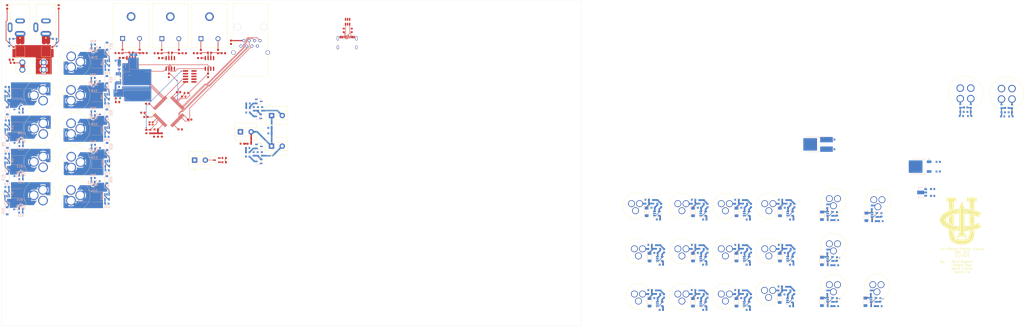
<source format=kicad_pcb>
(kicad_pcb (version 20241229) (generator "pcbnew") (generator_version "9.0")
  (layers (0 "F.Cu" signal) (4 "In1.Cu" signal) (6 "In2.Cu" signal) (2 "B.Cu" signal) (13 "F.Paste" user) (15 "B.Paste" user) (5 "F.SilkS" user "F.Silkscreen") (7 "B.SilkS" user "B.Silkscreen") (1 "F.Mask" user) (3 "B.Mask" user) (25 "Edge.Cuts" user))
  (net 0 "")
  (net 1 "GND")
  (net 2 "+3.3V")
  (net 3 "/MCU_~{RST}")
  (net 4 "+24V")
  (net 5 "Net-(U13-T-)")
  (net 6 "Net-(U13-T+)")
  (net 7 "/E-Match0/PWR")
  (net 8 "Net-(U14-T+)")
  (net 9 "Net-(U14-T-)")
  (net 10 "/LC1_AI-")
  (net 11 "/LC1_AI+")
  (net 12 "/LC0_AI+")
  (net 13 "+10V")
  (net 14 "+20V")
  (net 15 "/LC0_AI-")
  (net 16 "Net-(U19-T-)")
  (net 17 "Net-(U19-T+)")
  (net 18 "Net-(D1-A)")
  (net 19 "Net-(D1-K)")
  (net 20 "Net-(D2-K)")
  (net 21 "Net-(D3-A)")
  (net 22 "Net-(D4-A)")
  (net 23 "Net-(D5-A)")
  (net 24 "Net-(D6-A)")
  (net 25 "Net-(D7-A)")
  (net 26 "Net-(D8-A)")
  (net 27 "Net-(D9-K)")
  (net 28 "Net-(D10-A)")
  (net 29 "Net-(D11-K)")
  (net 30 "Net-(D12-A)")
  (net 31 "Net-(D13-K)")
  (net 32 "Net-(D14-A)")
  (net 33 "Net-(D15-K)")
  (net 34 "Net-(D16-A)")
  (net 35 "Net-(D17-K)")
  (net 36 "Net-(D18-A)")
  (net 37 "Net-(D19-K)")
  (net 38 "Net-(D20-A)")
  (net 39 "Net-(D21-K)")
  (net 40 "Net-(D22-A)")
  (net 41 "Net-(D23-K)")
  (net 42 "Net-(D24-A)")
  (net 43 "Net-(D25-K)")
  (net 44 "/LoadCell0/AIN+")
  (net 45 "/LoadCell0/AIN-")
  (net 46 "/LoadCell1/AIN+")
  (net 47 "/LoadCell1/AIN-")
  (net 50 "/MCU_SWCLK")
  (net 51 "/MCU_SWDIO")
  (net 53 "Net-(J4-D--PadA7)")
  (net 54 "VBUS")
  (net 55 "Net-(J4-D+-PadA6)")
  (net 57 "Net-(J4-CC2)")
  (net 58 "Net-(J4-CC1)")
  (net 60 "Net-(Q1-G)")
  (net 61 "Net-(Q2-G)")
  (net 62 "Net-(Q2-S)")
  (net 63 "Net-(Q3-G)")
  (net 64 "Net-(Q3-S)")
  (net 65 "Net-(Q4-G)")
  (net 66 "Net-(Q4-S)")
  (net 67 "Net-(Q5-G)")
  (net 68 "Net-(Q5-S)")
  (net 69 "Net-(Q6-G)")
  (net 70 "Net-(Q6-S)")
  (net 71 "Net-(Q7-G)")
  (net 72 "Net-(Q7-S)")
  (net 73 "Net-(Q8-S)")
  (net 74 "Net-(Q8-G)")
  (net 75 "Net-(Q9-S)")
  (net 76 "Net-(Q9-G)")
  (net 77 "Net-(Q10-S)")
  (net 78 "Net-(Q10-G)")
  (net 79 "Net-(Q11-D)")
  (net 80 "Net-(Q11-G)")
  (net 81 "/EMATCH0_CONT")
  (net 82 "Net-(Q12-G)")
  (net 83 "Net-(Q13-D)")
  (net 84 "Net-(Q13-G)")
  (net 85 "Net-(Q14-G)")
  (net 86 "/EMATCH1_CONT")
  (net 87 "Net-(Q15-G)")
  (net 88 "Net-(J17-Pin_2)")
  (net 89 "Net-(U1-FB)")
  (net 90 "/SOLENOID1_EN")
  (net 91 "/SOLENOID2_EN")
  (net 92 "/SOLENOID3_EN")
  (net 93 "/SOLENOID4_EN")
  (net 94 "/SOLENOID5_EN")
  (net 95 "/SOLENOID0_EN")
  (net 96 "/SOLENOID6_EN")
  (net 97 "/SOLENOID7_EN")
  (net 98 "/SOLENOID8_EN")
  (net 99 "/EMATCH0_FIRE")
  (net 100 "Net-(J14-Pin_2)")
  (net 101 "/EMATCH1_FIRE")
  (net 102 "Net-(J15-Pin_2)")
  (net 103 "/ARMED")
  (net 104 "/ALARM")
  (net 105 "Net-(U2-PA9)")
  (net 106 "Net-(TC1-+)")
  (net 107 "Net-(TC1--)")
  (net 108 "/TC0_~{CS}")
  (net 109 "Net-(TC2-+)")
  (net 110 "Net-(TC2--)")
  (net 111 "/TC1_~{CS}")
  (net 112 "Net-(TC3-+)")
  (net 113 "Net-(TC3--)")
  (net 114 "/TC2_~{CS}")
  (net 116 "/ETH_RTS")
  (net 118 "/TC_SCK")
  (net 119 "/SOLENOID6_FB")
  (net 120 "/ETH_TX")
  (net 121 "/SOLENOID0_FB")
  (net 122 "Net-(D26-K)")
  (net 123 "Net-(D27-K)")
  (net 124 "/ETH_CTS")
  (net 125 "/ETH_RX")
  (net 126 "/TC_POCI")
  (net 127 "/USB_D-")
  (net 128 "/SOLENOID5_FB")
  (net 129 "/ETH_~{RST}")
  (net 130 "/SOLENOID2_FB")
  (net 131 "Net-(U2-PD0)")
  (net 132 "/USB_D+")
  (net 133 "/SOLENOID4_FB")
  (net 136 "/SOLENOID3_FB")
  (net 137 "/SOLENOID8_FB")
  (net 139 "/SOLENOID7_FB")
  (net 140 "/SOLENOID1_FB")
  (net 141 "Net-(D28-K)")
  (net 143 "Net-(D29-K)")
  (net 145 "Net-(D30-K)")
  (net 147 "/PT0_read")
  (net 148 "/PT1_read")
  (net 149 "/PT2_read")
  (net 150 "/PT3_read")
  (net 152 "Net-(D31-K)")
  (net 153 "/PT4_read")
  (net 154 "/PT5_read")
  (net 155 "/PT6_read")
  (net 156 "/PT7_read")
  (net 157 "/PT8_read")
  (net 158 "/PT9_read")
  (net 159 "/PT10_read")
  (net 160 "/PT11_read")
  (net 162 "Net-(D32-K)")
  (net 163 "Net-(D33-K)")
  (net 164 "Net-(D34-K)")
  (net 165 "Net-(D35-K)")
  (net 166 "Net-(D36-K)")
  (net 167 "Net-(D37-K)")
  (net 168 "Net-(D39-K)")
  (net 169 "Net-(D40-K)")
  (net 170 "Net-(C28-Pad2)")
  (net 171 "Net-(C29-Pad2)")
  (net 172 "Net-(U34--)")
  (net 173 "Net-(U32--)")
  (net 174 "/V_SENSE0")
  (net 175 "/V_SENSE2")
  (net 176 "/V_SENSE1")
  (net 177 "/V_SENSE3")
  (net 178 "Net-(J9-Pin_3)")
  (net 181 "Net-(J19-Pin_3)")
  (net 182 "Net-(J20-Pin_3)")
  (net 184 "Net-(J21-Pin_3)")
  (net 186 "Net-(J22-Pin_3)")
  (net 189 "Net-(J23-Pin_3)")
  (net 190 "Net-(J24-Pin_3)")
  (net 193 "Net-(J25-Pin_3)")
  (net 194 "Net-(J26-Pin_3)")
  (net 197 "Net-(J27-Pin_3)")
  (net 198 "Net-(J28-Pin_3)")
  (net 201 "Net-(J29-Pin_3)")
  (net 202 "Net-(C30-Pad2)")
  (net 203 "Net-(J32-Pin_2)")
  (net 204 "Net-(J36-Pin_2)")
  (net 205 "Net-(J37-Pin_2)")
  (net 206 "Net-(J38-Pin_2)")
  (net 207 "Net-(C31-Pad2)")
  (net 208 "Net-(C34-Pad2)")
  (net 209 "Net-(C35-Pad2)")
  (net 210 "Net-(C36-Pad2)")
  (net 211 "Net-(C37-Pad2)")
  (net 212 "Net-(C38-Pad2)")
  (net 213 "Net-(C39-Pad2)")
  (net 214 "Net-(C40-Pad2)")
  (net 215 "Net-(C41-Pad2)")
  (net 216 "+5V")
  (net 217 "Net-(U15-+)")
  (net 218 "Net-(U16-+)")
  (net 219 "Net-(U17-+)")
  (net 220 "Net-(U18-+)")
  (net 221 "Net-(U20-+)")
  (net 222 "Net-(U21-+)")
  (net 223 "Net-(U22-+)")
  (net 224 "Net-(U23-+)")
  (net 225 "Net-(U24-+)")
  (net 226 "Net-(U25-+)")
  (net 227 "Net-(U28-+)")
  (net 228 "Net-(U29-+)")
  (net 229 "Net-(D41-K)")
  (net 230 "Net-(D46-K)")
  (net 231 "Net-(D47-K)")
  (net 232 "Net-(J18-Pin_2)")
  (net 233 "/PWR0")
  (net 234 "/PWR1")
  (net 235 "/V_SENSE4")
  (net 236 "Net-(U35--)")
  (net 237 "Net-(U37--)")
  (net 238 "Net-(U39--)")
  (footprint "0UCIRP-KiCAD-Lib:GX16-4" (layer "F.Cu") (at 461.95 56.55 180)
    (property "Reference" "GX-1" (hide yes))
    (property "Value" "J1")
  )
  (footprint "Package_SO:SOIC-8_3.9x4.9mm_P1.27mm" (layer "F.Cu") (at 91.475 42.565 -90)
    (property "Reference" "U14" (hide yes))
    (property "Value" "~")
  )
  (footprint "Capacitor_SMD:C_0603_1608Metric" (layer "F.Cu") (at 87.536054 75.954089 -90)
    (property "Reference" "C8" (hide yes))
    (property "Value" "100nF")
  )
  (footprint "UCIRP-KiCAD-Lib:UCIRP_Logo_2" (layer "F.Cu") (at 460.26 115.665)
    (property "Reference" "REF**" (hide yes))
    (property "Value" "UCIRP_Logo_2" (hide yes))
  )
  (footprint "Capacitor_SMD:C_0603_1608Metric" (layer "F.Cu") (at 109.745 37.565)
    (property "Reference" "C65" (hide yes))
    (property "Value" "100nF")
  )
  (footprint "0UCIRP-KiCAD-Lib:AM-K-PCB" (layer "F.Cu") (at 91.5 25 90)
    (property "Reference" "TC2" (hide yes))
    (property "Value" "Thermocouple" (hide yes))
  )
  (footprint "Resistor_SMD:R_0603_1608Metric" (layer "F.Cu") (at 90.825 48.165 90)
    (property "Reference" "R114" (hide yes))
    (property "Value" "100K")
  )
  (footprint "Capacitor_SMD:C_0603_1608Metric" (layer "F.Cu") (at 91.495 37.565)
    (property "Reference" "C32" (hide yes))
    (property "Value" "100nF")
  )
  (footprint "Resistor_SMD:R_0603_1608Metric" (layer "F.Cu") (at 109.075 48.165 90)
    (property "Reference" "R117" (hide yes))
    (property "Value" "100K")
  )
  (footprint "Diode_SMD:D_PowerDI-5" (layer "F.Cu") (at 21.6 35.58 90)
    (property "Reference" "D4" (hide yes))
    (property "Value" "SDT8A100P5-7")
  )
  (footprint "Capacitor_SMD:C_0603_1608Metric" (layer "F.Cu") (at 96.111054 73.354089)
    (property "Reference" "C3" (hide yes))
    (property "Value" "100nF")
  )
  (footprint "0UCIRP-KiCAD-Lib:AM-K-PCB" (layer "F.Cu") (at 73.235 24.935 90)
    (property "Reference" "TC1" (hide yes))
    (property "Value" "Thermocouple" (hide yes))
  )
  (footprint "Resistor_SMD:R_0603_1608Metric" (layer "F.Cu") (at 97.736054 58.054089)
    (property "Reference" "R82" (hide yes))
    (property "Value" "33K")
  )
  (footprint "Resistor_SMD:R_0603_1608Metric" (layer "F.Cu") (at 17.95 42.3)
    (property "Reference" "R12" (hide yes))
    (property "Value" "3.3K")
  )
  (footprint "Fuse:Fuseholder_Blade_Mini_Keystone_3568" (layer "F.Cu") (at 32.5 45.5 180)
    (property "Reference" "F1" (hide yes))
    (property "Value" "~")
  )
  (footprint "0UCIRP-KiCAD-Lib:GX-16 3 pin" (layer "F.Cu") (at 42.25 73 90)
    (property "Reference" "J12")
    (property "Value" "Solenoid")
  )
  (footprint "Resistor_SMD:R_0603_1608Metric" (layer "F.Cu") (at 98.936054 56.354089 180)
    (property "Reference" "R83" (hide yes))
    (property "Value" "82K")
  )
  (footprint "Resistor_SMD:R_0603_1608Metric" (layer "F.Cu") (at 128.3425 80.025)
    (property "Reference" "R62" (hide yes))
    (property "Value" "100K")
  )
  (footprint "Package_TO_SOT_SMD:SOT-23-6" (layer "F.Cu") (at 174.082824 23.131 90)
    (property "Reference" "U27" (hide yes))
    (property "Value" "USBLC6-2SC6")
  )
  (footprint "Capacitor_SMD:C_0603_1608Metric" (layer "F.Cu") (at 105.225 40.065 180)
    (property "Reference" "C68" (hide yes))
    (property "Value" "100nF")
  )
  (footprint "Package_QFP:LQFP-64_10x10mm_P0.5mm" (layer "F.Cu") (at 90.8 65.064481 45)
    (property "Reference" "U2" (hide yes))
    (property "Value" "~")
  )
  (footprint "Resistor_SMD:R_0603_1608Metric" (layer "F.Cu") (at 172.282824 27.141 -90)
    (property "Reference" "R15" (hide yes))
    (property "Value" "5.1K")
  )
  (footprint "LED_SMD:LED_0603_1608Metric" (layer "F.Cu") (at 17.45 40.8 180)
    (property "Reference" "D7" (hide yes))
    (property "Value" "LED")
  )
  (footprint "Package_SO:SOIC-8_3.9x4.9mm_P1.27mm" (layer "F.Cu") (at 109.725 42.565 -90)
    (property "Reference" "U19" (hide yes))
    (property "Value" "~")
  )
  (footprint "0UCIRP-KiCAD-Lib:GX-12 3 pin" (layer "F.Cu") (at 370.33 106.00375)
    (property "Reference" "J29" (hide yes))
    (property "Value" "PT")
  )
  (footprint "0UCIRP-KiCAD-Lib:GX-12 3 pin" (layer "F.Cu") (at 329.83 106.00375)
    (property "Reference" "J22" (hide yes))
    (property "Value" "PT")
  )
  (footprint "0UCIRP-KiCAD-Lib:CUI_PJ-002A" (layer "F.Cu") (at 21.535 28.718 90)
    (property "Reference" "J2" (hide yes))
    (property "Value" "PJ-002A")
  )
  (footprint "Capacitor_SMD:C_0603_1608Metric" (layer "F.Cu") (at 97.975 37.805 180)
    (property "Reference" "C63" (hide yes))
    (property "Value" "10nF")
  )
  (footprint "Resistor_SMD:R_0603_1608Metric" (layer "F.Cu") (at 36.535 35.718 -90)
    (property "Reference" "R10" (hide yes))
    (property "Value" "3.3K")
  )
  (footprint "0UCIRP-KiCAD-Lib:GX-12 3 pin" (layer "F.Cu") (at 400.41 143.815)
    (property "Reference" "J32" (hide yes))
    (property "Value" "POT")
  )
  (footprint "Resistor_SMD:R_0603_1608Metric" (layer "F.Cu") (at 72.56 48.1 90)
    (property "Reference" "R111" (hide yes))
    (property "Value" "100K")
  )
  (footprint "Capacitor_SMD:C_0603_1608Metric" (layer "F.Cu") (at 100.536054 68.754089)
    (property "Reference" "C4" (hide yes))
    (property "Value" "100nF")
  )
  (footprint "0UCIRP-KiCAD-Lib:GX-12 3 pin" (layer "F.Cu") (at 350.08 148.14375)
    (property "Reference" "J23" (hide yes))
    (property "Value" "PT")
  )
  (footprint "Capacitor_SMD:C_0603_1608Metric" (layer "F.Cu") (at 79.71 37.74 180)
    (property "Reference" "C24" (hide yes))
    (property "Value" "10nF")
  )
  (footprint "Capacitor_SMD:C_0603_1608Metric" (layer "F.Cu") (at 85.736054 75.954089 -90)
    (property "Reference" "C7" (hide yes))
    (property "Value" "1uF")
  )
  (footprint "TerminalBlock_MetzConnect:TerminalBlock_MetzConnect_Type055_RT01502HDWU_1x02_P5.00mm_Horizontal" (layer "F.Cu") (at 124.1675 74.475)
    (property "Reference" "J16" (hide yes))
    (property "Value" "ARM")
  )
  (footprint "Package_TO_SOT_SMD:SOT-23-3" (layer "F.Cu") (at 113.2125 87.6825 180)
    (property "Reference" "Q15" (hide yes))
    (property "Value" "DMG3402L")
  )
  (footprint "TerminalBlock_MetzConnect:TerminalBlock_MetzConnect_Type055_RT01502HDWU_1x02_P5.00mm_Horizontal" (layer "F.Cu") (at 138.6325 81.1675)
    (property "Reference" "J15" (hide yes))
    (property "Value" "E-MATCH")
  )
  (footprint "Resistor_SMD:R_0603_1608Metric" (layer "F.Cu") (at 116.6125 86.6825)
    (property "Reference" "R64" (hide yes))
    (property "Value" "10K")
  )
  (footprint "Resistor_SMD:R_0603_1608Metric" (layer "F.Cu") (at 77.21 36.99 -90)
    (property "Reference" "R110" (hide yes))
    (property "Value" "1k")
  )
  (footprint "0UCIRP-KiCAD-Lib:GX-16 3 pin" (layer "F.Cu") (at 42.35 88.6075 90)
    (property "Reference" "J13")
    (property "Value" "Solenoid")
  )
  (footprint "Resistor_SMD:R_0603_1608Metric" (layer "F.Cu") (at 113.725 37.055 -90)
    (property "Reference" "R116" (hide yes))
    (property "Value" "1k")
  )
  (footprint "0UCIRP-KiCAD-Lib:GX-12 3 pin" (layer "F.Cu") (at 370.21 146.4525)
    (property "Reference" "J9" (hide yes))
    (property "Value" "PT")
  )
  (footprint "Resistor_SMD:R_0603_1608Metric" (layer "F.Cu") (at 87.475 37.065 -90)
    (property "Reference" "R112" (hide yes))
    (property "Value" "1k")
  )
  (footprint "Connector_PinHeader_1.27mm:PinHeader_2x05_P1.27mm_Vertical_SMD" (layer "F.Cu") (at 100.55 48.63 180)
    (property "Reference" "J3" (hide yes))
    (property "Value" "ARM Cortex Debug")
  )
  (footprint "Diode_SMD:D_PowerDI-5" (layer "F.Cu") (at 33.585 35.58 90)
    (property "Reference" "D1" (hide yes))
    (property "Value" "SDT8A100P5-7")
  )
  (footprint "0UCIRP-KiCAD-Lib:GX-12 3 pin" (layer "F.Cu") (at 400.41 124.735)
    (property "Reference" "J37" (hide yes))
    (property "Value" "POT")
  )
  (footprint "Capacitor_SMD:C_0603_1608Metric" (layer "F.Cu") (at 116.225 37.805 180)
    (property "Reference" "C67" (hide yes))
    (property "Value" "10nF")
  )
  (footprint "0UCIRP-KiCAD-Lib:GX-12 3 pin" (layer "F.Cu") (at 350.08 127.07375)
    (property "Reference" "J27" (hide yes))
    (property "Value" "PT")
  )
  (footprint "0UCIRP-KiCAD-Lib:AM-K-PCB" (layer "F.Cu") (at 109.75 25 90)
    (property "Reference" "TC3" (hide yes))
    (property "Value" "Thermocouple" (hide yes))
  )
  (footprint "0UCIRP-KiCAD-Lib:GX-12 3 pin" (layer "F.Cu") (at 308.2275 105.96875)
    (property "Reference" "J26" (hide yes))
    (property "Value" "PT")
  )
  (footprint "LED_SMD:LED_0603_1608Metric" (layer "F.Cu") (at 15.5 16.2 -90)
    (property "Reference" "D6" (hide yes))
    (property "Value" "LED")
  )
  (footprint "TerminalBlock_MetzConnect:TerminalBlock_MetzConnect_Type055_RT01502HDWU_1x02_P5.00mm_Horizontal" (layer "F.Cu") (at 102.8 87.7)
    (property "Reference" "J17" (hide yes))
    (property "Value" "ALARM")
  )
  (footprint "Resistor_SMD:R_0603_1608Metric" (layer "F.Cu") (at 66.1 58 90)
    (property "Reference" "R5" (hide yes))
    (property "Value" "470R")
  )
  (footprint "0UCIRP-KiCAD-Lib:GX-12 3 pin" (layer "F.Cu") (at 400.41 103.665)
    (property "Reference" "J18" (hide yes))
    (property "Value" "POT")
  )
  (footprint "Resistor_SMD:R_0603_1608Metric" (layer "F.Cu") (at 175.982824 27.131 -90)
    (property "Reference" "R16" (hide yes))
    (property "Value" "5.1K")
  )
  (footprint "Capacitor_SMD:C_0603_1608Metric" (layer "F.Cu") (at 80.336054 74.354089 -90)
    (property "Reference" "C10" (hide yes))
    (property "Value" "100nF")
  )
  (footprint "0UCIRP-KiCAD-Lib:GX-12 3 pin" (layer "F.Cu") (at 309.58 127.07375)
    (property "Reference" "J20" (hide yes))
    (property "Value" "PT")
  )
  (footprint "0UCIRP-KiCAD-Lib:GX16-4" (layer "F.Cu") (at 481.15 56.75 180)
    (property "Reference" "GX-2" (hide yes))
    (property "Value" "J1")
  )
  (footprint "Resistor_SMD:R_0603_1608Metric" (layer "F.Cu") (at 116.6125 88.6825 180)
    (property "Reference" "R65" (hide yes))
    (property "Value" "100R")
  )
  (footprint "0UCIRP-KiCAD-Lib:GX-12 3 pin" (layer "F.Cu") (at 309.58 148.14375)
    (property "Reference" "J28" (hide yes))
    (property "Value" "PT")
  )
  (footprint "Resistor_SMD:R_0603_1608Metric" (layer "F.Cu") (at 95.475 37.055 -90)
    (property "Reference" "R113" (hide yes))
    (property "Value" "1k")
  )
  (footprint "Capacitor_SMD:C_0603_1608Metric" (layer "F.Cu") (at 83.936054 75.954089 -90)
    (property "Reference" "C9" (hide yes))
    (property "Value" "10nF")
  )
  (footprint "0UCIRP-KiCAD-Lib:GX-16 3 pin" (layer "F.Cu") (at 42.32 41.794997 90)
    (property "Reference" "J10")
    (property "Value" "Solenoid")
  )
  (footprint "Capacitor_SMD:C_0603_1608Metric" (layer "F.Cu") (at 66.71 37.74 180)
    (property "Reference" "C23" (hide yes))
    (property "Value" "10nF")
  )
  (footprint "Crystal:Crystal_SMD_2016-4Pin_2.0x1.6mm" (layer "F.Cu") (at 82.536054 70.554089)
    (property "Reference" "Y1" (hide yes))
    (property "Value" "16MHz")
  )
  (footprint "0UCIRP-KiCAD-Lib:GX-16 3 pin" (layer "F.Cu") (at 35.25 88.5 -90)
    (property "Reference" "J7")
    (property "Value" "Solenoid")
  )
  (footprint "Resistor_SMD:R_0603_1608Metric" (layer "F.Cu") (at 69.21 37 -90)
    (property "Reference" "R109" (hide yes))
    (property "Value" "1k")
  )
  (footprint "Resistor_SMD:R_0603_1608Metric" (layer "F.Cu") (at 18.535 35.718 -90)
    (property "Reference" "R8" (hide yes))
    (property "Value" "3.3K")
  )
  (footprint "LED_SMD:LED_0603_1608Metric" (layer "F.Cu") (at 66.9 60.6 180)
    (property "Reference" "D3" (hide yes))
    (property "Value" "LED")
  )
  (footprint "Resistor_SMD:R_0603_1608Metric" (layer "F.Cu") (at 82.136054 74.354089 -90)
    (property "Reference" "R9" (hide yes))
    (property "Value" "10K")
  )
  (footprint "Connector_USB:USB_C_Receptacle_GCT_USB4105-xx-A_16P_TopMnt_Horizontal" (layer "F.Cu") (at 173.882824 33.956)
    (property "Reference" "J4" (hide yes))
    (property "Value" "USB-C")
  )
  (footprint "Capacitor_SMD:C_0603_1608Metric" (layer "F.Cu") (at 78.736054 65.554089 180)
    (property "Reference" "C1" (hide yes))
    (property "Value" "4.7uF")
  )
  (footprint "0UCIRP-KiCAD-Lib:GX-12 3 pin" (layer "F.Cu") (at 329.83 148.14375)
    (property "Reference" "J25" (hide yes))
    (property "Value" "PT")
  )
  (footprint "Capacitor_SMD:C_0603_1608Metric" (layer "F.Cu") (at 84.936054 73.354089 180)
    (property "Reference" "C6" (hide yes))
    (property "Value" "100nF")
  )
  (footprint "Resistor_SMD:R_0603_1608Metric" (layer "F.Cu") (at 125.04 80.025)
    (property "Reference" "R63" (hide yes))
    (property "Value" "15K")
  )
  (footprint "0UCIRP-KiCAD-Lib:GX-16 3 pin" (layer "F.Cu") (at 35.3 73 -90)
    (property "Reference" "J6")
    (property "Value" "Solenoid")
  )
  (footprint "LED_SMD:LED_0603_1608Metric" (layer "F.Cu") (at 39.5 16.2 -90)
    (property "Reference" "D5" (hide yes))
    (property "Value" "LED")
  )
  (footprint "0UCIRP-KiCAD-Lib:GX-16 3 pin" (layer "F.Cu") (at 42.232 57.425002 90)
    (property "Reference" "J11")
    (property "Value" "Solenoid")
  )
  (footprint "0UCIRP-KiCAD-Lib:GX-16 3 pin" (layer "F.Cu") (at 35.25 57.404998 -90)
    (property "Reference" "J5" (hide yes))
    (property "Value" "Solenoid")
  )
  (footprint "0UCIRP-KiCAD-Lib:GX-12 3 pin" (layer "F.Cu") (at 370.33 127.07375)
    (property "Reference" "J21" (hide yes))
    (property "Value" "PT")
  )
  (footprint "Resistor_SMD:R_0603_1608Metric" (layer "F.Cu") (at 105.725 37.065 -90)
    (property "Reference" "R115" (hide yes))
    (property "Value" "1k")
  )
  (footprint "Capacitor_SMD:C_0603_1608Metric" (layer "F.Cu") (at 80.936054 61.354089 180)
    (property "Reference" "C44" (hide yes))
    (property "Value" "100nF")
  )
  (footprint "Capacitor_SMD:C_0603_1608Metric" (layer "F.Cu") (at 103.225 37.805 180)
    (property "Reference" "C66" (hide yes))
    (property "Value" "10nF")
  )
  (footprint "Capacitor_SMD:C_0603_1608Metric" (layer "F.Cu") (at 95.336054 55.954089)
    (property "Reference" "C5" (hide yes))
    (property "Value" "100nF")
  )
  (footprint "Capacitor_SMD:C_0603_1608Metric" (layer "F.Cu") (at 73.23 37.5)
    (property "Reference" "C22" (hide yes))
    (property "Value" "100nF")
  )
  (footprint "Package_SO:SOIC-8_3.9x4.9mm_P1.27mm" (layer "F.Cu") (at 73.21 42.5 -90)
    (property "Reference" "U13" (hide yes))
    (property "Value" "~")
  )
  (footprint "TerminalBlock_MetzConnect:TerminalBlock_MetzConnect_Type055_RT01502HDWU_1x02_P5.00mm_Horizontal" (layer "F.Cu") (at 138.6575 66.8675)
    (property "Reference" "J14" (hide yes))
    (property "Value" "E-MATCH")
  )
  (footprint "0UCIRP-KiCAD-Lib:GX-16 3 pin" (layer "F.Cu") (at 35.18 104.055003 -90)
    (property "Reference" "J8")
    (property "Value" "Solenoid")
  )
  (footprint "0UCIRP-KiCAD-Lib:GX-12 3 pin" (layer "F.Cu") (at 350.08 106.00375)
    (property "Reference" "J19" (hide yes))
    (property "Value" "PT")
  )
  (footprint "Capacitor_SMD:C_0603_1608Metric" (layer "F.Cu") (at 86.975 40.065 180)
    (property "Reference" "C64" (hide yes))
    (property "Value" "100nF")
  )
  (footprint "Capacitor_SMD:C_0603_1608Metric" (layer "F.Cu") (at 68.71 40 180)
    (property "Reference" "C25" (hide yes))
    (property "Value" "100nF")
  )
  (footprint "Capacitor_SMD:C_0603_1608Metric" (layer "F.Cu") (at 119.76 32.675 -90)
    (property "Reference" "C15" (hide yes))
    (property "Value" "4.7uF")
  )
  (footprint "0UCIRP-KiCAD-Lib:GX-16 3 pin" (layer "F.Cu") (at 42.22 104.1075 90)
    (property "Reference" "J39")
    (property "Value" "Solenoid")
  )
  (footprint "0UCIRP-KiCAD-Lib:GX-12 3 pin" (layer "F.Cu") (at 421.11 104.165)
    (property "Reference" "J36" (hide yes))
    (property "Value" "POT")
  )
  (footprint "Capacitor_SMD:C_0603_1608Metric" (layer "F.Cu") (at 80.136054 67.554089 180)
    (property "Reference" "C2" (hide yes))
    (property "Value" "100nF")
  )
  (footprint "0UCIRP-KiCAD-Lib:CUI_PJ-002A" (layer "F.Cu") (at 33.535 28.718 90)
    (property "Reference" "J1" (hide yes))
    (property "Value" "PJ-002A")
  )
  (footprint "0UCIRP-KiCAD-Lib:GX-12 3 pin" (layer "F.Cu") (at 420.66 143.815)
    (property "Reference" "J38" (hide yes))
    (property "Value" "POT")
  )
  (footprint "0UCIRP-KiCAD-Lib:GX-12 3 pin" (layer "F.Cu") (at 329.83 127.07375)
    (property "Reference" "J24" (hide yes))
    (property "Value" "PT")
  )
  (footprint "0UCIRP-KiCAD-Lib:GC-XPORT" (layer "F.Cu") (at 128.87 31.695 -90)
    (property "Reference" "U4" (hide yes))
    (property "Value" "~")
    (fp_circle (center -6.11 6.15) (end -4.485 6.15) (stroke (width 0.1)) (fill no) (layer "Edge.Cuts"))
    (fp_circle (center -6.11 -6.15) (end -4.485 -6.15) (stroke (width 0.1)) (fill no) (layer "Edge.Cuts"))
  )
  (footprint "Capacitor_SMD:C_0603_1608Metric" (layer "F.Cu") (at 84.975 37.805 180)
    (property "Reference" "C33" (hide yes))
    (property "Value" "10nF")
  )
  (footprint "Resistor_SMD:R_0603_1608Metric" (layer "B.Cu") (at 355.5 150.19375 180)
    (property "Reference" "R76" (hide yes))
    (property "Value" "50R")
  )
  (footprint "Capacitor_SMD:C_0603_1608Metric" (layer "B.Cu") (at 360.75 136.47 180)
    (property "Reference" "C96" (hide yes))
    (property "Value" "100nF")
  )
  (footprint "Package_TO_SOT_SMD:SOT-23-3" (layer "B.Cu") (at 54.4 100.412503 180)
    (property "Reference" "Q10")
    (property "Value" "DMG3402L")
  )
  (footprint "Resistor_SMD:R_0603_1608Metric" (layer "B.Cu") (at 401.81 136.735 180)
    (property "Reference" "R122" (hide yes))
    (property "Value" "10K")
  )
  (footprint "Resistor_SMD:R_0603_1608Metric" (layer "B.Cu") (at 16.32 76.294997 -90)
    (property "Reference" "R17")
    (property "Value" "1K")
  )
  (footprint "Capacitor_SMD:C_0603_1608Metric" (layer "B.Cu") (at 422.31 152.89 90)
    (property "Reference" "C60" (hide yes))
    (property "Value" "100nF")
  )
  (footprint "Diode_SMD:D_MiniMELF" (layer "B.Cu") (at 355.25 154.04 -90)
    (property "Reference" "D31" (hide yes))
    (property "Value" "BZV55-B5V1")
  )
  (footprint "Package_TO_SOT_SMD:SOT-89-3" (layer "B.Cu") (at 441.435 102.7625 180)
    (property "Reference" "U33" (hide yes))
    (property "Value" "~")
  )
  (footprint "Capacitor_SMD:C_0603_1608Metric" (layer "B.Cu") (at 341.75 108.9 90)
    (property "Reference" "C34" (hide yes))
    (property "Value" "22nF")
  )
  (footprint "Diode_SMD:D_PowerDI-5" (layer "B.Cu") (at 21.37 56.5)
    (property "Reference" "D10" (hide yes))
    (property "Value" "SDT8A100P5-7")
  )
  (footprint "Capacitor_SMD:C_0603_1608Metric" (layer "B.Cu") (at 61.94 107.962499)
    (property "Reference" "C21")
    (property "Value" "100nF")
  )
  (footprint "Capacitor_SMD:C_0603_1608Metric" (layer "B.Cu") (at 61.952 61.280001)
    (property "Reference" "C17")
    (property "Value" "100nF")
  )
  (footprint "Package_TO_SOT_SMD:SOT-23-5" (layer "B.Cu") (at 15.47 87.795002 90)
    (property "Reference" "U6")
    (property "Value" "~")
  )
  (footprint "Capacitor_SMD:C_0603_1608Metric" (layer "B.Cu") (at 320.1475 108.865 90)
    (property "Reference" "C38" (hide yes))
    (property "Value" "22nF")
  )
  (footprint "Capacitor_SMD:C_0603_1608Metric" (layer "B.Cu") (at 62.07 92.462499)
    (property "Reference" "C20")
    (property "Value" "100nF")
  )
  (footprint "Capacitor_SMD:C_0603_1608Metric" (layer "B.Cu") (at 482.8 65.4)
    (property "Reference" "C62" (hide yes))
    (property "Value" "10nF")
  )
  (footprint "Package_SO:VSSOP-8_3x3mm_P0.65mm" (layer "B.Cu") (at 67.33 49.518 90)
    (property "Reference" "U1" (hide yes))
    (property "Value" "~")
  )
  (footprint "Package_TO_SOT_SMD:SOT-23-5" (layer "B.Cu") (at 360 133.72)
    (property "Reference" "U25" (hide yes))
    (property "Value" "~")
  )
  (footprint "Resistor_SMD:R_0603_1608Metric" (layer "B.Cu") (at 55.63 80.512503 180)
    (property "Reference" "R42")
    (property "Value" "10K")
  )
  (footprint "Capacitor_SMD:C_0603_1608Metric" (layer "B.Cu") (at 316.3975 109.865)
    (property "Reference" "C115" (hide yes))
    (property "Value" "10nF")
  )
  (footprint "Package_TO_SOT_SMD:SOT-23-5" (layer "B.Cu") (at 319.5 154.79)
    (property "Reference" "U28" (hide yes))
    (property "Value" "~")
  )
  (footprint "Resistor_SMD:R_0603_1608Metric" (layer "B.Cu") (at 127.695 63.375)
    (property "Reference" "R51" (hide yes))
    (property "Value" "100R")
  )
  (footprint "Resistor_SMD:R_0603_1608Metric" (layer "B.Cu") (at 127.545 82.025 180)
    (property "Reference" "R56" (hide yes))
    (property "Value" "10K")
  )
  (footprint "Diode_SMD:D_PowerDI-5" (layer "B.Cu") (at 21.42 72.095002)
    (property "Reference" "D8")
    (property "Value" "SDT8A100P5-7")
  )
  (footprint "Resistor_SMD:R_0603_1608Metric" (layer "B.Cu") (at 58.63 67.205003 -90)
    (property "Reference" "R40")
    (property "Value" "1R")
  )
  (footprint "Diode_SMD:D_SOD-123" (layer "B.Cu") (at 15.62 80.294997 -90)
    (property "Reference" "D9")
    (property "Value" "MMSZ4684T1G")
  )
  (footprint "Resistor_SMD:R_0603_1608Metric" (layer "B.Cu") (at 21.9 112.15)
    (property "Reference" "R22")
    (property "Value" "10K")
  )
  (footprint "Capacitor_SMD:C_0603_1608Metric" (layer "B.Cu") (at 317.75 130.97)
    (property "Reference" "C100" (hide yes))
    (property "Value" "10nF")
  )
  (footprint "Package_TO_SOT_SMD:SOT-23-5" (layer "B.Cu") (at 398.835 133.785)
    (property "Reference" "U37" (hide yes))
    (property "Value" "~")
  )
  (footprint "Capacitor_SMD:C_0603_1608Metric" (layer "B.Cu") (at 402.06 112.74 90)
    (property "Reference" "C50" (hide yes))
    (property "Value" "100nF")
  )
  (footprint "Package_TO_SOT_SMD:SOT-23-5" (layer "B.Cu") (at 318.1475 112.615)
    (property "Reference" "U24" (hide yes))
    (property "Value" "~")
  )
  (footprint "Package_TO_SOT_SMD:SOT-23-3" (layer "B.Cu") (at 23.07 61.099996)
    (property "Reference" "Q8" (hide yes))
    (property "Value" "DMG3402L")
  )
  (footprint "Resistor_SMD:R_0603_1608Metric" (layer "B.Cu") (at 37.675 31.1 180)
    (property "Reference" "R2" (hide yes))
    (property "Value" "100K")
  )
  (footprint "Capacitor_SMD:C_0603_1608Metric" (layer "B.Cu") (at 402.06 133.81 90)
    (property "Reference" "C59" (hide yes))
    (property "Value" "100nF")
  )
  (footprint "Resistor_SMD:R_0603_1608Metric" (layer "B.Cu") (at 338 107.15 -90)
    (property "Reference" "R150" (hide yes))
    (property "Value" "11K")
  )
  (footprint "Package_TO_SOT_SMD:SOT-23-5" (layer "B.Cu") (at 62.1 42.499995 -90)
    (property "Reference" "U8")
    (property "Value" "~")
  )
  (footprint "Resistor_SMD:R_0603_1608Metric" (layer "B.Cu") (at 340 149.29 90)
    (property "Reference" "R165" (hide yes))
    (property "Value" "11K")
  )
  (footprint "Resistor_SMD:R_0603_1608Metric" (layer "B.Cu") (at 483.6 62.6 90)
    (property "Reference" "R92" (hide yes))
    (property "Value" "1k")
  )
  (footprint "Resistor_SMD:R_0603_1608Metric" (layer "B.Cu") (at 340 128.22 90)
    (property "Reference" "R164" (hide yes))
    (property "Value" "11K")
  )
  (footprint "Resistor_SMD:R_0603_1608Metric" (layer "B.Cu") (at 55.512 51.080005)
    (property "Reference" "R35")
    (property "Value" "100R")
  )
  (footprint "Package_TO_SOT_SMD:SOT-23-3" (layer "B.Cu") (at 132.445 67.275 180)
    (property "Reference" "Q12" (hide yes))
    (property "Value" "DMG3402L")
  )
  (footprint "Package_TO_SOT_SMD:SOT-23-5" (layer "B.Cu") (at 15.52 72.295002 90)
    (property "Reference" "U3")
    (property "Value" "~")
  )
  (footprint "Capacitor_SMD:C_0603_1608Metric" (layer "B.Cu") (at 481.2 63.3 180)
    (property "Reference" "C42" (hide yes))
    (property "Value" "33nF")
  )
  (footprint "Diode_SMD:D_MiniMELF" (layer "B.Cu") (at 395.06 153.815 -90)
    (property "Reference" "D40" (hide yes))
    (property "Value" "BZV55-B5V1")
  )
  (footprint "Capacitor_SMD:C_0603_1608Metric" (layer "B.Cu") (at 62.04 45.649996)
    (property "Reference" "C16")
    (property "Value" "100nF")
  )
  (footprint "Resistor_SMD:R_0603_1608Metric" (layer "B.Cu") (at 375.75 129.12375 180)
    (property "Reference" "R72" (hide yes))
    (property "Value" "50R")
  )
  (footprint "Resistor_SMD:R_0603_1608Metric" (layer "B.Cu") (at 134.145 84.775 -90)
    (property "Reference" "R58" (hide yes))
    (property "Value" "240R")
  )
  (footprint "Resistor_SMD:R_0603_1608Metric" (layer "B.Cu") (at 66.83 53.518 180)
    (property "Reference" "R4" (hide yes))
    (property "Value" "20K")
  )
  (footprint "Resistor_SMD:R_0603_1608Metric" (layer "B.Cu") (at 61.23 69.705003 90)
    (property "Reference" "R41")
    (property "Value" "1K")
  )
  (footprint "Package_TO_SOT_SMD:SOT-23-5" (layer "B.Cu") (at 398.835 112.715)
    (property "Reference" "U32" (hide yes))
    (property "Value" "~")
  )
  (footprint "Resistor_SMD:R_0603_1608Metric" (layer "B.Cu") (at 479.2 67.3)
    (property "Reference" "R95" (hide yes))
    (property "Value" "33K")
  )
  (footprint "Package_TO_SOT_SMD:TO-252-2" (layer "B.Cu") (at 439.96 90.72 180)
    (property "Reference" "U26" (hide yes))
    (property "Value" "~")
  )
  (footprint "Package_TO_SOT_SMD:SOT-23-3" (layer "B.Cu") (at 132.795 81.275)
    (property "Reference" "Q13" (hide yes))
    (property "Value" "DMG3402L")
  )
  (footprint "Diode_SMD:D_SOD-123" (layer "B.Cu") (at 15.5 111.35 -90)
    (property "Reference" "D15")
    (property "Value" "MMSZ4684T1G")
  )
  (footprint "Package_TO_SOT_SMD:SOT-23-3" (layer "B.Cu") (at 54.412 53.730005 180)
    (property "Reference" "Q6")
    (property "Value" "DMG3402L")
  )
  (footprint "Package_TO_SOT_SMD:SOT-23-5" (layer "B.Cu") (at 339.75 133.72)
    (property "Reference" "U22" (hide yes))
    (property "Value" "~")
  )
  (footprint "Package_TO_SOT_SMD:TO-252-2" (layer "B.Cu") (at 390.832576 80.34 180)
    (property "Reference" "U30" (hide yes))
    (property "Value" "~")
  )
  (footprint "Diode_SMD:D_PowerDI-5" (layer "B.Cu") (at 56.1 105.012498 180)
    (property "Reference" "D24")
    (property "Value" "SDT8A100P5-7")
  )
  (footprint "Resistor_SMD:R_0603_1608Metric" (layer "B.Cu") (at 21.9 110.4 180)
    (property "Reference" "R23")
    (property "Value" "100R")
  )
  (footprint "Resistor_SMD:R_0603_1608Metric" (layer "B.Cu") (at 483.1 67.3)
    (property "Reference" "R99" (hide yes))
    (property "Value" "33K")
  )
  (footprint "Capacitor_SMD:C_0603_1608Metric" (layer "B.Cu") (at 68.1 58 -90)
    (property "Reference" "C57" (hide yes))
    (property "Value" "100uF")
  )
  (footprint "Resistor_SMD:R_0603_1608Metric" (layer "B.Cu") (at 315 129.12375 180)
    (property "Reference" "R70" (hide yes))
    (property "Value" "50R")
  )
  (footprint "Resistor_SMD:R_0603_1608Metric" (layer "B.Cu") (at 378.38 147.59875 -90)
    (property "Reference" "R146" (hide yes))
    (property "Value" "11K")
  )
  (footprint "Capacitor_SMD:C_0603_1608Metric" (layer "B.Cu") (at 338 109.9)
    (property "Reference" "C111" (hide yes))
    (property "Value" "10nF")
  )
  (footprint "Resistor_SMD:R_0603_1608Metric" (layer "B.Cu") (at 459.5 62.375 -90)
    (property "Reference" "R97" (hide yes))
    (property "Value" "1k")
  )
  (footprint "Package_TO_SOT_SMD:SOT-23-5" (layer "B.Cu") (at 380.25 133.72)
    (property "Reference" "U18" (hide yes))
    (property "Value" "~")
  )
  (footprint "Resistor_SMD:R_0603_1608Metric" (layer "B.Cu") (at 335.25 129.12375 180)
    (property "Reference" "R78" (hide yes))
    (property "Value" "50R")
  )
  (footprint "Diode_SMD:D_MiniMELF" (layer "B.Cu") (at 375.5 111.9 -90)
    (property "Reference" "D37" (hide yes))
    (property "Value" "BZV55-B5V1")
  )
  (footprint "Resistor_SMD:R_0603_1608Metric" (layer "B.Cu") (at 401.81 115.665 180)
    (property "Reference" "R102" (hide yes))
    (property "Value" "10K")
  )
  (footprint "Diode_SMD:D_PowerDI-5" (layer "B.Cu") (at 56.23 89.512498 180)
    (property "Reference" "D22")
    (property "Value" "SDT8A100P5-7")
  )
  (footprint "Diode_SMD:D_SOD-123" (layer "B.Cu") (at 61.93 65.705003 90)
    (property "Reference" "D21")
    (property "Value" "MMSZ4684T1G")
  )
  (footprint "Capacitor_SMD:C_0603_1608Metric" (layer "B.Cu") (at 381 136.47 180)
    (property "Reference" "C90" (hide yes))
    (property "Value" "100nF")
  )
  (footprint "Package_TO_SOT_SMD:SOT-23-3" (layer "B.Cu") (at 132.6825 88.275 180)
    (property "Reference" "Q14" (hide yes))
    (property "Value" "DMG3402L")
  )
  (footprint "Resistor_SMD:R_0603_1608Metric" (layer "B.Cu") (at 397.56 149.315 -90)
    (property "Reference" "R103" (hide yes))
    (property "Value" "1K")
  )
  (footprint "Resistor_SMD:R_0603_1608Metric" (layer "B.Cu") (at 355.5 148.29)
    (property "Reference" "R77" (hide yes))
    (property "Value" "200R")
  )
  (footprint "Capacitor_SMD:C_0603_1608Metric" (layer "B.Cu") (at 340.5 115.4 180)
    (property "Reference" "C91" (hide yes))
    (property "Value" "100nF")
  )
  (footprint "Package_TO_SOT_SMD:SOT-23-5" (layer "B.Cu") (at 15.4 103.350005 90)
    (property "Reference" "U7")
    (property "Value" "~")
  )
  (footprint "Resistor_SMD:R_0603_1608Metric" (layer "B.Cu") (at 401.81 155.815 180)
    (property "Reference" "R106" (hide yes))
    (property "Value" "10K")
  )
  (footprint "Resistor_SMD:R_0603_1608Metric" (layer "B.Cu") (at 375.63 146.59875)
    (property "Reference" "R66" (hide yes))
    (property "Value" "200R")
  )
  (footprint "Resistor_SMD:R_0603_1608Metric" (layer "B.Cu") (at 61.3 38.5 90)
    (property "Reference" "R29")
    (property "Value" "1K")
  )
  (footprint "Resistor_SMD:R_0603_1608Metric" (layer "B.Cu") (at 18.87 63.199996 90)
    (property "Reference" "R33" (hide yes))
    (property "Value" "1R")
  )
  (footprint "Package_TO_SOT_SMD:SOT-23-3" (layer "B.Cu") (at 23.07 92.194997)
    (property "Reference" "Q3")
    (property "Value" "DMG3402L")
  )
  (footprint "Diode_SMD:D_PowerDI-5" (layer "B.Cu") (at 56.13 73.904998 180)
    (property "Reference" "D20")
    (property "Value" "SDT8A100P5-7")
  )
  (footprint "Capacitor_SMD:C_0603_1608Metric" (layer "B.Cu") (at 449.21 93)
    (property "Reference" "C46" (hide yes))
    (property "Value" "0.1uF")
  )
  (footprint "Resistor_SMD:R_0603_1608Metric" (layer "B.Cu") (at 55.5 97.762503)
    (property "Reference" "R47")
    (property "Value" "100R")
  )
  (footprint "Resistor_SMD:R_0603_1608Metric" (layer "B.Cu") (at 378.5 107.15 -90)
    (property "Reference" "R157" (hide yes))
    (property "Value" "11K")
  )
  (footprint "Resistor_SMD:R_0603_1608Metric" (layer "B.Cu") (at 380.5 128.22 90)
    (property "Reference" "R161" (hide yes))
    (property "Value" "11K")
  )
  (footprint "Resistor_SMD:R_0603_1608Metric" (layer "B.Cu") (at 17.475 31.1)
    (property "Reference" "R7" (hide yes))
    (property "Value" "100K")
  )
  (footprint "Capacitor_SMD:C_0603_1608Metric" (layer "B.Cu") (at 321.5 129.97 90)
    (property "Reference" "C30" (hide yes))
    (property "Value" "22nF")
  )
  (footprint "Resistor_SMD:R_0603_1608Metric" (layer "B.Cu") (at 16.27 91.794997 -90)
    (property "Reference" "R21")
    (property "Value" "1K")
  )
  (footprint "Resistor_SMD:R_0603_1608Metric" (layer "B.Cu") (at 319.75 128.22 90)
    (property "Reference" "R160" (hide yes))
    (property "Value" "11K")
  )
  (footprint "Resistor_SMD:R_0603_1608Metric" (layer "B.Cu") (at 127.545 84.025)
    (property "Reference" "R57" (hide yes))
    (property "Value" "100R")
  )
  (footprint "Resistor_SMD:R_0603_1608Metric" (layer "B.Cu") (at 375.63 148.5025 180)
    (property "Reference" "R67" (hide yes))
    (property "Value" "50R")
  )
  (footprint "Resistor_SMD:R_0603_1608Metric" (layer "B.Cu") (at 130.395 63.775 -90)
    (property "Reference" "R53" (hide yes))
    (property "Value" "10K")
  )
  (footprint "Package_TO_SOT_SMD:SOT-23-5" (layer "B.Cu") (at 339.75 112.65)
    (property "Reference" "U20" (hide yes))
    (property "Value" "~")
  )
  (footprint "Diode_SMD:D_SOD-123" (layer "B.Cu") (at 15.57 64.699996 -90)
    (property "Reference" "D11" (hide yes))
    (property "Value" "MMSZ4684T1G")
  )
  (footprint "Resistor_SMD:R_0603_1608Metric" (layer "B.Cu") (at 375.75 127.22)
    (property "Reference" "R73" (hide yes))
    (property "Value" "200R")
  )
  (footprint "Package_TO_SOT_SMD:SOT-23-5" (layer "B.Cu") (at 62.03 73.704998 -90)
    (property "Reference" "U10")
    (property "Value" "~")
  )
  (footprint "Diode_SMD:D_SOD-123" (layer "B.Cu") (at 61.9 96.812503 90)
    (property "Reference" "D25")
    (property "Value" "MMSZ4684T1G")
  )
  (footprint "Resistor_SMD:R_0603_1608Metric" (layer "B.Cu") (at 22.02 81.094997)
    (property "Reference" "R11")
    (property "Value" "10K")
  )
  (footprint "Package_TO_SOT_SMD:SOT-23-5" (layer "B.Cu") (at 15.47 56.7 90)
    (property "Reference" "U5" (hide yes))
    (property "Value" "~")
  )
  (footprint "Resistor_SMD:R_0603_1608Metric" (layer "B.Cu") (at 355.5 106.15)
    (property "Reference" "R69" (hide yes))
    (property "Value" "200R")
  )
  (footprint "Diode_SMD:D_MiniMELF" (layer "B.Cu") (at 335 111.9 -90)
    (property "Reference" "D30" (hide yes))
    (property "Value" "BZV55-B5V1")
  )
  (footprint "Resistor_SMD:R_0603_1608Metric" (layer "B.Cu") (at 130.295 84.775 -90)
    (property "Reference" "R60" (hide yes))
    (property "Value" "10K")
  )
  (footprint "Resistor_SMD:R_0603_1608Metric" (layer "B.Cu") (at 340 107.15 90)
    (property "Reference" "R162" (hide yes))
    (property "Value" "11K")
  )
  (footprint "Capacitor_SMD:C_0603_1608Metric" (layer "B.Cu") (at 358.25 109.9)
    (property "Reference" "C99" (hide yes))
    (property "Value" "10nF")
  )
  (footprint "Resistor_SMD:R_0603_1608Metric" (layer "B.Cu") (at 21.97 96.594997)
    (property "Reference" "R18")
    (property "Value" "10K")
  )
  (footprint "Diode_SMD:D_MiniMELF" (layer "B.Cu") (at 375.5 132.97 -90)
    (property "Reference" "D29" (hide yes))
    (property "Value" "BZV55-B5V1")
  )
  (footprint "Resistor_SMD:R_0603_1608Metric" (layer "B.Cu") (at 397.56 109.165 -90)
    (property "Reference" "R6" (hide yes))
    (property "Value" "1K")
  )
  (footprint "Resistor_SMD:R_0603_1608Metric" (layer "B.Cu") (at 18.87 94.294997 90)
    (property "Reference" "R20")
    (property "Value" "1R")
  )
  (footprint "Resistor_SMD:R_0603_1608Metric" (layer "B.Cu") (at 61.33 85.312503 90)
    (property "Reference" "R45")
    (property "Value" "1K")
  )
  (footprint "Resistor_SMD:R_0603_1608Metric" (layer "B.Cu") (at 360.25 149.29 90)
    (property "Reference" "R163" (hide yes))
    (property "Value" "11K")
  )
  (footprint "Resistor_SMD:R_0603_1608Metric" (layer "B.Cu") (at 127.695 61.275 180)
    (property "Reference" "R50" (hide yes))
    (property "Value" "10K")
  )
  (footprint "Resistor_SMD:R_0603_1608Metric" (layer "B.Cu") (at 422.51 116.165 180)
    (property "Reference" "R119" (hide yes))
    (property "Value" "10K")
  )
  (footprint "Diode_SMD:D_SOD-123" (layer "B.Cu") (at 62 34.5 90)
    (property "Reference" "D17")
    (property "Value" "MMSZ4684T1G")
  )
  (footprint "Diode_SMD:D_SOD-123" (layer "B.Cu") (at 61.912 50.130005 90)
    (property "Reference" "D19")
    (property "Value" "MMSZ4684T1G")
  )
  (footprint "Resistor_SMD:R_0603_1608Metric" (layer "B.Cu") (at 422.06 155.815 180)
    (property "Reference" "R125" (hide yes))
    (property "Value" "10K")
  )
  (footprint "Package_TO_SOT_SMD:SOT-23-5" (layer "B.Cu") (at 62 104.812498 -90)
    (property "Reference" "U12")
    (property "Value" "~")
  )
  (footprint "Capacitor_SMD:C_0603_1608Metric" (layer "B.Cu") (at 378.38 150.34875)
    (property "Reference" "C56" (hide yes))
    (property "Value" "10nF")
  )
  (footprint "Package_TO_SOT_SMD:SOT-23-5" (layer "B.Cu") (at 419.085 152.865)
    (property "Reference" "U39" (hide yes))
    (property "Value" "~")
  )
  (footprint "Resistor_SMD:R_0603_1608Metric" (layer "B.Cu") (at 380.5 107.15 90)
    (property "Reference" "R169" (hide yes))
    (property "Value" "11K")
  )
  (footprint "Resistor_SMD:R_0603_1608Metric" (layer "B.Cu") (at 317.75 128.22 -90)
    (property "Reference" "R148" (hide yes))
    (property "Value" "11K")
  )
  (footprint "Resistor_SMD:R_0603_1608Metric" (layer "B.Cu") (at 127.545 86.025 180)
    (property "Reference" "R61" (hide yes))
    (property "Value" "10K")
  )
  (footprint "Diode_SMD:D_MiniMELF" (layer "B.Cu") (at 335 154.04 -90)
    (property "Reference" "D33" (hide yes))
    (property "Value" "BZV55-B5V1")
  )
  (footprint "Resistor_SMD:R_0603_1608Metric" (layer "B.Cu") (at 338 149.29 -90)
    (property "Reference" "R153" (hide yes))
    (property "Value" "11K")
  )
  (footprint "Package_TO_SOT_SMD:SOT-23-3" (layer "B.Cu") (at 54.53 84.912503 180)
    (property "Reference" "Q9")
    (property "Value" "DMG3402L")
  )
  (footprint "Capacitor_SMD:C_0603_1608Metric" (layer "B.Cu") (at 317.75 152.04)
    (property "Reference" "C117" (hide yes))
    (property "Value" "10nF")
  )
  (footprint "Capacitor_SMD:C_0603_1608Metric" (layer "B.Cu") (at 362 151.04 90)
    (property "Reference" "C35" (hide yes))
    (property "Value" "22nF")
  )
  (footprint "Diode_SMD:D_MiniMELF" (layer "B.Cu") (at 415.76 114.165 -90)
    (property "Reference" "D41" (hide yes))
    (property "Value" "BZV55-B5V1")
  )
  (footprint "Diode_SMD:D_PowerDI-5" (layer "B.Cu") (at 21.3 103.150005)
    (property "Reference" "D14")
    (property "Value" "SDT8A100P5-7")
  )
  (footprint "Capacitor_SMD:C_0603_1608Metric" (layer "B.Cu") (at 358.25 130.97)
    (property "Reference" "C116" (hide yes))
    (property "Value" "10nF")
  )
  (footprint "Diode_SMD:D_MiniMELF" (layer "B.Cu") (at 313.3975 111.865 -90)
    (property "Reference" "D34" (hide yes))
    (property "Value" "BZV55-B5V1")
  )
  (footprint "Resistor_SMD:R_0603_1608Metric" (layer "B.Cu") (at 397.56 130.235 -90)
    (property "Reference" "R120" (hide yes))
    (property "Value" "1K")
  )
  (footprint "Capacitor_SMD:C_0603_1608Metric" (layer "B.Cu") (at 460.3 65.2)
    (property "Reference" "C43" (hide yes))
    (property "Value" "10nF")
  )
  (footprint "Package_TO_SOT_SMD:SOT-23-3" (layer "B.Cu") (at 23.12 76.694997)
    (property "Reference" "Q2")
    (property "Value" "DMG3402L")
  )
  (footprint "Resistor_SMD:R_0603_1608Metric" (layer "B.Cu") (at 66.83 55.4)
    (property "Reference" "R1" (hide yes))
    (property "Value" "33K")
  )
  (footprint "Resistor_SMD:R_0603_1608Metric" (layer "B.Cu") (at 398.56 155.815 180)
    (property "Reference" "R105" (hide yes))
    (property "Value" "5K")
  )
  (footprint "Resistor_SMD:R_0603_1608Metric" (layer "B.Cu") (at 16.2 107.35 -90)
    (property "Reference" "R25")
    (property "Value" "1K")
  )
  (footprint "Capacitor_SMD:C_0603_1608Metric" (layer "B.Cu") (at 479.5 65.4)
    (property "Reference" "C49" (hide yes))
    (property "Value" "10nF")
  )
  (footprint "Capacitor_SMD:C_0603_1608Metric" (layer "B.Cu") (at 380.88 155.84875 180)
    (property "Reference" "C87" (hide yes))
    (property "Value" "100nF")
  )
  (footprint "Resistor_SMD:R_0603_1608Metric" (layer "B.Cu") (at 335.25 108.05375 180)
    (property "Reference" "R74" (hide yes))
    (property "Value" "50R")
  )
  (footprint "Resistor_SMD:R_0603_1608Metric" (layer "B.Cu") (at 55.53 66.655003)
    (property "Reference" "R39")
    (property "Value" "100R")
  )
  (footprint "Resistor_SMD:R_0603_1608Metric" (layer "B.Cu") (at 378.5 128.22 -90)
    (property "Reference" "R149" (hide yes))
    (property "Value" "11K")
  )
  (footprint "Resistor_SMD:R_0603_1608Metric" (layer "B.Cu") (at 418.81 155.815 180)
    (property "Reference" "R124" (hide yes))
    (property "Value" "5K")
  )
  (footprint "Capacitor_SMD:C_0603_1608Metric" (layer "B.Cu") (at 340.5 136.47 180)
    (property "Reference" "C93" (hide yes))
    (property "Value" "100nF")
  )
  (footprint "Resistor_SMD:R_0603_1608Metric" (layer "B.Cu") (at 61.212 54.130005 90)
    (property "Reference" "R37")
    (property "Value" "1K")
  )
  (footprint "Capacitor_SMD:C_0603_1608Metric" (layer "B.Cu") (at 358.25 152.04)
    (property "Reference" "C112" (hide yes))
    (property "Value" "10nF")
  )
  (footprint "Capacitor_SMD:C_0603_1608Metric" (layer "B.Cu") (at 137.9375 75.2425 180)
    (property "Reference" "C26" (hide yes))
    (property "Value" "10uF")
  )
  (footprint "Capacitor_SMD:C_0603_1608Metric" (layer "B.Cu") (at 15.53 84.645001 180)
    (property "Reference" "C13")
    (property "Value" "100nF")
  )
  (footprint "Capacitor_SMD:C_0603_1608Metric" (layer "B.Cu") (at 341.75 151.04 90)
    (property "Reference" "C37" (hide yes))
    (property "Value" "22nF")
  )
  (footprint "Resistor_SMD:R_0603_1608Metric" (layer "B.Cu") (at 417.81 149.315 -90)
    (property "Reference" "R123" (hide yes))
    (property "Value" "1K")
  )
  (footprint "Resistor_SMD:R_0603_1608Metric" (layer "B.Cu") (at 335.25 148.29)
    (property "Reference" "R81" (hide yes))
    (property "Value" "200R")
  )
  (footprint "Capacitor_SMD:C_0603_1608Metric" (layer "B.Cu") (at 338 130.97)
    (property "Reference" "C113" (hide yes))
    (property "Value" "10nF")
  )
  (footprint "Package_TO_SOT_SMD:SOT-23-3" (layer "B.Cu") (at 54.43 69.305003 180)
    (property "Reference" "Q7")
    (property "Value" "DMG3402L")
  )
  (footprint "Resistor_SMD:R_0603_1608Metric" (layer "B.Cu") (at 58.612 51.630005 -90)
    (property "Reference" "R36")
    (property "Value" "1R")
  )
  (footprint "Resistor_SMD:R_0603_1608Metric" (layer "B.Cu") (at 355.5 129.12375 180)
    (property "Reference" "R86" (hide yes))
    (property "Value" "50R")
  )
  (footprint "Capacitor_SMD:C_0603_1608Metric" (layer "B.Cu") (at 422.76 113.24 90)
    (property "Reference" "C58" (hide yes))
    (property "Value" "100nF")
  )
  (footprint "Resistor_SMD:R_0603_1608Metric" (layer "B.Cu") (at 360.25 107.15 90)
    (property "Reference" "R159" (hide yes))
    (property "Value" "11K")
  )
  (footprint "Capacitor_SMD:C_0603_1608Metric" (layer "B.Cu") (at 462 63.1 180)
    (property "Reference" "C52" (hide yes))
    (property "Value" "33nF")
  )
  (footprint "Resistor_SMD:R_0603_1608Metric" (layer "B.Cu") (at 338 128.22 -90)
    (property "Reference" "R152" (hide yes))
    (property "Value" "11K")
  )
  (footprint "Capacitor_SMD:C_0603_1608Metric" (layer "B.Cu") (at 338 152.04)
    (property "Reference" "C114" (hide yes))
    (property "Value" "10nF")
  )
  (footprint "Package_TO_SOT_SMD:SOT-23-5" (layer "B.Cu") (at 360 112.65)
    (property "Reference" "U16" (hide yes))
    (property "Value" "~")
  )
  (footprint "Resistor_SMD:R_0603_1608Metric" (layer "B.Cu") (at 358.25 149.29 -90)
    (property "Reference" "R151" (hide yes))
    (property "Value" "11K")
  )
  (footprint "Diode_SMD:D_PowerDI-5" (layer "B.Cu") (at 56.112 58.33 180)
    (property "Reference" "D18")
    (property "Value" "SDT8A100P5-7")
  )
  (footprint "Capacitor_SMD:C_0603_1608Metric" (layer "B.Cu") (at 360.75 157.54 180)
    (property "Reference" "C92" (hide yes))
    (property "Value" "100nF")
  )
  (footprint "Capacitor_SMD:C_0603_1608Metric" (layer "B.Cu") (at 400.082576 78.09 180)
    (property "Reference" "C47" (hide yes))
    (property "Value" "0.33uF")
  )
  (footprint "Diode_SMD:D_MiniMELF" (layer "B.Cu") (at 355.25 111.9 -90)
    (property "Reference" "D27" (hide yes))
    (property "Value" "BZV55-B5V1")
  )
  (footprint "Resistor_SMD:R_0603_1608Metric" (layer "B.Cu") (at 360.25 128.22 90)
    (property "Reference" "R167" (hide yes))
    (property "Value" "11K")
  )
  (footprint "Capacitor_SMD:C_0603_1608Metric" (layer "B.Cu") (at 15.53 53.549999 180)
    (property "Reference" "C18" (hide yes))
    (property "Value" "100nF")
  )
  (footprint "Resistor_SMD:R_0603_1608Metric" (layer "B.Cu") (at 22.02 79.344997 180)
    (property "Reference" "R13")
    (property "Value" "100R")
  )
  (footprint "Resistor_SMD:R_0603_1608Metric" (layer "B.Cu") (at 21.97 94.844997 180)
    (property "Reference" "R19")
    (property "Value" "100R")
  )
  (footprint "Capacitor_SMD:C_0603_1608Metric" (layer "B.Cu") (at 61.97 76.854999)
    (property "Reference" "C19")
    (property "Value" "100nF")
  )
  (footprint "Package_TO_SOT_SMD:SOT-23-5" (layer "B.Cu") (at 419.535 113.215)
    (property "Reference" "U35" (hide yes))
    (property "Value" "~")
  )
  (footprint "Package_TO_SOT_SMD:SOT-23-3" (layer "B.Cu") (at 54.5 38.1 180)
    (property "Reference" "Q5")
    (property "Value" "DMG3402L")
  )
  (footprint "Capacitor_SMD:C_0603_1608Metric" (layer "B.Cu") (at 341.75 129.97 90)
    (property "Reference" "C36" (hide yes))
    (property "Value" "22nF")
  )
  (footprint "Resistor_SMD:R_0603_1608Metric" (layer "B.Cu") (at 58.73 82.812503 -90)
    (property "Reference" "R44")
    (property "Value" "1R")
  )
  (footprint "Resistor_SMD:R_0603_1608Metric" (layer "B.Cu") (at 335.25 150.19375 180)
    (property "Reference" "R80" (hide yes))
    (property "Value" "50R")
  )
  (footprint "Diode_SMD:D_SOD-123" (layer "B.Cu") (at 15.57 95.794997 -90)
    (property "Reference" "D13")
    (property "Value" "MMSZ4684T1G")
  )
  (footprint "Capacitor_SMD:C_0603_1608Metric" (layer "B.Cu") (at 378.5 130.97)
    (property "Reference" "C110" (hide yes))
    (property "Value" "10nF")
  )
  (footprint "Resistor_SMD:R_0603_1608Metric" (layer "B.Cu") (at 398.56 115.665 180)
    (property "Reference" "R101" (hide yes))
    (property "Value" "5K")
  )
  (footprint "Diode_SMD:D_PowerDI-5" (layer "B.Cu") (at 56.2 42.699995 180)
    (property "Reference" "D16")
    (property "Value" "SDT8A100P5-7")
  )
  (footprint "Resistor_SMD:R_0603_1608Metric" (layer "B.Cu") (at 127.695 65.475 180)
    (property "Reference" "R54" (hide yes))
    (property "Value" "10K")
  )
  (footprint "Package_TO_SOT_SMD:SOT-23-5" (layer "B.Cu") (at 398.835 152.865)
    (property "Reference" "U34" (hide yes))
    (property "Value" "~")
  )
  (footprint "Resistor_SMD:R_0603_1608Metric" (layer "B.Cu") (at 16.5 33.675 90)
    (property "Reference" "R104" (hide yes))
    (property "Value" "15K")
  )
  (footprint "Resistor_SMD:R_0603_1608Metric" (layer "B.Cu") (at 355.5 108.05375 180)
    (property "Reference" "R68" (hide yes))
    (property "Value" "50R")
  )
  (footprint "Capacitor_SMD:C_0603_1608Metric" (layer "B.Cu") (at 15.58 69.145001 180)
    (property "Reference" "C12")
    (property "Value" "100nF")
  )
  (footprint "Diode_SMD:D_MiniMELF" (layer "B.Cu") (at 395.06 134.735 -90)
    (property "Reference" "D46" (hide yes))
    (property "Value" "BZV55-B5V1")
  )
  (footprint "Capacitor_SMD:C_0603_1608Metric" (layer "B.Cu") (at 382.25 108.9 90)
    (property "Reference" "C41" (hide yes))
    (property "Value" "22nF")
  )
  (footprint "Resistor_SMD:R_0603_1608Metric" (layer "B.Cu") (at 58.7 36 -90)
    (property "Reference" "R28")
    (property "Value" "1R")
  )
  (footprint "Package_TO_SOT_SMD:SOT-23-5" (layer "B.Cu") (at 339.75 154.79)
    (property "Reference" "U23" (hide yes))
    (property "Value" "~")
  )
  (footprint "Resistor_SMD:R_0603_1608Metric" (layer "B.Cu") (at 358.25 107.15 -90)
    (property "Reference" "R147" (hide yes))
    (property "Value" "11K")
  )
  (footprint "Resistor_SMD:R_0603_1608Metric" (layer "B.Cu") (at 315 148.29)
    (property "Reference" "R89" (hide yes))
    (property "Value" "200R")
  )
  (footprint "Resistor_SMD:R_0603_1608Metric" (layer "B.Cu") (at 21.97 65.499996)
    (property "Reference" "R31" (hide yes))
    (property "Value" "10K")
  )
  (footprint "Capacitor_SMD:C_0603_1608Metric" (layer "B.Cu") (at 382.25 129.97 90)
    (property "Reference" "C31" (hide yes))
    (property "Value" "22nF")
  )
  (footprint "Package_TO_SOT_SMD:SOT-23-3" (layer "B.Cu") (at 23 107.75)
    (property "Reference" "Q4")
    (property "Value" "DMG3402L")
  )
  (footprint "Resistor_SMD:R_0603_1608Metric" (layer "B.Cu") (at 318.3975 107.115 90)
    (property "Reference" "R166" (hide yes))
    (property "Value" "11K")
  )
  (footprint "Resistor_SMD:R_0603_1608Metric" (layer "B.Cu") (at 464.4 62.4 90)
    (property "Reference" "R96" (hide yes))
    (property "Value" "1k")
  )
  (footprint "Diode_SMD:D_PowerDI-5" (layer "B.Cu") (at 21.37 87.595002)
    (property "Reference" "D12")
    (property "Value" "SDT8A100P5-7")
  )
  (footprint "Diode_SMD:D_MiniMELF" (layer "B.Cu") (at 314.75 132.97 -90)
    (property "Reference" "D28" (hide yes))
    (property "Value" "BZV55-B5V1")
  )
  (footprint "Capacitor_SMD:C_0603_1608Metric" (layer "B.Cu") (at 449.21 88.5 180)
    (property "Reference" "C45" (hide yes))
    (property "Value" "0.33uF")
  )
  (footprint "Capacitor_SMD:C_0603_1608Metric" (layer "B.Cu") (at 400.082576 82.59)
    (property "Reference" "C48" (hide yes))
    (property "Value" "0.1uF")
  )
  (footprint "Capacitor_SMD:C_0603_1608Metric" (layer "B.Cu") (at 446.635 104.3625)
    (property "Reference" "C70" (hide yes))
    (property "Value" "0.1uF")
  )
  (footprint "Capacitor_SMD:C_0603_1608Metric" (layer "B.Cu") (at 463.6 65.2)
    (property "Reference" "C54" (hide yes))
    (property "Value" "10nF")
  )
  (footprint "Package_TO_SOT_SMD:SOT-23-5" (layer "B.Cu") (at 360 154.79)
    (property "Reference" "U21" (hide yes))
    (property "Value" "~")
  )
  (footprint "Capacitor_SMD:C_0603_1608Metric" (layer "B.Cu") (at 381 115.4 180)
    (property "Reference" "C98" (hide yes))
    (property "Value" "100nF")
  )
  (footprint "Resistor_SMD:R_0603_1608Metric" (layer "B.Cu") (at 419.26 116.165 180)
    (property "Reference" "R118" (hide yes))
    (property "Value" "5K")
  )
  (footprint "Package_TO_SOT_SMD:SOT-23-5" (layer "B.Cu") (at 62.13 89.312498 -90)
    (property "Reference" "U11")
    (property "Value" "~")
  )
  (footprint "Package_TO_SOT_SMD:SOT-23-3" (layer "B.Cu") (at 68.83 44.268)
    (property "Reference" "Q1" (hide yes))
    (property "Value" "DMP3099L")
  )
  (footprint "Resistor_SMD:R_0603_1608Metric" (layer "B.Cu") (at 55.5 96.012503 180)
    (property "Reference" "R46")
    (property "Value" "10K")
  )
  (footprint "Resistor_SMD:R_0603_1608Metric" (layer "B.Cu") (at 319.75 149.29 90)
    (property "Reference" "R168" (hide yes))
    (property "Value" "11K")
  )
  (footprint "Diode_SMD:D_MiniMELF" (layer "B.Cu") (at 415.31 153.815 -90)
    (property "Reference" "D47" (hide yes))
    (property "Value" "BZV55-B5V1")
  )
  (footprint "Package_TO_SOT_SMD:SOT-23-5" (layer "B.Cu") (at 380.13 153.09875)
    (property "Reference" "U15" (hide yes))
    (property "Value" "~")
  )
  (footprint "Diode_SMD:D_MiniMELF" (layer "B.Cu") (at 395.06 113.665 -90)
    (property "Reference" "D39" (hide yes))
    (property "Value" "BZV55-B5V1")
  )
  (footprint "Capacitor_SMD:C_0603_1608Metric" (layer "B.Cu") (at 320.25 136.47 180)
    (property "Reference" "C89" (hide yes))
    (property "Value" "100nF")
  )
  (footprint "Resistor_SMD:R_0603_1608Metric" (layer "B.Cu") (at 134.295 63.775 -90)
    (property "Reference" "R55" (hide yes))
    (property "Value" "240R")
  )
  (footprint "Capacitor_SMD:C_0603_1608Metric" (layer "B.Cu") (at 378.5 109.9)
    (property "Reference" "C118" (hide yes))
    (property "Value" "10nF")
  )
  (footprint "Package_TO_SOT_SMD:SOT-23-5" (layer "B.Cu") (at 319.5 133.72)
    (property "Reference" "U17" (hide yes))
    (property "Value" "~")
  )
  (footprint "Resistor_SMD:R_0603_1608Metric" (layer "B.Cu") (at 21.97 63.749996 180)
    (property "Reference" "R32" (hide yes))
    (property "Value" "100R")
  )
  (footprint "Resistor_SMD:R_0603_1608Metric" (layer "B.Cu") (at 418.26 109.665 -90)
    (property "Reference" "R107" (hide yes))
    (property "Value" "1K")
  )
  (footprint "Resistor_SMD:R_0603_1608Metric" (layer "B.Cu") (at 18.8 109.85 90)
    (property "Reference" "R24")
    (property "Value" "1R")
  )
  (footprint "Resistor_SMD:R_0603_1608Metric" (layer "B.Cu") (at 355.5 127.22)
    (property "Reference" "R87" (hide yes))
    (property "Value" "200R")
  )
  (footprint "Resistor_SMD:R_0603_1608Metric" (layer "B.Cu") (at 313.6475 106.115)
    (property "Reference" "R85" (hide yes))
    (property "Value" "200R")
  )
  (footprint "Resistor_SMD:R_0603_1608Metric" (layer "B.Cu") (at 55.63 82.262503)
    (property "Reference" "R43")
    (property "Value" "100R")
  )
  (footprint "Resistor_SMD:R_0603_1608Metric" (layer "B.Cu") (at 460 67.1)
    (property "Reference" "R94" (hide yes))
    (property "Value" "33K")
  )
  (footprint "Resistor_SMD:R_0603_1608Metric" (layer "B.Cu") (at 132.195 84.775 -90)
    (property "Reference" "R59" (hide yes))
    (property "Value" "33K")
  )
  (footprint "Capacitor_SMD:C_0603_1608Metric" (layer "B.Cu") (at 137.9375 72.6425 180)
    (property "Reference" "C27" (hide yes))
    (property "Value" "10uF")
  )
  (footprint "Resistor_SMD:R_0603_1608Metric" (layer "B.Cu") (at 316.3975 107.115 -90)
    (property "Reference" "R154" (hide yes))
    (property "Value" "11K")
  )
  (footprint "Capacitor_SMD:C_0603_1608Metric" (layer "B.Cu") (at 15.46 100.200004 180)
    (property "Reference" "C14")
    (property "Value" "100nF")
  )
  (footprint "Resistor_SMD:R_0603_1608Metric" (layer "B.Cu") (at 38.5 33.725 90)
    (property "Reference" "R3" (hide yes))
    (property "Value" "15K")
  )
  (footprint "Capacitor_SMD:C_0603_1608Metric" (layer "B.Cu") (at 320.25 157.54 180)
    (property "Reference" "C97" (hide yes))
    (property "Value" "100nF")
  )
  (footprint "Capacitor_SMD:C_0603_1608Metric" (layer "B.Cu") (at 402.06 152.89 90)
    (property "Reference" "C51" (hide yes))
    (property "Value" "100nF")
  )
  (footprint "Capacitor_SMD:C_0603_1608Metric" (layer "B.Cu") (at 382.13 149.34875 90)
    (property "Reference" "C28" (hide yes))
    (property "Value" "22nF")
  )
  (footprint "Resistor_SMD:R_0603_1608Metric" (layer "B.Cu") (at 315 150.19375 180)
    (property "Reference" "R88" (hide yes))
    (property "Value" "50R")
  )
  (footprint "Capacitor_SMD:C_0603_1608Metric" (layer "B.Cu") (at 362 108.9 90)
    (property "Reference" "C29" (hide yes))
    (property "Value" "22nF")
  )
  (footprint "Resistor_SMD:R_0603_1608Metric" (layer "B.Cu") (at 375.75 108.05375 180)
    (property "Reference" "R90" (hide yes))
    (property "Value" "50R")
  )
  (footprint "Diode_SMD:D_MiniMELF" (layer "B.Cu") (at 375.38 152.34875 -90)
    (property "Reference" "D26" (hide yes))
    (property "Value" "BZV55-B5V1")
  )
  (footprint "Diode_SMD:D_MiniMELF" (layer "B.Cu") (at 314.75 154.04 -90)
    (property "Reference" "D36" (hide yes))
    (property "Value" "BZV55-B5V1")
  )
  (footprint "Resistor_SMD:R_0603_1608Metric" (layer "B.Cu") (at 380.38 147.59875 90)
    (property "Reference" "R158" (hide yes))
    (property "Value" "11K")
  )
  (footprint "Capacitor_SMD:C_0603_1608Metric" (layer "B.Cu") (at 318.8975 115.365 180)
    (property "Reference" "C95" (hide yes))
    (property "Value" "100nF")
  )
  (footprint "Resistor_SMD:R_0603_1608Metric" (layer "B.Cu") (at 463.9 67.1)
    (property "Reference" "R98" (hide yes))
    (property "Value" "33K")
  )
  (footprint "Capacitor_SMD:C_0603_1608Metric" (layer "B.Cu") (at 340.5 157.54 180)
    (property "Reference" "C94" (hide yes))
    (property "Value" "100nF")
  )
  (footprint "Inductor_SMD:L_Bourns_SRR1208_12.7x12.7mm" (layer "B.Cu") (at 76.08 53.018 -90)
    (property "Reference" "L1" (hide yes))
    (property "Value" "SRR1208-220ML (22uH)")
  )
  (footprint "Resistor_SMD:R_0603_1608Metric" (layer "B.Cu") (at 18.92 78.794997 90)
    (property "Reference" "R14")
    (property "Value" "1R")
  )
  (footprint "Package_TO_SOT_SMD:SOT-23-3" (layer "B.Cu") (at 132.695 60.275)
    (property "Reference" "Q11" (hide yes))
    (property "Value" "DMG3402L")
  )
  (footprint "Capacitor_SMD:C_0603_1608Metric" (layer "B.Cu") (at 362 129.97 90)
    (property "Reference" "C39" (hide yes))
    (property "Value" "22nF")
  )
  (footprint "Resistor_SMD:R_0603_1608Metric" (layer "B.Cu") (at 55.6 33.7 180)
    (property "Reference" "R26")
    (property "Value" "10K")
  )
  (footprint "Resistor_SMD:R_0603_1608Metric" (layer "B.Cu") (at 315 127.22)
    (property "Reference" "R71" (hide yes))
    (property "Value" "200R")
  )
  (footprint "Resistor_SMD:R_0603_1608Metric" (layer "B.Cu") (at 478.7 62.575 -90)
    (property "Reference" "R93" (hide yes))
    (property "Value" "1k")
  )
  (footprint "Resistor_SMD:R_0603_1608Metric" (layer "B.Cu") (at 335.25 127.22)
    (property "Reference" "R79" (hide yes))
    (property "Value" "200R")
  )
  (footprint "Capacitor_SMD:C_0603_1608Metric" (layer "B.Cu") (at 446.61 101.1625 180)
    (property "Reference" "C69" (hide yes))
    (property "Value" "0.33uF")
  )
  (footprint "Resistor_SMD:R_0603_1608Metric" (layer "B.Cu") (at 16.27 60.699996 -90)
    (property "Reference" "R34" (hide yes))
    (property "Value" "1K")
  )
  (footprint "Resistor_SMD:R_0603_1608Metric" (layer "B.Cu") (at 58.6 98.312503 -90)
    (property "Reference" "R48")
    (property "Value" "1R")
  )
  (footprint "Diode_SMD:D_PowerDI-5" (layer "B.Cu") (at 74.5 41.38 90)
    (property "Reference" "D2" (hide yes))
    (property "Value" "SDT8A100P5-7")
  )
  (footprint "Resistor_SMD:R_0603_1608Metric" (layer "B.Cu") (at 313.6475 108.01875 180)
    (property "Reference" "R84" (hide yes))
    (property "Value" "50R")
  )
  (footprint "Resistor_SMD:R_0603_1608Metric" (layer "B.Cu") (at 358.25 128.22 -90)
    (property "Reference" "R155" (hide yes))
    (property "Value" "11K")
  )
  (footprint "Diode_SMD:D_SOD-123" (layer "B.Cu") (at 62.03 81.312503 90)
    (property "Reference" "D23")
    (property "Value" "MMSZ4684T1G")
  )
  (footprint "Package_TO_SOT_SMD:SOT-23-5" (layer "B.Cu") (at 62.012 58.13 -90)
    (property "Reference" "U9")
    (property "Value" "~")
  )
  (footprint "Resistor_SMD:R_0603_1608Metric" (layer "B.Cu") (at 335.25 106.15)
    (property "Reference" "R75" (hide yes))
    (property "Value" "200R")
  )
  (footprint "Resistor_SMD:R_0603_1608Metric" (layer "B.Cu") (at 55.512 49.330005 180)
    (property "Reference" "R30")
    (property "Value" "10K")
  )
  (footprint "Resistor_SMD:R_0603_1608Metric" (layer "B.Cu") (at 55.53 64.905003 180)
    (property "Reference" "R38")
    (property "Value" "10K")
  )
  (footprint "Capacitor_SMD:C_0603_1608Metric" (layer "B.Cu") (at 321.5 151.04 90)
    (property "Reference" "C40" (hide yes))
    (property "Value" "22nF")
  )
  (footprint "Package_TO_SOT_SMD:SOT-23-5" (layer "B.Cu") (at 380.25 112.65)
    (property "Reference" "U29" (hide yes))
    (property "Value" "~")
  )
  (footprint "Capacitor_SMD:C_0603_1608Metric" (layer "B.Cu") (at 66.805 41.268 180)
    (property "Reference" "C11" (hide yes))
    (property "Value" "22uF")
  )
  (footprint "Resistor_SMD:R_0603_1608Metric" (layer "B.Cu") (at 317.75 149.29 -90)
    (property "Reference" "R156" (hide yes))
    (property "Value" "11K")
  )
  (footprint "Resistor_SMD:R_0603_1608Metric" (layer "B.Cu") (at 398.56 136.735 180)
    (property "Reference" "R121" (hide yes))
    (property "Value" "5K")
  )
  (footprint "Resistor_SMD:R_0603_1608Metric" (layer "B.Cu") (at 55.6 35.45)
    (property "Reference" "R27")
    (property "Value" "100R")
  )
  (footprint "Diode_SMD:D_MiniMELF" (layer "B.Cu") (at 355.25 132.97 -90)
    (property "Reference" "D35" (hide yes))
    (property "Value" "BZV55-B5V1")
  )
  (footprint "Resistor_SMD:R_0603_1608Metric" (layer "B.Cu") (at 132.345 63.775 -90)
    (property "Reference" "R52" (hide yes))
    (property "Value" "33K")
  )
  (footprint "Diode_SMD:D_MiniMELF" (layer "B.Cu") (at 335 132.97 -90)
    (property "Reference" "D32" (hide yes))
    (property "Value" "BZV55-B5V1")
  )
  (footprint "Resistor_SMD:R_0603_1608Metric" (layer "B.Cu") (at 61.2 100.812503 90)
    (property "Reference" "R49")
    (property "Value" "1K")
  )
  (footprint "Capacitor_SMD:C_0603_1608Metric" (layer "B.Cu") (at 360.75 115.4 180)
    (property "Reference" "C88" (hide yes))
    (property "Value" "100nF")
  )
  (footprint "Resistor_SMD:R_0603_1608Metric" (layer "B.Cu") (at 375.75 106.15)
    (property "Reference" "R91" (hide yes))
    (property "Value" "200R")
  )
  (gr_rect (start 13 13) (end 283 165) (stroke (width 0.05)) (fill no) (layer "Edge.Cuts"))
  (gr_text "By:	  Reza Bagheri\n	  Robert Woo\n	  David Culciar\n	  Daniel He" (at 457.76 137.465 0) (layer "F.SilkS") (effects (font (size 1 1))))
  (gr_text "UCI Rocket Project Liquids\nGSE v2.0\n12/2025\n" (at 460.36 130.715 0) (layer "F.SilkS") (effects (font (size 1 1))))
  (via (at 403.26 133.235) (size 0.6) (drill 0.3) (layers "F.Cu" "B.Cu") (net 1))
  (via (at 403.26 152.315) (size 0.6) (drill 0.3) (layers "F.Cu" "B.Cu") (net 1))
  (via (at 423.51 152.315) (size 0.6) (drill 0.3) (layers "F.Cu" "B.Cu") (net 1))
  (segment (start 84.060265 63.7033) (end 81.711054 61.354089) (width 0.2) (layer "F.Cu") (net 2))
  (segment (start 107.82 40.09) (end 105.73 40.09) (width 0.2) (layer "F.Cu") (net 2))
  (segment (start 79.511054 66.154089) (end 80.911054 67.554089) (width 0.2) (layer "F.Cu") (net 2))
  (segment (start 88.378159 70.668302) (end 88.378159 70.686984) (width 0.2) (layer "F.Cu") (net 2))
  (segment (start 79.511054 65.554089) (end 79.511054 66.154089) (width 0.2) (layer "F.Cu") (net 2))
  (segment (start 99.761054 68.722235) (end 97.464481 66.425662) (width 0.2) (layer "F.Cu") (net 2))
  (segment (start 99.761054 68.754089) (end 99.761054 68.722235) (width 0.2) (layer "F.Cu") (net 2))
  (segment (start 105.73 40.09) (end 105.705 40.065) (width 0.2) (layer "F.Cu") (net 2))
  (segment (start 87.511054 75.154089) (end 87.536054 75.179089) (width 0.75) (layer "F.Cu") (net 2))
  (segment (start 89.57 40.09) (end 87.48 40.09) (width 0.2) (layer "F.Cu") (net 2))
  (segment (start 69.215 40.025) (end 69.19 40) (width 0.2) (layer "F.Cu") (net 2))
  (segment (start 80.911054 67.554089) (end 83.007092 67.554089) (width 0.2) (layer "F.Cu") (net 2))
  (segment (start 105.73 40.09) (end 105.705 40.065) (width 0.2) (layer "F.Cu") (net 2))
  (segment (start 88.378159 70.686984) (end 85.711054 73.354089) (width 0.2) (layer "F.Cu") (net 2))
  (segment (start 107.82 40.09) (end 105.73 40.09) (width 0.2) (layer "F.Cu") (net 2))
  (segment (start 95.336054 73.354089) (end 95.20052 73.354089) (width 0.2) (layer "F.Cu") (net 2))
  (segment (start 92.161181 58.4) (end 92.161181 58.353962) (width 0.2) (layer "F.Cu") (net 2))
  (segment (start 83.007092 67.554089) (end 84.135519 66.425662) (width 0.2) (layer "F.Cu") (net 2))
  (segment (start 71.305 40.025) (end 69.215 40.025) (width 0.2) (layer "F.Cu") (net 2))
  (segment (start 69.215 40.025) (end 69.19 40) (width 0.2) (layer "F.Cu") (net 2))
  (segment (start 87.48 40.09) (end 87.455 40.065) (width 0.2) (layer "F.Cu") (net 2))
  (segment (start 92.161181 58.353962) (end 94.561054 55.954089) (width 0.2) (layer "F.Cu") (net 2))
  (segment (start 71.305 40.025) (end 69.215 40.025) (width 0.2) (layer "F.Cu") (net 2))
  (segment (start 125.665 31.9) (end 125.7 31.935) (width 0.5) (layer "F.Cu") (net 2))
  (segment (start 119.76 31.9) (end 125.665 31.9) (width 0.5) (layer "F.Cu") (net 2))
  (segment (start 84.135519 63.7033) (end 84.060265 63.7033) (width 0.2) (layer "F.Cu") (net 2))
  (segment (start 95.20052 73.354089) (end 92.868287 71.021856) (width 0.2) (layer "F.Cu") (net 2))
  (segment (start 85.711054 73.354089) (end 85.711054 75.154089) (width 0.75) (layer "F.Cu") (net 2))
  (segment (start 85.711054 75.154089) (end 85.736054 75.179089) (width 0.75) (layer "F.Cu") (net 2))
  (segment (start 87.536054 75.179089) (end 82.136054 75.179089) (width 0.75) (layer "F.Cu") (net 2))
  (via (at 79.75 55.25) (size 0.6) (drill 0.3) (layers "F.Cu" "B.Cu") (net 2))
  (via (at 76 55.25) (size 0.6) (drill 0.3) (layers "F.Cu" "B.Cu") (net 2))
  (via (at 72.25 53.75) (size 0.6) (drill 0.3) (layers "F.Cu" "B.Cu") (net 2))
  (via (at 79 54.5) (size 0.6) (drill 0.3) (layers "F.Cu" "B.Cu") (net 2))
  (via (at 73 55.25) (size 0.6) (drill 0.3) (layers "F.Cu" "B.Cu") (net 2))
  (via (at 75.25 54.5) (size 0.6) (drill 0.3) (layers "F.Cu" "B.Cu") (net 2))
  (via (at 74.5 55.25) (size 0.6) (drill 0.3) (layers "F.Cu" "B.Cu") (net 2))
  (via (at 79 53.75) (size 0.6) (drill 0.3) (layers "F.Cu" "B.Cu") (net 2))
  (via (at 73.75 54.5) (size 0.6) (drill 0.3) (layers "F.Cu" "B.Cu") (net 2))
  (via (at 73.75 53.75) (size 0.6) (drill 0.3) (layers "F.Cu" "B.Cu") (net 2))
  (via (at 76 54.5) (size 0.6) (drill 0.3) (layers "F.Cu" "B.Cu") (net 2))
  (via (at 70.75 53.75) (size 0.6) (drill 0.3) (layers "F.Cu" "B.Cu") (net 2))
  (via (at 82 55.25) (size 0.6) (drill 0.3) (layers "F.Cu" "B.Cu") (net 2))
  (via (at 79.75 54.5) (size 0.6) (drill 0.3) (layers "F.Cu" "B.Cu") (net 2))
  (via (at 73 54.5) (size 0.6) (drill 0.3) (layers "F.Cu" "B.Cu") (net 2))
  (via (at 80.5 54.5) (size 0.6) (drill 0.3) (layers "F.Cu" "B.Cu") (net 2))
  (via (at 76.75 55.25) (size 0.6) (drill 0.3) (layers "F.Cu" "B.Cu") (net 2))
  (via (at 70.75 55.25) (size 0.6) (drill 0.3) (layers "F.Cu" "B.Cu") (net 2))
  (via (at 71.5 53.75) (size 0.6) (drill 0.3) (layers "F.Cu" "B.Cu") (net 2))
  (via (at 77.5 55.25) (size 0.6) (drill 0.3) (layers "F.Cu" "B.Cu") (net 2))
  (via (at 71.5 55.25) (size 0.6) (drill 0.3) (layers "F.Cu" "B.Cu") (net 2))
  (via (at 80.5 55.25) (size 0.6) (drill 0.3) (layers "F.Cu" "B.Cu") (net 2))
  (via (at 74.5 53.75) (size 0.6) (drill 0.3) (layers "F.Cu" "B.Cu") (net 2))
  (via (at 75.25 55.25) (size 0.6) (drill 0.3) (layers "F.Cu" "B.Cu") (net 2))
  (via (at 70 55.25) (size 0.6) (drill 0.3) (layers "F.Cu" "B.Cu") (net 2))
  (via (at 71.5 54.5) (size 0.6) (drill 0.3) (layers "F.Cu" "B.Cu") (net 2))
  (via (at 72.25 54.5) (size 0.6) (drill 0.3) (layers "F.Cu" "B.Cu") (net 2))
  (via (at 72.25 55.25) (size 0.6) (drill 0.3) (layers "F.Cu" "B.Cu") (net 2))
  (via (at 81.25 55.25) (size 0.6) (drill 0.3) (layers "F.Cu" "B.Cu") (net 2))
  (via (at 78.25 54.5) (size 0.6) (drill 0.3) (layers "F.Cu" "B.Cu") (net 2))
  (via (at 70.75 54.5) (size 0.6) (drill 0.3) (layers "F.Cu" "B.Cu") (net 2))
  (via (at 70 53.75) (size 0.6) (drill 0.3) (layers "F.Cu" "B.Cu") (net 2))
  (via (at 81.25 54.5) (size 0.6) (drill 0.3) (layers "F.Cu" "B.Cu") (net 2))
  (via (at 74.5 54.5) (size 0.6) (drill 0.3) (layers "F.Cu" "B.Cu") (net 2))
  (via (at 79 55.25) (size 0.6) (drill 0.3) (layers "F.Cu" "B.Cu") (net 2))
  (via (at 76 53.75) (size 0.6) (drill 0.3) (layers "F.Cu" "B.Cu") (net 2))
  (via (at 76.75 54.5) (size 0.6) (drill 0.3) (layers "F.Cu" "B.Cu") (net 2))
  (via (at 70 54.5) (size 0.6) (drill 0.3) (layers "F.Cu" "B.Cu") (net 2))
  (via (at 76.75 53.75) (size 0.6) (drill 0.3) (layers "F.Cu" "B.Cu") (net 2))
  (via (at 73.75 55.25) (size 0.6) (drill 0.3) (layers "F.Cu" "B.Cu") (net 2))
  (via (at 78.25 55.25) (size 0.6) (drill 0.3) (layers "F.Cu" "B.Cu") (net 2))
  (via (at 80.5 53.75) (size 0.6) (drill 0.3) (layers "F.Cu" "B.Cu") (net 2))
  (via (at 77.5 54.5) (size 0.6) (drill 0.3) (layers "F.Cu" "B.Cu") (net 2))
  (via (at 81.25 53.75) (size 0.6) (drill 0.3) (layers "F.Cu" "B.Cu") (net 2))
  (via (at 78.25 53.75) (size 0.6) (drill 0.3) (layers "F.Cu" "B.Cu") (net 2))
  (via (at 73 53.75) (size 0.6) (drill 0.3) (layers "F.Cu" "B.Cu") (net 2))
  (via (at 75.25 53.75) (size 0.6) (drill 0.3) (layers "F.Cu" "B.Cu") (net 2))
  (via (at 77.5 53.75) (size 0.6) (drill 0.3) (layers "F.Cu" "B.Cu") (net 2))
  (via (at 79.75 53.75) (size 0.6) (drill 0.3) (layers "F.Cu" "B.Cu") (net 2))
  (via (at 82 54.5) (size 0.6) (drill 0.3) (layers "F.Cu" "B.Cu") (net 2))
  (segment (start 61.05 107.847499) (end 61.165 107.962499) (width 0.5) (layer "B.Cu") (net 2))
  (segment (start 16.35 100.315004) (end 16.235 100.200004) (width 0.5) (layer "B.Cu") (net 2))
  (segment (start 16.35 102.212505) (end 16.35 100.315004) (width 0.5) (layer "B.Cu") (net 2))
  (segment (start 61.15 43.637495) (end 61.15 45.534996) (width 0.5) (layer "B.Cu") (net 2))
  (segment (start 61.15 45.534996) (end 61.265 45.649996) (width 0.5) (layer "B.Cu") (net 2))
  (segment (start 61.062 59.2675) (end 61.062 61.165001) (width 0.5) (layer "B.Cu") (net 2))
  (segment (start 16.47 69.260001) (end 16.355 69.145001) (width 0.5) (layer "B.Cu") (net 2))
  (segment (start 61.08 76.739999) (end 61.195 76.854999) (width 0.5) (layer "B.Cu") (net 2))
  (segment (start 61.062 61.165001) (end 61.177 61.280001) (width 0.5) (layer "B.Cu") (net 2))
  (segment (start 61.08 74.842498) (end 61.08 76.739999) (width 0.5) (layer "B.Cu") (net 2))
  (segment (start 16.42 86.657502) (end 16.42 84.760001) (width 0.5) (layer "B.Cu") (net 2))
  (segment (start 61.18 92.347499) (end 61.295 92.462499) (width 0.5) (layer "B.Cu") (net 2))
  (segment (start 61.18 90.449998) (end 61.18 92.347499) (width 0.5) (layer "B.Cu") (net 2))
  (segment (start 16.47 71.157502) (end 16.47 69.260001) (width 0.5) (layer "B.Cu") (net 2))
  (segment (start 16.42 55.5625) (end 16.42 53.664999) (width 0.5) (layer "B.Cu") (net 2))
  (segment (start 16.42 53.664999) (end 16.305 53.549999) (width 0.5) (layer "B.Cu") (net 2))
  (segment (start 16.42 84.760001) (end 16.305 84.645001) (width 0.5) (layer "B.Cu") (net 2))
  (segment (start 61.05 105.949998) (end 61.05 107.847499) (width 0.5) (layer "B.Cu") (net 2))
  (segment (start 98.59 46.1) (end 96.6 46.1) (width 0.2) (layer "F.Cu") (net 3))
  (segment (start 82.136054 73.529089) (end 80.386054 73.529089) (width 0.2) (layer "F.Cu") (net 3))
  (segment (start 98.6 46.09) (end 98.59 46.1) (width 0.2) (layer "F.Cu") (net 3))
  (segment (start 85.261944 70.403199) (end 82.136054 73.529089) (width 0.2) (layer "F.Cu") (net 3))
  (segment (start 85.261944 69.541877) (end 85.261944 70.403199) (width 0.2) (layer "F.Cu") (net 3))
  (segment (start 80.3 73.543035) (end 80.336054 73.579089) (width 0.2) (layer "F.Cu") (net 3))
  (segment (start 80.386054 73.529089) (end 80.336054 73.579089) (width 0.2) (layer "F.Cu") (net 3))
  (segment (start 86.256839 68.546982) (end 85.261944 69.541877) (width 0.2) (layer "F.Cu") (net 3))
  (segment (start 80.3 72.5) (end 80.3 73.543035) (width 0.2) (layer "F.Cu") (net 3))
  (via (at 96.6 46.1) (size 0.6) (drill 0.3) (layers "F.Cu" "B.Cu") (net 3))
  (via (at 80.3 72.5) (size 0.6) (drill 0.3) (layers "F.Cu" "B.Cu") (net 3))
  (segment (start 80.3 62.4) (end 80.3 72.5) (width 0.2) (layer "B.Cu") (net 3))
  (segment (start 96.6 46.1) (end 80.3 62.4) (width 0.2) (layer "B.Cu") (net 3))
  (segment (start 18.46 42.3) (end 22.34 42.3) (width 0.3) (layer "F.Cu") (net 4))
  (segment (start 22.64 42) (end 22.64 45.4) (width 2) (layer "F.Cu") (net 4))
  (segment (start 22.34 42.3) (end 22.64 42) (width 0.3) (layer "F.Cu") (net 4))
  (via (at 68.255 50.143) (size 0.6) (drill 0.3) (layers "F.Cu" "B.Cu") (net 4))
  (via (at 67.6925 43.318) (size 0.6) (drill 0.3) (layers "F.Cu" "B.Cu") (net 4))
  (via (at 68.255 48.843) (size 0.6) (drill 0.3) (layers "F.Cu" "B.Cu") (net 4))
  (segment (start 67.6925 41.3805) (end 67.58 41.268) (width 1.5) (layer "B.Cu") (net 4))
  (segment (start 68.305 51.6305) (end 68.305 50.193) (width 0.3) (layer "B.Cu") (net 4))
  (segment (start 67.6925 43.318) (end 67.6925 41.3805) (width 1.5) (layer "B.Cu") (net 4))
  (segment (start 68.305 47.4055) (end 68.305 48.793) (width 0.3) (layer "B.Cu") (net 4))
  (segment (start 68.305 50.193) (end 68.255 50.143) (width 0.3) (layer "B.Cu") (net 4))
  (segment (start 68.305 48.793) (end 68.255 48.843) (width 0.3) (layer "B.Cu") (net 4))
  (segment (start 73.845 37.635) (end 73.71 37.5) (width 0.2) (layer "F.Cu") (net 5))
  (segment (start 77.23 37.52) (end 77.21 37.5) (width 0.2) (layer "F.Cu") (net 5))
  (segment (start 78.46 37.52) (end 77.23 37.52) (width 0.2) (layer "F.Cu") (net 5))
  (segment (start 77.23 37.52) (end 77.21 37.5) (width 0.2) (layer "F.Cu") (net 5))
  (segment (start 77.285 37.74) (end 77.21 37.815) (width 0.2) (layer "F.Cu") (net 5))
  (segment (start 73.845 40.025) (end 73.845 37.635) (width 0.2) (layer "F.Cu") (net 5))
  (segment (start 73.845 37.635) (end 73.71 37.5) (width 0.2) (layer "F.Cu") (net 5))
  (segment (start 78.935 37.74) (end 77.285 37.74) (width 0.2) (layer "F.Cu") (net 5))
  (segment (start 73.71 37.5) (end 77.21 37.5) (width 0.2) (layer "F.Cu") (net 5))
  (segment (start 73.71 37.5) (end 77.21 37.5) (width 0.2) (layer "F.Cu") (net 5))
  (segment (start 73.845 40.025) (end 73.845 37.635) (width 0.2) (layer "F.Cu") (net 5))
  (segment (start 69.22 37.5) (end 69.21 37.51) (width 0.2) (layer "F.Cu") (net 6))
  (segment (start 69.22 37.5) (end 69.21 37.51) (width 0.2) (layer "F.Cu") (net 6))
  (segment (start 69.125 37.74) (end 69.21 37.825) (width 0.2) (layer "F.Cu") (net 6))
  (segment (start 67.485 37.74) (end 69.125 37.74) (width 0.2) (layer "F.Cu") (net 6))
  (segment (start 72.575 40.025) (end 72.575 37.675) (width 0.2) (layer "F.Cu") (net 6))
  (segment (start 72.575 40.025) (end 72.575 37.675) (width 0.2) (layer "F.Cu") (net 6))
  (segment (start 72.75 37.5) (end 69.22 37.5) (width 0.2) (layer "F.Cu") (net 6))
  (segment (start 72.575 37.675) (end 72.75 37.5) (width 0.2) (layer "F.Cu") (net 6))
  (segment (start 72.75 37.5) (end 69.22 37.5) (width 0.2) (layer "F.Cu") (net 6))
  (segment (start 72.575 37.675) (end 72.75 37.5) (width 0.2) (layer "F.Cu") (net 6))
  (segment (start 129.1675 80.025) (end 129.1675 74.475) (width 0.75) (layer "F.Cu") (net 7))
  (segment (start 138.6275 72.5575) (end 138.7125 72.6425) (width 0.75) (layer "B.Cu") (net 7))
  (segment (start 138.6525 75.3025) (end 138.7125 75.2425) (width 0.75) (layer "B.Cu") (net 7))
  (segment (start 138.7125 72.6425) (end 138.7125 75.2425) (width 0.75) (layer "B.Cu") (net 7))
  (segment (start 138.7125 72.6425) (end 138.7125 66.9225) (width 0.75) (layer "B.Cu") (net 7))
  (segment (start 129.1675 74.475) (end 131.94 74.475) (width 0.75) (layer "B.Cu") (net 7))
  (segment (start 138.7125 66.9225) (end 138.6575 66.8675) (width 0.75) (layer "B.Cu") (net 7))
  (segment (start 138.7125 81.0875) (end 138.6325 81.1675) (width 0.75) (layer "B.Cu") (net 7))
  (segment (start 138.7125 75.2425) (end 138.7125 81.0875) (width 0.75) (layer "B.Cu") (net 7))
  (segment (start 131.94 74.475) (end 138.6325 81.1675) (width 0.75) (layer "B.Cu") (net 7))
  (segment (start 90.84 40.09) (end 90.84 37.74) (width 0.2) (layer "F.Cu") (net 8))
  (segment (start 87.485 37.565) (end 87.475 37.575) (width 0.2) (layer "F.Cu") (net 8))
  (segment (start 87.39 37.805) (end 87.475 37.89) (width 0.2) (layer "F.Cu") (net 8))
  (segment (start 85.75 37.805) (end 87.39 37.805) (width 0.2) (layer "F.Cu") (net 8))
  (segment (start 91.015 37.565) (end 87.485 37.565) (width 0.2) (layer "F.Cu") (net 8))
  (segment (start 90.84 37.74) (end 91.015 37.565) (width 0.2) (layer "F.Cu") (net 8))
  (segment (start 95.55 37.805) (end 95.475 37.88) (width 0.2) (layer "F.Cu") (net 9))
  (segment (start 92.11 40.09) (end 92.11 37.7) (width 0.2) (layer "F.Cu") (net 9))
  (segment (start 95.495 37.585) (end 95.475 37.565) (width 0.2) (layer "F.Cu") (net 9))
  (segment (start 97.2 37.805) (end 95.55 37.805) (width 0.2) (layer "F.Cu") (net 9))
  (segment (start 91.975 37.565) (end 95.475 37.565) (width 0.2) (layer "F.Cu") (net 9))
  (segment (start 92.11 37.7) (end 91.975 37.565) (width 0.2) (layer "F.Cu") (net 9))
  (segment (start 483.6 63.425) (end 482.1 63.425) (width 0.5) (layer "B.Cu") (net 10))
  (segment (start 483.575 66.95) (end 483.925 67.3) (width 0.5) (layer "B.Cu") (net 10))
  (segment (start 483.575 65.4) (end 483.575 66.95) (width 0.5) (layer "B.Cu") (net 10))
  (segment (start 483.575 66.965) (end 483.61 67) (width 0.5) (layer "B.Cu") (net 10))
  (segment (start 482.1 63.425) (end 481.975 63.3) (width 0.5) (layer "B.Cu") (net 10))
  (segment (start 483.6 65.375) (end 483.575 65.4) (width 0.5) (layer "B.Cu") (net 10))
  (segment (start 483.6 63.425) (end 483.6 65.375) (width 0.5) (layer "B.Cu") (net 10))
  (segment (start 483.6 63.425) (end 483.6 65.375) (width 0.5) (layer "B.Cu") (net 10))
  (segment (start 483.6 63.425) (end 482.1 63.425) (width 0.5) (layer "B.Cu") (net 10))
  (segment (start 482.1 63.425) (end 481.975 63.3) (width 0.5) (layer "B.Cu") (net 10))
  (segment (start 483.6 65.375) (end 483.575 65.4) (width 0.5) (layer "B.Cu") (net 10))
  (segment (start 483.575 65.4) (end 483.575 66.965) (width 0.5) (layer "B.Cu") (net 10))
  (segment (start 478.7 65.375) (end 478.725 65.4) (width 0.5) (layer "B.Cu") (net 11))
  (segment (start 478.7 63.4) (end 480.325 63.4) (width 0.5) (layer "B.Cu") (net 11))
  (segment (start 478.725 65.4) (end 478.725 66.95) (width 0.5) (layer "B.Cu") (net 11))
  (segment (start 478.725 65.4) (end 478.725 66.965) (width 0.5) (layer "B.Cu") (net 11))
  (segment (start 480.325 63.4) (end 480.425 63.3) (width 0.5) (layer "B.Cu") (net 11))
  (segment (start 478.725 66.95) (end 478.375 67.3) (width 0.5) (layer "B.Cu") (net 11))
  (segment (start 478.7 63.4) (end 480.325 63.4) (width 0.5) (layer "B.Cu") (net 11))
  (segment (start 478.725 66.965) (end 478.69 67) (width 0.5) (layer "B.Cu") (net 11))
  (segment (start 478.7 65.375) (end 478.725 65.4) (width 0.5) (layer "B.Cu") (net 11))
  (segment (start 480.325 63.4) (end 480.425 63.3) (width 0.5) (layer "B.Cu") (net 11))
  (segment (start 478.7 63.4) (end 478.7 65.375) (width 0.5) (layer "B.Cu") (net 11))
  (segment (start 478.7 63.4) (end 478.7 65.375) (width 0.5) (layer "B.Cu") (net 11))
  (segment (start 459.525 66.75) (end 459.175 67.1) (width 0.5) (layer "B.Cu") (net 12))
  (segment (start 459.5 63.2) (end 459.5 65.175) (width 0.5) (layer "B.Cu") (net 12))
  (segment (start 459.5 63.2) (end 461.125 63.2) (width 0.5) (layer "B.Cu") (net 12))
  (segment (start 461.125 63.2) (end 461.225 63.1) (width 0.5) (layer "B.Cu") (net 12))
  (segment (start 459.525 65.2) (end 459.525 66.75) (width 0.5) (layer "B.Cu") (net 12))
  (segment (start 459.5 65.175) (end 459.525 65.2) (width 0.5) (layer "B.Cu") (net 12))
  (segment (start 462.9 63.225) (end 462.775 63.1) (width 0.5) (layer "B.Cu") (net 15))
  (segment (start 464.375 65.2) (end 464.375 66.75) (width 0.5) (layer "B.Cu") (net 15))
  (segment (start 464.4 63.225) (end 462.9 63.225) (width 0.5) (layer "B.Cu") (net 15))
  (segment (start 464.375 66.75) (end 464.725 67.1) (width 0.5) (layer "B.Cu") (net 15))
  (segment (start 464.4 63.225) (end 464.4 65.175) (width 0.5) (layer "B.Cu") (net 15))
  (segment (start 464.4 65.175) (end 464.375 65.2) (width 0.5) (layer "B.Cu") (net 15))
  (segment (start 110.36 40.09) (end 110.36 37.7) (width 0.2) (layer "F.Cu") (net 16))
  (segment (start 110.225 37.565) (end 113.725 37.565) (width 0.2) (layer "F.Cu") (net 16))
  (segment (start 113.745 37.585) (end 113.725 37.565) (width 0.2) (layer "F.Cu") (net 16))
  (segment (start 114.975 37.585) (end 113.745 37.585) (width 0.2) (layer "F.Cu") (net 16))
  (segment (start 110.225 37.565) (end 113.725 37.565) (width 0.2) (layer "F.Cu") (net 16))
  (segment (start 110.36 40.09) (end 110.36 37.7) (width 0.2) (layer "F.Cu") (net 16))
  (segment (start 113.745 37.585) (end 113.725 37.565) (width 0.2) (layer "F.Cu") (net 16))
  (segment (start 110.36 37.7) (end 110.225 37.565) (width 0.2) (layer "F.Cu") (net 16))
  (segment (start 110.36 37.7) (end 110.225 37.565) (width 0.2) (layer "F.Cu") (net 16))
  (segment (start 113.8 37.805) (end 113.725 37.88) (width 0.2) (layer "F.Cu") (net 16))
  (segment (start 115.45 37.805) (end 113.8 37.805) (width 0.2) (layer "F.Cu") (net 16))
  (segment (start 109.09 40.09) (end 109.09 37.74) (width 0.2) (layer "F.Cu") (net 17))
  (segment (start 109.09 37.74) (end 109.265 37.565) (width 0.2) (layer "F.Cu") (net 17))
  (segment (start 109.265 37.565) (end 105.735 37.565) (width 0.2) (layer "F.Cu") (net 17))
  (segment (start 105.64 37.805) (end 105.725 37.89) (width 0.2) (layer "F.Cu") (net 17))
  (segment (start 109.09 37.74) (end 109.265 37.565) (width 0.2) (layer "F.Cu") (net 17))
  (segment (start 109.09 40.09) (end 109.09 37.74) (width 0.2) (layer "F.Cu") (net 17))
  (segment (start 109.265 37.565) (end 105.735 37.565) (width 0.2) (layer "F.Cu") (net 17))
  (segment (start 104 37.805) (end 105.64 37.805) (width 0.2) (layer "F.Cu") (net 17))
  (segment (start 105.735 37.565) (end 105.725 37.575) (width 0.2) (layer "F.Cu") (net 17))
  (segment (start 105.735 37.565) (end 105.725 37.575) (width 0.2) (layer "F.Cu") (net 17))
  (segment (start 32.665 29.588) (end 33.535 28.718) (width 2) (layer "F.Cu") (net 18))
  (segment (start 34.505 32.718) (end 34.505 29.688) (width 2) (layer "F.Cu") (net 18))
  (segment (start 34.505 29.688) (end 33.535 28.718) (width 2) (layer "F.Cu") (net 18))
  (segment (start 32.665 32.718) (end 32.665 29.588) (width 2) (layer "F.Cu") (net 18))
  (segment (start 35.917 31.1) (end 33.535 28.718) (width 0.3) (layer "B.Cu") (net 18))
  (segment (start 36.85 31.1) (end 35.917 31.1) (width 0.3) (layer "B.Cu") (net 18))
  (segment (start 66.1 58.825) (end 66.1 60.6125) (width 0.2) (layer "F.Cu") (net 21))
  (segment (start 20.68 32.718) (end 20.68 29.573) (width 2) (layer "F.Cu") (net 22))
  (segment (start 20.68 29.573) (end 21.535 28.718) (width 2) (layer "F.Cu") (net 22))
  (segment (start 22.52 29.703) (end 21.535 28.718) (width 2) (layer "F.Cu") (net 22))
  (segment (start 22.52 32.718) (end 22.52 29.703) (width 2) (layer "F.Cu") (net 22))
  (segment (start 19.153 31.1) (end 21.535 28.718) (width 0.3) (layer "B.Cu") (net 22))
  (segment (start 18.3 31.1) (end 19.153 31.1) (width 0.3) (layer "B.Cu") (net 22))
  (segment (start 39.5 32.243) (end 36.535 35.208) (width 0.3) (layer "F.Cu") (net 23))
  (segment (start 39.5 16.9875) (end 39.5 32.243) (width 0.3) (layer "F.Cu") (net 23))
  (segment (start 15.5 22.6) (end 15.5 16.9875) (width 0.3) (layer "F.Cu") (net 24))
  (segment (start 18.535 35.208) (end 15 31.673) (width 0.3) (layer "F.Cu") (net 24))
  (segment (start 15 31.673) (end 15 23.1) (width 0.3) (layer "F.Cu") (net 24))
  (segment (start 15 23.1) (end 15.5 22.6) (width 0.3) (layer "F.Cu") (net 24))
  (segment (start 16.6625 41.5225) (end 17.44 42.3) (width 0.3) (layer "F.Cu") (net 25))
  (segment (start 16.6625 40.8) (end 16.6625 41.5225) (width 0.3) (layer "F.Cu") (net 25))
  (segment (start 16.32 77.119999) (end 16.32 77.944999) (width 0.5) (layer "B.Cu") (net 27))
  (segment (start 14.57 73.432502) (end 14.57 75.369999) (width 0.5) (layer "B.Cu") (net 27))
  (segment (start 14.57 75.369999) (end 16.32 77.119999) (width 0.5) (layer "B.Cu") (net 27))
  (segment (start 16.32 77.944999) (end 15.62 78.644999) (width 0.5) (layer "B.Cu") (net 27))
  (segment (start 16.27 61.524997) (end 16.27 62.349997) (width 0.5) (layer "B.Cu") (net 29))
  (segment (start 14.52 57.8375) (end 14.52 59.774997) (width 0.5) (layer "B.Cu") (net 29))
  (segment (start 14.52 59.774997) (end 16.27 61.524997) (width 0.5) (layer "B.Cu") (net 29))
  (segment (start 16.27 62.349997) (end 15.57 63.049997) (width 0.5) (layer "B.Cu") (net 29))
  (segment (start 14.52 90.869999) (end 16.27 92.619999) (width 0.5) (layer "B.Cu") (net 31))
  (segment (start 14.52 88.932502) (end 14.52 90.869999) (width 0.5) (layer "B.Cu") (net 31))
  (segment (start 16.27 93.444999) (end 15.57 94.144999) (width 0.5) (layer "B.Cu") (net 31))
  (segment (start 16.27 92.619999) (end 16.27 93.444999) (width 0.5) (layer "B.Cu") (net 31))
  (segment (start 16.2 108.175002) (end 16.2 109.000002) (width 0.5) (layer "B.Cu") (net 33))
  (segment (start 16.2 109.000002) (end 15.5 109.700002) (width 0.5) (layer "B.Cu") (net 33))
  (segment (start 14.45 106.425002) (end 16.2 108.175002) (width 0.5) (layer "B.Cu") (net 33))
  (segment (start 14.45 104.487505) (end 14.45 106.425002) (width 0.5) (layer "B.Cu") (net 33))
  (segment (start 61.3 37.674998) (end 61.3 36.849998) (width 0.5) (layer "B.Cu") (net 35))
  (segment (start 61.3 36.849998) (end 62 36.149998) (width 0.5) (layer "B.Cu") (net 35))
  (segment (start 63.05 39.424998) (end 61.3 37.674998) (width 0.5) (layer "B.Cu") (net 35))
  (segment (start 63.05 41.362495) (end 63.05 39.424998) (width 0.5) (layer "B.Cu") (net 35))
  (segment (start 61.212 52.480003) (end 61.912 51.780003) (width 0.5) (layer "B.Cu") (net 37))
  (segment (start 61.212 53.305003) (end 61.212 52.480003) (width 0.5) (layer "B.Cu") (net 37))
  (segment (start 62.962 56.9925) (end 62.962 55.055003) (width 0.5) (layer "B.Cu") (net 37))
  (segment (start 62.962 55.055003) (end 61.212 53.305003) (width 0.5) (layer "B.Cu") (net 37))
  (segment (start 61.23 68.055001) (end 61.93 67.355001) (width 0.5) (layer "B.Cu") (net 39))
  (segment (start 61.23 68.880001) (end 61.23 68.055001) (width 0.5) (layer "B.Cu") (net 39))
  (segment (start 62.98 72.567498) (end 62.98 70.630001) (width 0.5) (layer "B.Cu") (net 39))
  (segment (start 62.98 70.630001) (end 61.23 68.880001) (width 0.5) (layer "B.Cu") (net 39))
  (segment (start 63.08 88.174998) (end 63.08 86.237501) (width 0.5) (layer "B.Cu") (net 41))
  (segment (start 63.08 86.237501) (end 61.33 84.487501) (width 0.5) (layer "B.Cu") (net 41))
  (segment (start 61.33 84.487501) (end 61.33 83.662501) (width 0.5) (layer "B.Cu") (net 41))
  (segment (start 61.33 83.662501) (end 62.03 82.962501) (width 0.5) (layer "B.Cu") (net 41))
  (segment (start 61.2 99.987501) (end 61.2 99.162501) (width 0.5) (layer "B.Cu") (net 43))
  (segment (start 62.95 103.674998) (end 62.95 101.737501) (width 0.5) (layer "B.Cu") (net 43))
  (segment (start 61.2 99.162501) (end 61.9 98.462501) (width 0.5) (layer "B.Cu") (net 43))
  (segment (start 62.95 101.737501) (end 61.2 99.987501) (width 0.5) (layer "B.Cu") (net 43))
  (segment (start 459.5 61.55) (end 459.5 59) (width 0.5) (layer "B.Cu") (net 44))
  (segment (start 464.4 61.575) (end 464.4 59) (width 0.5) (layer "B.Cu") (net 45))
  (segment (start 478.7 61.75) (end 478.7 59.2) (width 0.5) (layer "B.Cu") (net 46))
  (segment (start 478.7 61.75) (end 478.7 59.2) (width 0.5) (layer "B.Cu") (net 46))
  (segment (start 483.6 61.775) (end 483.6 59.2) (width 0.5) (layer "B.Cu") (net 47))
  (segment (start 483.6 61.775) (end 483.6 59.2) (width 0.5) (layer "B.Cu") (net 47))
  (segment (start 97.3 49.9) (end 89.438819 57.761181) (width 0.2) (layer "F.Cu") (net 50))
  (segment (start 89.438819 57.761181) (end 89.438819 58.4) (width 0.2) (layer "F.Cu") (net 50))
  (segment (start 98.6 49.9) (end 97.3 49.9) (width 0.2) (layer "F.Cu") (net 50))
  (segment (start 98.6 51.17) (end 95.312054 54.457946) (width 0.2) (layer "F.Cu") (net 51))
  (segment (start 95.312054 56.663339) (end 92.868287 59.107106) (width 0.2) (layer "F.Cu") (net 51))
  (segment (start 95.312054 54.457946) (end 95.312054 56.663339) (width 0.2) (layer "F.Cu") (net 51))
  (segment (start 173.132824 24.2685) (end 173.132824 30.276) (width 0.2) (layer "F.Cu") (net 53))
  (segment (start 174.132824 30.884824) (end 173.865648 31.152) (width 0.2) (layer "F.Cu") (net 53))
  (segment (start 173.132824 30.884824) (end 173.132824 30.276) (width 0.2) (layer "F.Cu") (net 53))
  (segment (start 173.4 31.152) (end 173.132824 30.884824) (width 0.2) (layer "F.Cu") (net 53))
  (segment (start 174.132824 30.276) (end 174.132824 30.884824) (width 0.2) (layer "F.Cu") (net 53))
  (segment (start 173.865648 31.152) (end 173.4 31.152) (width 0.2) (layer "F.Cu") (net 53))
  (segment (start 173.9 29.4) (end 173.632824 29.667176) (width 0.2) (layer "F.Cu") (net 55))
  (segment (start 175.032824 28.593064) (end 174.632824 28.993064) (width 0.2) (layer "F.Cu") (net 55))
  (segment (start 175.032824 24.2685) (end 175.032824 28.593064) (width 0.2) (layer "F.Cu") (net 55))
  (segment (start 174.632824 30.276) (end 174.632824 29.667176) (width 0.2) (layer "F.Cu") (net 55))
  (segment (start 174.632824 29.667176) (end 174.365648 29.4) (width 0.2) (layer "F.Cu") (net 55))
  (segment (start 174.632824 28.993064) (end 174.632824 30.276) (width 0.2) (layer "F.Cu") (net 55))
  (segment (start 173.632824 29.667176) (end 173.632824 30.276) (width 0.2) (layer "F.Cu") (net 55))
  (segment (start 174.365648 29.4) (end 173.9 29.4) (width 0.2) (layer "F.Cu") (net 55))
  (segment (start 175.632824 28.306) (end 175.632824 30.276) (width 0.2) (layer "F.Cu") (net 57))
  (segment (start 175.982824 27.956) (end 175.632824 28.306) (width 0.2) (layer "F.Cu") (net 57))
  (segment (start 175.632824 27.991) (end 175.982824 27.641) (width 0.2) (layer "F.Cu") (net 57))
  (segment (start 172.282824 27.966) (end 172.632824 28.316) (width 0.2) (layer "F.Cu") (net 58))
  (segment (start 172.632824 28.316) (end 172.632824 30.276) (width 0.2) (layer "F.Cu") (net 58))
  (segment (start 172.632824 28.001) (end 172.282824 27.651) (width 0.2) (layer "F.Cu") (net 58))
  (segment (start 67.655 47.4055) (end 67.655 45.2555) (width 0.3) (layer "B.Cu") (net 60))
  (segment (start 67.655 45.2555) (end 67.6925 45.218) (width 0.3) (layer "B.Cu") (net 60))
  (segment (start 21.195 79.344999) (end 21.195 78.432499) (width 0.5) (layer "B.Cu") (net 61))
  (segment (start 21.195 78.432499) (end 21.9825 77.644999) (width 0.5) (layer "B.Cu") (net 61))
  (segment (start 16.32 75.47) (end 16.42 75.47) (width 0.5) (layer "B.Cu") (net 62))
  (segment (start 16.32 75.47) (end 16.42 75.47) (width 0.5) (layer "B.Cu") (net 62))
  (segment (start 16.32 75.47) (end 16.42 75.47) (width 0.5) (layer "B.Cu") (net 62))
  (segment (start 16.32 75.47) (end 16.42 75.47) (width 0.5) (layer "B.Cu") (net 62))
  (segment (start 21.145 93.932499) (end 21.9325 93.144999) (width 0.5) (layer "B.Cu") (net 63))
  (segment (start 21.145 94.844999) (end 21.145 93.932499) (width 0.5) (layer "B.Cu") (net 63))
  (segment (start 16.27 90.97) (end 16.37 90.97) (width 0.5) (layer "B.Cu") (net 64))
  (segment (start 16.27 90.97) (end 16.37 90.97) (width 0.5) (layer "B.Cu") (net 64))
  (segment (start 16.27 90.97) (end 16.37 90.97) (width 0.5) (layer "B.Cu") (net 64))
  (segment (start 16.27 90.97) (end 16.37 90.97) (width 0.5) (layer "B.Cu") (net 64))
  (segment (start 21.075 110.400002) (end 21.075 109.487502) (width 0.5) (layer "B.Cu") (net 65))
  (segment (start 21.075 109.487502) (end 21.8625 108.700002) (width 0.5) (layer "B.Cu") (net 65))
  (segment (start 16.2 106.525003) (end 16.3 106.525003) (width 0.5) (layer "B.Cu") (net 66))
  (segment (start 16.2 106.525003) (end 16.3 106.525003) (width 0.5) (layer "B.Cu") (net 66))
  (segment (start 16.2 106.525003) (end 16.3 106.525003) (width 0.5) (layer "B.Cu") (net 66))
  (segment (start 16.2 106.525003) (end 16.3 106.525003) (width 0.5) (layer "B.Cu") (net 66))
  (segment (start 56.425 36.362498) (end 55.6375 37.149998) (width 0.5) (layer "B.Cu") (net 67))
  (segment (start 56.425 35.449998) (end 56.425 36.362498) (width 0.5) (layer "B.Cu") (net 67))
  (segment (start 61.3 39.324997) (end 61.2 39.324997) (width 0.5) (layer "B.Cu") (net 68))
  (segment (start 61.3 39.324997) (end 61.2 39.324997) (width 0.5) (layer "B.Cu") (net 68))
  (segment (start 61.3 39.324997) (end 61.2 39.324997) (width 0.5) (layer "B.Cu") (net 68))
  (segment (start 61.3 39.324997) (end 61.2 39.324997) (width 0.5) (layer "B.Cu") (net 68))
  (segment (start 56.337 51.992503) (end 55.5495 52.780003) (width 0.5) (layer "B.Cu") (net 69))
  (segment (start 56.337 51.080003) (end 56.337 51.992503) (width 0.5) (layer "B.Cu") (net 69))
  (segment (start 61.212 54.955002) (end 61.112 54.955002) (width 0.5) (layer "B.Cu") (net 70))
  (segment (start 61.212 54.955002) (end 61.112 54.955002) (width 0.5) (layer "B.Cu") (net 70))
  (segment (start 61.212 54.955002) (end 61.112 54.955002) (width 0.5) (layer "B.Cu") (net 70))
  (segment (start 61.212 54.955002) (end 61.112 54.955002) (width 0.5) (layer "B.Cu") (net 70))
  (segment (start 56.355 67.567501) (end 55.5675 68.355001) (width 0.5) (layer "B.Cu") (net 71))
  (segment (start 56.355 66.655001) (end 56.355 67.567501) (width 0.5) (layer "B.Cu") (net 71))
  (segment (start 61.23 70.53) (end 61.13 70.53) (width 0.5) (layer "B.Cu") (net 72))
  (segment (start 61.23 70.53) (end 61.13 70.53) (width 0.5) (layer "B.Cu") (net 72))
  (segment (start 61.23 70.53) (end 61.13 70.53) (width 0.5) (layer "B.Cu") (net 72))
  (segment (start 61.23 70.53) (end 61.13 70.53) (width 0.5) (layer "B.Cu") (net 72))
  (segment (start 16.27 59.874998) (end 16.37 59.874998) (width 0.5) (layer "B.Cu") (net 73))
  (segment (start 16.27 59.874998) (end 16.37 59.874998) (width 0.5) (layer "B.Cu") (net 73))
  (segment (start 16.27 59.874998) (end 16.37 59.874998) (width 0.5) (layer "B.Cu") (net 73))
  (segment (start 16.27 59.874998) (end 16.37 59.874998) (width 0.5) (layer "B.Cu") (net 73))
  (segment (start 21.145 62.837497) (end 21.9325 62.049997) (width 0.5) (layer "B.Cu") (net 74))
  (segment (start 21.145 63.749997) (end 21.145 62.837497) (width 0.5) (layer "B.Cu") (net 74))
  (segment (start 61.33 86.1375) (end 61.23 86.1375) (width 0.5) (layer "B.Cu") (net 75))
  (segment (start 61.33 86.1375) (end 61.23 86.1375) (width 0.5) (layer "B.Cu") (net 75))
  (segment (start 61.33 86.1375) (end 61.23 86.1375) (width 0.5) (layer "B.Cu") (net 75))
  (segment (start 61.33 86.1375) (end 61.23 86.1375) (width 0.5) (layer "B.Cu") (net 75))
  (segment (start 56.455 82.262501) (end 56.455 83.175001) (width 0.5) (layer "B.Cu") (net 76))
  (segment (start 56.455 83.175001) (end 55.6675 83.962501) (width 0.5) (layer "B.Cu") (net 76))
  (segment (start 61.2 101.6375) (end 61.1 101.6375) (width 0.5) (layer "B.Cu") (net 77))
  (segment (start 61.2 101.6375) (end 61.1 101.6375) (width 0.5) (layer "B.Cu") (net 77))
  (segment (start 61.2 101.6375) (end 61.1 101.6375) (width 0.5) (layer "B.Cu") (net 77))
  (segment (start 61.2 101.6375) (end 61.1 101.6375) (width 0.5) (layer "B.Cu") (net 77))
  (segment (start 56.325 97.762501) (end 56.325 98.675001) (width 0.5) (layer "B.Cu") (net 78))
  (segment (start 56.325 98.675001) (end 55.5375 99.462501) (width 0.5) (layer "B.Cu") (net 78))
  (segment (start 128.52 62.852972) (end 130.147972 61.225) (width 0.75) (layer "B.Cu") (net 80))
  (segment (start 128.52 63.375) (end 128.52 62.852972) (width 0.75) (layer "B.Cu") (net 80))
  (segment (start 130.147972 61.225) (end 131.5575 61.225) (width 0.75) (layer "B.Cu") (net 80))
  (segment (start 130.32 67.275) (end 128.52 65.475) (width 0.75) (layer "B.Cu") (net 81))
  (segment (start 131.3075 67.275) (end 130.32 67.275) (width 0.75) (layer "B.Cu") (net 81))
  (segment (start 132.345 65.0875) (end 133.5825 66.325) (width 0.75) (layer "B.Cu") (net 82))
  (segment (start 132.345 64.6) (end 130.395 64.6) (width 0.75) (layer "B.Cu") (net 82))
  (segment (start 132.345 64.6) (end 132.345 65.0875) (width 0.75) (layer "B.Cu") (net 82))
  (segment (start 130.17 82.225) (end 131.6575 82.225) (width 0.75) (layer "B.Cu") (net 84))
  (segment (start 128.37 84.025) (end 130.17 82.225) (width 0.75) (layer "B.Cu") (net 84))
  (segment (start 133.82 87.225) (end 132.195 85.6) (width 0.75) (layer "B.Cu") (net 85))
  (segment (start 133.82 87.325) (end 133.82 87.225) (width 0.75) (layer "B.Cu") (net 85))
  (segment (start 130.295 85.6) (end 132.195 85.6) (width 0.75) (layer "B.Cu") (net 85))
  (segment (start 130.62 88.275) (end 131.545 88.275) (width 0.75) (layer "B.Cu") (net 86))
  (segment (start 128.37 86.025) (end 130.62 88.275) (width 0.75) (layer "B.Cu") (net 86))
  (segment (start 114.4 88.6825) (end 114.35 88.6325) (width 0.2) (layer "F.Cu") (net 87))
  (segment (start 116.1025 88.6825) (end 114.4 88.6825) (width 0.2) (layer "F.Cu") (net 87))
  (segment (start 112.075 87.6825) (end 107.8175 87.6825) (width 0.2) (layer "F.Cu") (net 88))
  (segment (start 107.8175 87.6825) (end 107.8 87.7) (width 0.2) (layer "F.Cu") (net 88))
  (segment (start 66.32 51.6655) (end 66.355 51.6305) (width 0.3) (layer "B.Cu") (net 89))
  (segment (start 66.005 55.4) (end 66.005 51.8045) (width 0.75) (layer "B.Cu") (net 89))
  (segment (start 66.005 51.8045) (end 66.179 51.6305) (width 0.75) (layer "B.Cu") (net 89))
  (segment (start 22.845 79.344999) (end 22.845 81.094999) (width 0.5) (layer "B.Cu") (net 90))
  (segment (start 22.795 94.844999) (end 22.795 96.594999) (width 0.5) (layer "B.Cu") (net 91))
  (segment (start 22.725 110.400002) (end 22.725 112.150002) (width 0.5) (layer "B.Cu") (net 92))
  (segment (start 54.775 35.449998) (end 54.775 33.699998) (width 0.5) (layer "B.Cu") (net 93))
  (segment (start 54.687 51.080003) (end 54.687 49.330003) (width 0.5) (layer "B.Cu") (net 94))
  (segment (start 22.795 63.749997) (end 22.795 65.499997) (width 0.5) (layer "B.Cu") (net 95))
  (segment (start 54.705 66.655001) (end 54.705 64.905001) (width 0.5) (layer "B.Cu") (net 96))
  (segment (start 54.805 82.262501) (end 54.805 80.512501) (width 0.5) (layer "B.Cu") (net 97))
  (segment (start 54.675 97.762501) (end 54.675 96.012501) (width 0.5) (layer "B.Cu") (net 98))
  (segment (start 126.87 61.275) (end 126.87 63.375) (width 0.75) (layer "B.Cu") (net 99))
  (segment (start 141.39 64.6) (end 143.6575 66.8675) (width 0.75) (layer "B.Cu") (net 100))
  (segment (start 134.295 64.6) (end 141.39 64.6) (width 0.75) (layer "B.Cu") (net 100))
  (segment (start 126.72 82.025) (end 126.72 84.025) (width 0.75) (layer "B.Cu") (net 101))
  (segment (start 134.145 85.6) (end 139.2 85.6) (width 0.75) (layer "B.Cu") (net 102))
  (segment (start 139.2 85.6) (end 143.6325 81.1675) (width 0.75) (layer "B.Cu") (net 102))
  (segment (start 127.5175 80.025) (end 125.865 80.025) (width 0.75) (layer "F.Cu") (net 103))
  (segment (start 117.1225 86.6825) (end 117.1225 88.6825) (width 0.2) (layer "F.Cu") (net 104))
  (segment (start 98.111054 56.354089) (end 98.111054 56.854089) (width 0.2) (layer "F.Cu") (net 105))
  (segment (start 94.282501 60.52132) (end 96.749732 58.054089) (width 0.2) (layer "F.Cu") (net 105))
  (segment (start 96.749732 58.054089) (end 96.911054 58.054089) (width 0.2) (layer "F.Cu") (net 105))
  (segment (start 98.111054 56.854089) (end 96.911054 58.054089) (width 0.2) (layer "F.Cu") (net 105))
  (segment (start 69.21 31.01) (end 69.285 30.935) (width 0.2) (layer "F.Cu") (net 106))
  (segment (start 69.21 36.49) (end 69.21 31.01) (width 0.2) (layer "F.Cu") (net 106))
  (segment (start 69.21 36.49) (end 69.21 31.01) (width 0.2) (layer "F.Cu") (net 106))
  (segment (start 69.21 31.01) (end 69.285 30.935) (width 0.2) (layer "F.Cu") (net 106))
  (segment (start 77.21 36.48) (end 77.21 30.96) (width 0.2) (layer "F.Cu") (net 107))
  (segment (start 77.21 30.96) (end 77.185 30.935) (width 0.2) (layer "F.Cu") (net 107))
  (segment (start 77.21 30.96) (end 77.185 30.935) (width 0.2) (layer "F.Cu") (net 107))
  (segment (start 77.21 36.48) (end 77.21 30.96) (width 0.2) (layer "F.Cu") (net 107))
  (segment (start 77.606713 47.275) (end 89.085266 58.753553) (width 0.2) (layer "F.Cu") (net 108))
  (segment (start 72.56 47.275) (end 77.606713 47.275) (width 0.2) (layer "F.Cu") (net 108))
  (segment (start 72.575 44.975) (end 72.575 47.575) (width 0.2) (layer "F.Cu") (net 108))
  (segment (start 72.575 44.975) (end 72.575 47.575) (width 0.2) (layer "F.Cu") (net 108))
  (segment (start 72.575 47.575) (end 72.56 47.59) (width 0.2) (layer "F.Cu") (net 108))
  (segment (start 72.575 47.575) (end 72.56 47.59) (width 0.2) (layer "F.Cu") (net 108))
  (segment (start 87.475 31.075) (end 87.55 31) (width 0.2) (layer "F.Cu") (net 109))
  (segment (start 87.475 36.555) (end 87.475 31.075) (width 0.2) (layer "F.Cu") (net 109))
  (segment (start 95.475 36.545) (end 95.475 31.025) (width 0.2) (layer "F.Cu") (net 110))
  (segment (start 95.475 31.025) (end 95.45 31) (width 0.2) (layer "F.Cu") (net 110))
  (segment (start 91.34 47.34) (end 90.825 47.34) (width 0.2) (layer "F.Cu") (net 111))
  (segment (start 90.84 45.04) (end 90.84 47.64) (width 0.2) (layer "F.Cu") (net 111))
  (segment (start 94.877646 59.219069) (end 94.877646 59.077646) (width 0.2) (layer "F.Cu") (net 111))
  (segment (start 93.928948 60.167767) (end 94.877646 59.219069) (width 0.2) (layer "F.Cu") (net 111))
  (segment (start 90.84 47.64) (end 90.825 47.655) (width 0.2) (layer "F.Cu") (net 111))
  (segment (start 94.55 50.55) (end 91.34 47.34) (width 0.2) (layer "F.Cu") (net 111))
  (via (at 94.877646 59.077646) (size 0.6) (drill 0.3) (layers "F.Cu" "B.Cu") (net 111))
  (via (at 94.55 50.55) (size 0.6) (drill 0.3) (layers "F.Cu" "B.Cu") (net 111))
  (segment (start 94.55 50.55) (end 94.877646 50.877646) (width 0.2) (layer "B.Cu") (net 111))
  (segment (start 94.877646 50.877646) (end 94.877646 59.077646) (width 0.2) (layer "B.Cu") (net 111))
  (segment (start 105.725 31.075) (end 105.8 31) (width 0.2) (layer "F.Cu") (net 112))
  (segment (start 105.725 36.555) (end 105.725 31.075) (width 0.2) (layer "F.Cu") (net 112))
  (segment (start 105.725 31.075) (end 105.8 31) (width 0.2) (layer "F.Cu") (net 112))
  (segment (start 105.725 36.555) (end 105.725 31.075) (width 0.2) (layer "F.Cu") (net 112))
  (segment (start 113.725 36.545) (end 113.725 31.025) (width 0.2) (layer "F.Cu") (net 113))
  (segment (start 113.725 36.545) (end 113.725 31.025) (width 0.2) (layer "F.Cu") (net 113))
  (segment (start 113.725 31.025) (end 113.7 31) (width 0.2) (layer "F.Cu") (net 113))
  (segment (start 113.725 31.025) (end 113.7 31) (width 0.2) (layer "F.Cu") (net 113))
  (segment (start 100.462054 55.952946) (end 100.462054 57.548043) (width 0.2) (layer "F.Cu") (net 114))
  (segment (start 109.09 47.64) (end 109.075 47.655) (width 0.2) (layer "F.Cu") (net 114))
  (segment (start 109.09 45.04) (end 109.09 47.64) (width 0.2) (layer "F.Cu") (net 114))
  (segment (start 109.09 45.04) (end 109.09 47.64) (width 0.2) (layer "F.Cu") (net 114))
  (segment (start 99.010097 59) (end 96.510927 59) (width 0.2) (layer "F.Cu") (net 114))
  (segment (start 109.075 47.34) (end 100.462054 55.952946) (width 0.2) (layer "F.Cu") (net 114))
  (segment (start 96.510927 59) (end 94.636054 60.874873) (width 0.2) (layer "F.Cu") (net 114))
  (segment (start 109.09 47.64) (end 109.075 47.655) (width 0.2) (layer "F.Cu") (net 114))
  (segment (start 100.462054 57.548043) (end 99.010097 59) (width 0.2) (layer "F.Cu") (net 114))
  (segment (start 127.766 30.934) (end 127.2 31.5) (width 0.2) (layer "F.Cu") (net 116))
  (segment (start 127.2 31.5) (end 127.2 32.7) (width 0.2) (layer "F.Cu") (net 116))
  (segment (start 129.779 30.934) (end 127.766 30.934) (width 0.2) (layer "F.Cu") (net 116))
  (segment (start 107.860675 52.6) (end 97.110928 63.349747) (width 0.2) (layer "F.Cu") (net 116))
  (segment (start 108.6 52.6) (end 107.860675 52.6) (width 0.2) (layer "F.Cu") (net 116))
  (segment (start 125.950628 35.249372) (end 108.6 52.6) (width 0.2) (layer "F.Cu") (net 116))
  (segment (start 127.2 32.7) (end 125.950628 33.949372) (width 0.2) (layer "F.Cu") (net 116))
  (segment (start 130.78 31.935) (end 129.779 30.934) (width 0.2) (layer "F.Cu") (net 116))
  (segment (start 125.950628 33.949372) (end 125.950628 35.249372) (width 0.2) (layer "F.Cu") (net 116))
  (segment (start 72.006 43.699) (end 71.305 44.4) (width 0.2) (layer "F.Cu") (net 118))
  (segment (start 73.176 45.922968) (end 73.176 43.959032) (width 0.2) (layer "F.Cu") (net 118))
  (segment (start 72.071936 48.224) (end 77.848607 48.224) (width 0.2) (layer "F.Cu") (net 118))
  (segment (start 89.57 45.04) (end 88.359 46.251) (width 0.2) (layer "F.Cu") (net 118))
  (segment (start 90.499032 43.764) (end 89.57 44.693032) (width 0.2) (layer "F.Cu") (net 118))
  (segment (start 73.504032 46.251) (end 73.176 45.922968) (width 0.2) (layer "F.Cu") (net 118))
  (segment (start 93.720968 46.316) (end 91.769032 46.316) (width 0.2) (layer "F.Cu") (net 118))
  (segment (start 88.359 46.251) (end 73.504032 46.251) (width 0.2) (layer "F.Cu") (net 118))
  (segment (start 107.82 45.04) (end 94.996968 45.04) (width 0.2) (layer "F.Cu") (net 118))
  (segment (start 89.57 44.693032) (end 89.57 45.04) (width 0.2) (layer "F.Cu") (net 118))
  (segment (start 72.915968 43.699) (end 72.006 43.699) (width 0.2) (layer "F.Cu") (net 118))
  (segment (start 91.180968 43.764) (end 90.499032 43.764) (width 0.2) (layer "F.Cu") (net 118))
  (segment (start 71.305 47.457064) (end 72.071936 48.224) (width 0.2) (layer "F.Cu") (net 118))
  (segment (start 91.441 45.987968) (end 91.441 44.024032) (width 0.2) (layer "F.Cu") (net 118))
  (segment (start 71.305 44.4) (end 71.305 44.975) (width 0.2) (layer "F.Cu") (net 118))
  (segment (start 71.305 44.975) (end 71.305 47.457064) (width 0.2) (layer "F.Cu") (net 118))
  (segment (start 77.848607 48.224) (end 88.731713 59.107106) (width 0.2) (layer "F.Cu") (net 118))
  (segment (start 73.176 43.959032) (end 72.915968 43.699) (width 0.2) (layer "F.Cu") (net 118))
  (segment (start 91.441 44.024032) (end 91.180968 43.764) (width 0.2) (layer "F.Cu") (net 118))
  (segment (start 94.996968 45.04) (end 93.720968 46.316) (width 0.2) (layer "F.Cu") (net 118))
  (segment (start 91.769032 46.316) (end 91.441 45.987968) (width 0.2) (layer "F.Cu") (net 118))
  (segment (start 61.08 73.325898) (end 62.5966 74.842498) (width 0.5) (layer "B.Cu") (net 119))
  (segment (start 61.08 72.567498) (end 61.08 73.325898) (width 0.5) (layer "B.Cu") (net 119))
  (segment (start 62.5966 74.842498) (end 62.98 74.842498) (width 0.5) (layer "B.Cu") (net 119))
  (segment (start 109.272691 53.1) (end 97.342914 65.029777) (width 0.2) (layer "F.Cu") (net 120))
  (segment (start 95.879344 66.254737) (end 96.757375 67.132768) (width 0.2) (layer "F.Cu") (net 120))
  (segment (start 95.879344 65.887756) (end 95.879344 66.254737) (width 0.2) (layer "F.Cu") (net 120))
  (segment (start 97.342914 65.029777) (end 96.737323 65.029777) (width 0.2) (layer "F.Cu") (net 120))
  (segment (start 109.8 53.1) (end 109.272691 53.1) (width 0.2) (layer "F.Cu") (net 120))
  (segment (start 128.24 34.66) (end 109.8 53.1) (width 0.2) (layer "F.Cu") (net 120))
  (segment (start 96.737323 65.029777) (end 95.879344 65.887756) (width 0.2) (layer "F.Cu") (net 120))
  (segment (start 128.24 31.935) (end 128.24 34.66) (width 0.2) (layer "F.Cu") (net 120))
  (segment (start 14.9034 55.5625) (end 14.52 55.5625) (width 0.5) (layer "B.Cu") (net 121))
  (segment (start 16.42 57.0791) (end 14.9034 55.5625) (width 0.5) (layer "B.Cu") (net 121))
  (segment (start 16.42 57.8375) (end 16.42 57.0791) (width 0.5) (layer "B.Cu") (net 121))
  (segment (start 376.455 148.5025) (end 376.455 146.59875) (width 0.75) (layer "B.Cu") (net 122))
  (segment (start 375.38 150.09875) (end 375.38 150.59875) (width 0.75) (layer "B.Cu") (net 122))
  (segment (start 376.53375 148.42375) (end 376.455 148.5025) (width 0.75) (layer "B.Cu") (net 122))
  (segment (start 376.455 149.02375) (end 375.38 150.09875) (width 0.75) (layer "B.Cu") (net 122))
  (segment (start 378.38 148.42375) (end 376.53375 148.42375) (width 0.75) (layer "B.Cu") (net 122))
  (segment (start 376.455 148.5025) (end 376.455 149.02375) (width 0.75) (layer "B.Cu") (net 122))
  (segment (start 356.40375 107.975) (end 356.325 108.05375) (width 0.75) (layer "B.Cu") (net 123))
  (segment (start 356.325 108.05375) (end 356.325 106.15) (width 0.75) (layer "B.Cu") (net 123))
  (segment (start 358.25 107.975) (end 356.40375 107.975) (width 0.75) (layer "B.Cu") (net 123))
  (segment (start 356.325 108.575) (end 355.25 109.65) (width 0.75) (layer "B.Cu") (net 123))
  (segment (start 355.25 109.65) (end 355.25 110.15) (width 0.75) (layer "B.Cu") (net 123))
  (segment (start 356.325 108.05375) (end 356.325 108.575) (width 0.75) (layer "B.Cu") (net 123))
  (segment (start 133.31 31.935) (end 131.908 30.533) (width 0.2) (layer "F.Cu") (net 124))
  (segment (start 108.4339 52.199) (end 107.554569 52.199) (width 0.2) (layer "F.Cu") (net 124))
  (segment (start 126.799 31.3339) (end 126.799 32.5339) (width 0.2) (layer "F.Cu") (net 124))
  (segment (start 127.5999 30.533) (end 126.799 31.3339) (width 0.2) (layer "F.Cu") (net 124))
  (segment (start 126.799 32.5339) (end 125.549628 33.783272) (width 0.2) (layer "F.Cu") (net 124))
  (segment (start 125.549628 35.083272) (end 108.4339 52.199) (width 0.2) (layer "F.Cu") (net 124))
  (segment (start 125.549628 33.783272) (end 125.549628 35.083272) (width 0.2) (layer "F.Cu") (net 124))
  (segment (start 131.908 30.533) (end 127.5999 30.533) (width 0.2) (layer "F.Cu") (net 124))
  (segment (start 107.554569 52.199) (end 96.757375 62.996194) (width 0.2) (layer "F.Cu") (net 124))
  (segment (start 129.48 34.475) (end 100.512054 63.442946) (width 0.2) (layer "F.Cu") (net 125))
  (segment (start 100.512054 63.442946) (end 100.512054 69.228199) (width 0.2) (layer "F.Cu") (net 125))
  (segment (start 98.447588 69.530089) (end 96.403821 67.486322) (width 0.2) (layer "F.Cu") (net 125))
  (segment (start 100.210164 69.530089) (end 98.447588 69.530089) (width 0.2) (layer "F.Cu") (net 125))
  (segment (start 100.512054 69.228199) (end 100.210164 69.530089) (width 0.2) (layer "F.Cu") (net 125))
  (segment (start 73.845 43.945) (end 73.845 44.975) (width 0.2) (layer "F.Cu") (net 126))
  (segment (start 80.717499 51.8) (end 74.245936 51.8) (width 0.2) (layer "F.Cu") (net 126))
  (segment (start 108.866968 43.2) (end 110.36 44.693032) (width 0.2) (layer "F.Cu") (net 126))
  (segment (start 110.36 44.693032) (end 110.36 45.04) (width 0.2) (layer "F.Cu") (net 126))
  (segment (start 74.245936 51.8) (end 70.704 48.258064) (width 0.2) (layer "F.Cu") (net 126))
  (segment (start 91 43.2) (end 108.866968 43.2) (width 0.2) (layer "F.Cu") (net 126))
  (segment (start 73.1 43.2) (end 73.845 43.945) (width 0.2) (layer "F.Cu") (net 126))
  (segment (start 91.244999 43.2) (end 92.11 44.065001) (width 0.2) (layer "F.Cu") (net 126))
  (segment (start 92.11 44.065001) (end 92.11 45.04) (width 0.2) (layer "F.Cu") (net 126))
  (segment (start 70.704 43.959032) (end 71.463032 43.2) (width 0.2) (layer "F.Cu") (net 126))
  (segment (start 71.463032 43.2) (end 73 43.2) (width 0.2) (layer "F.Cu") (net 126))
  (segment (start 70.704 48.258064) (end 70.704 43.959032) (width 0.2) (layer "F.Cu") (net 126))
  (segment (start 88.378159 59.46066) (end 80.717499 51.8) (width 0.2) (layer "F.Cu") (net 126))
  (segment (start 91 43.2) (end 91.244999 43.2) (width 0.2) (layer "F.Cu") (net 126))
  (segment (start 73 43.2) (end 73.1 43.2) (width 0.2) (layer "F.Cu") (net 126))
  (segment (start 73 43.2) (end 91 43.2) (width 0.2) (layer "F.Cu") (net 126))
  (segment (start 61.062 56.9925) (end 61.062 57.7509) (width 0.5) (layer "B.Cu") (net 128))
  (segment (start 61.062 57.7509) (end 62.5786 59.2675) (width 0.5) (layer "B.Cu") (net 128))
  (segment (start 62.5786 59.2675) (end 62.962 59.2675) (width 0.5) (layer "B.Cu") (net 128))
  (segment (start 95.478344 65.721656) (end 95.478344 67.267951) (width 0.2) (layer "F.Cu") (net 129))
  (segment (start 109.6339 52.699) (end 109.106591 52.699) (width 0.2) (layer "F.Cu") (net 129))
  (segment (start 96.571223 64.628777) (end 95.478344 65.721656) (width 0.2) (layer "F.Cu") (net 129))
  (segment (start 126.96 34.475) (end 126.96 35.3729) (width 0.2) (layer "F.Cu") (net 129))
  (segment (start 97.176814 64.628777) (end 96.571223 64.628777) (width 0.2) (layer "F.Cu") (net 129))
  (segment (start 95.478344 67.267951) (end 96.050268 67.839875) (width 0.2) (layer "F.Cu") (net 129))
  (segment (start 126.96 35.3729) (end 109.6339 52.699) (width 0.2) (layer "F.Cu") (net 129))
  (segment (start 109.106591 52.699) (end 97.176814 64.628777) (width 0.2) (layer "F.Cu") (net 129))
  (segment (start 16.42 88.932502) (end 16.42 88.174102) (width 0.5) (layer "B.Cu") (net 130))
  (segment (start 14.9034 86.657502) (end 14.52 86.657502) (width 0.5) (layer "B.Cu") (net 130))
  (segment (start 16.42 88.174102) (end 14.9034 86.657502) (width 0.5) (layer "B.Cu") (net 130))
  (segment (start 85.549732 67.839875) (end 83.385518 70.004089) (width 0.2) (layer "F.Cu") (net 131))
  (segment (start 83.385518 70.004089) (end 83.236054 70.004089) (width 0.2) (layer "F.Cu") (net 131))
  (segment (start 61.15 42.120895) (end 62.6666 43.637495) (width 0.5) (layer "B.Cu") (net 133))
  (segment (start 62.6666 43.637495) (end 63.05 43.637495) (width 0.5) (layer "B.Cu") (net 133))
  (segment (start 61.15 41.362495) (end 61.15 42.120895) (width 0.5) (layer "B.Cu") (net 133))
  (segment (start 16.35 103.729105) (end 14.8334 102.212505) (width 0.5) (layer "B.Cu") (net 136))
  (segment (start 14.8334 102.212505) (end 14.45 102.212505) (width 0.5) (layer "B.Cu") (net 136))
  (segment (start 16.35 104.487505) (end 16.35 103.729105) (width 0.5) (layer "B.Cu") (net 136))
  (segment (start 62.5666 105.949998) (end 62.95 105.949998) (width 0.5) (layer "B.Cu") (net 137))
  (segment (start 61.05 103.674998) (end 61.05 104.433398) (width 0.5) (layer "B.Cu") (net 137))
  (segment (start 61.05 104.433398) (end 62.5666 105.949998) (width 0.5) (layer "B.Cu") (net 137))
  (segment (start 61.18 88.933398) (end 62.6966 90.449998) (width 0.5) (layer "B.Cu") (net 139))
  (segment (start 62.6966 90.449998) (end 63.08 90.449998) (width 0.5) (layer "B.Cu") (net 139))
  (segment (start 61.18 88.174998) (end 61.18 88.933398) (width 0.5) (layer "B.Cu") (net 139))
  (segment (start 16.47 72.674102) (end 14.9534 71.157502) (width 0.5) (layer "B.Cu") (net 140))
  (segment (start 16.47 73.432502) (end 16.47 72.674102) (width 0.5) (layer "B.Cu") (net 140))
  (segment (start 14.9534 71.157502) (end 14.57 71.157502) (width 0.5) (layer "B.Cu") (net 140))
  (segment (start 315.825 129.12375) (end 315.825 129.645) (width 0.75) (layer "B.Cu") (net 141))
  (segment (start 315.90375 129.045) (end 315.825 129.12375) (width 0.75) (layer "B.Cu") (net 141))
  (segment (start 314.75 130.72) (end 314.75 131.22) (width 0.75) (layer "B.Cu") (net 141))
  (segment (start 315.825 129.12375) (end 315.825 127.22) (width 0.75) (layer "B.Cu") (net 141))
  (segment (start 315.825 129.645) (end 314.75 130.72) (width 0.75) (layer "B.Cu") (net 141))
  (segment (start 317.75 129.045) (end 315.90375 129.045) (width 0.75) (layer "B.Cu") (net 141))
  (segment (start 378.5 129.045) (end 376.65375 129.045) (width 0.75) (layer "B.Cu") (net 143))
  (segment (start 376.575 129.12375) (end 376.575 129.645) (width 0.75) (layer "B.Cu") (net 143))
  (segment (start 376.65375 129.045) (end 376.575 129.12375) (width 0.75) (layer "B.Cu") (net 143))
  (segment (start 375.5 130.72) (end 375.5 131.22) (width 0.75) (layer "B.Cu") (net 143))
  (segment (start 376.575 129.12375) (end 376.575 127.22) (width 0.75) (layer "B.Cu") (net 143))
  (segment (start 376.575 129.645) (end 375.5 130.72) (width 0.75) (layer "B.Cu") (net 143))
  (segment (start 335 109.65) (end 335 110.15) (width 0.75) (layer "B.Cu") (net 145))
  (segment (start 336.075 108.05375) (end 336.075 108.575) (width 0.75) (layer "B.Cu") (net 145))
  (segment (start 338 107.975) (end 336.15375 107.975) (width 0.75) (layer "B.Cu") (net 145))
  (segment (start 336.15375 107.975) (end 336.075 108.05375) (width 0.75) (layer "B.Cu") (net 145))
  (segment (start 336.075 108.575) (end 335 109.65) (width 0.75) (layer "B.Cu") (net 145))
  (segment (start 336.075 108.05375) (end 336.075 106.15) (width 0.75) (layer "B.Cu") (net 145))
  (segment (start 381.2675 152.14875) (end 381.2675 152.448749) (width 0.3) (layer "B.Cu") (net 147))
  (segment (start 379.667499 154.04875) (end 378.9925 154.04875) (width 0.3) (layer "B.Cu") (net 147))
  (segment (start 381.2675 152.14875) (end 381.2675 150.98625) (width 0.75) (layer "B.Cu") (net 147))
  (segment (start 381.2675 152.448749) (end 379.667499 154.04875) (width 0.3) (layer "B.Cu") (net 147))
  (segment (start 381.2675 150.98625) (end 382.13 150.12375) (width 0.75) (layer "B.Cu") (net 147))
  (segment (start 361.1375 111.7) (end 361.1375 111.999999) (width 0.3) (layer "B.Cu") (net 148))
  (segment (start 361.1375 111.999999) (end 359.537499 113.6) (width 0.3) (layer "B.Cu") (net 148))
  (segment (start 361.1375 111.7) (end 361.1375 110.5375) (width 0.75) (layer "B.Cu") (net 148))
  (segment (start 359.537499 113.6) (end 358.8625 113.6) (width 0.3) (layer "B.Cu") (net 148))
  (segment (start 361.1375 110.5375) (end 362 109.675) (width 0.75) (layer "B.Cu") (net 148))
  (segment (start 320.6375 133.069999) (end 319.037499 134.67) (width 0.3) (layer "B.Cu") (net 149))
  (segment (start 320.6375 132.77) (end 320.6375 133.069999) (width 0.3) (layer "B.Cu") (net 149))
  (segment (start 319.037499 134.67) (end 318.3625 134.67) (width 0.3) (layer "B.Cu") (net 149))
  (segment (start 320.6375 131.6075) (end 321.5 130.745) (width 0.75) (layer "B.Cu") (net 149))
  (segment (start 320.6375 132.77) (end 320.6375 131.6075) (width 0.75) (layer "B.Cu") (net 149))
  (segment (start 379.787499 134.67) (end 379.1125 134.67) (width 0.3) (layer "B.Cu") (net 150))
  (segment (start 381.3875 133.069999) (end 379.787499 134.67) (width 0.3) (layer "B.Cu") (net 150))
  (segment (start 381.3875 132.77) (end 381.3875 131.6075) (width 0.75) (layer "B.Cu") (net 150))
  (segment (start 381.3875 131.6075) (end 382.25 130.745) (width 0.75) (layer "B.Cu") (net 150))
  (segment (start 381.3875 132.77) (end 381.3875 133.069999) (width 0.3) (layer "B.Cu") (net 150))
  (segment (start 355.25 151.79) (end 355.25 152.29) (width 0.75) (layer "B.Cu") (net 152))
  (segment (start 356.325 150.715) (end 355.25 151.79) (width 0.75) (layer "B.Cu") (net 152))
  (segment (start 356.40375 150.115) (end 356.325 150.19375) (width 0.75) (layer "B.Cu") (net 152))
  (segment (start 356.325 150.19375) (end 356.325 150.715) (width 0.75) (layer "B.Cu") (net 152))
  (segment (start 356.325 150.19375) (end 356.325 148.29) (width 0.75) (layer "B.Cu") (net 152))
  (segment (start 358.25 150.115) (end 356.40375 150.115) (width 0.75) (layer "B.Cu") (net 152))
  (segment (start 340.8875 111.7) (end 340.8875 111.999999) (width 0.3) (layer "B.Cu") (net 153))
  (segment (start 340.8875 110.5375) (end 341.75 109.675) (width 0.75) (layer "B.Cu") (net 153))
  (segment (start 340.8875 111.7) (end 340.8875 110.5375) (width 0.75) (layer "B.Cu") (net 153))
  (segment (start 340.8875 111.999999) (end 339.287499 113.6) (width 0.3) (layer "B.Cu") (net 153))
  (segment (start 339.287499 113.6) (end 338.6125 113.6) (width 0.3) (layer "B.Cu") (net 153))
  (segment (start 361.1375 152.6775) (end 362 151.815) (width 0.75) (layer "B.Cu") (net 154))
  (segment (start 361.1375 153.84) (end 361.1375 152.6775) (width 0.75) (layer "B.Cu") (net 154))
  (segment (start 359.537499 155.74) (end 358.8625 155.74) (width 0.3) (layer "B.Cu") (net 154))
  (segment (start 361.1375 153.84) (end 361.1375 154.139999) (width 0.3) (layer "B.Cu") (net 154))
  (segment (start 361.1375 154.139999) (end 359.537499 155.74) (width 0.3) (layer "B.Cu") (net 154))
  (segment (start 340.8875 131.6075) (end 341.75 130.745) (width 0.75) (layer "B.Cu") (net 155))
  (segment (start 339.287499 134.67) (end 338.6125 134.67) (width 0.3) (layer "B.Cu") (net 155))
  (segment (start 340.8875 132.77) (end 340.8875 133.069999) (width 0.3) (layer "B.Cu") (net 155))
  (segment (start 340.8875 133.069999) (end 339.287499 134.67) (width 0.3) (layer "B.Cu") (net 155))
  (segment (start 340.8875 132.77) (end 340.8875 131.6075) (width 0.75) (layer "B.Cu") (net 155))
  (segment (start 339.287499 155.74) (end 338.6125 155.74) (width 0.3) (layer "B.Cu") (net 156))
  (segment (start 340.8875 153.84) (end 340.8875 154.139999) (width 0.3) (layer "B.Cu") (net 156))
  (segment (start 340.8875 153.84) (end 340.8875 152.6775) (width 0.75) (layer "B.Cu") (net 156))
  (segment (start 340.8875 154.139999) (end 339.287499 155.74) (width 0.3) (layer "B.Cu") (net 156))
  (segment (start 340.8875 152.6775) (end 341.75 151.815) (width 0.75) (layer "B.Cu") (net 156))
  (segment (start 317.684999 113.565) (end 317.01 113.565) (width 0.3) (layer "B.Cu") (net 157))
  (segment (start 319.285 111.665) (end 319.285 111.964999) (width 0.3) (layer "B.Cu") (net 157))
  (segment (start 319.285 111.964999) (end 317.684999 113.565) (width 0.3) (layer "B.Cu") (net 157))
  (segment (start 319.285 111.665) (end 319.285 110.5025) (width 0.75) (layer "B.Cu") (net 157))
  (segment (start 319.285 110.5025) (end 320.1475 109.64) (width 0.75) (layer "B.Cu") (net 157))
  (segment (start 359.537499 134.67) (end 358.8625 134.67) (width 0.3) (layer "B.Cu") (net 158))
  (segment (start 361.1375 132.77) (end 361.1375 131.6075) (width 0.75) (layer "B.Cu") (net 158))
  (segment (start 361.1375 132.77) (end 361.1375 133.069999) (width 0.3) (layer "B.Cu") (net 158))
  (segment (start 361.1375 133.069999) (end 359.537499 134.67) (width 0.3) (layer "B.Cu") (net 158))
  (segment (start 361.1375 131.6075) (end 362 130.745) (width 0.75) (layer "B.Cu") (net 158))
  (segment (start 319.037499 155.74) (end 318.3625 155.74) (width 0.3) (layer "B.Cu") (net 159))
  (segment (start 320.6375 153.84) (end 320.6375 154.139999) (width 0.3) (layer "B.Cu") (net 159))
  (segment (start 320.6375 154.139999) (end 319.037499 155.74) (width 0.3) (layer "B.Cu") (net 159))
  (segment (start 320.6375 153.84) (end 320.6375 152.6775) (width 0.75) (layer "B.Cu") (net 159))
  (segment (start 320.6375 152.6775) (end 321.5 151.815) (width 0.75) (layer "B.Cu") (net 159))
  (segment (start 381.3875 111.7) (end 381.3875 111.999999) (width 0.3) (layer "B.Cu") (net 160))
  (segment (start 381.3875 110.5375) (end 382.25 109.675) (width 0.75) (layer "B.Cu") (net 160))
  (segment (start 381.3875 111.999999) (end 379.787499 113.6) (width 0.3) (layer "B.Cu") (net 160))
  (segment (start 379.787499 113.6) (end 379.1125 113.6) (width 0.3) (layer "B.Cu") (net 160))
  (segment (start 381.3875 111.7) (end 381.3875 110.5375) (width 0.75) (layer "B.Cu") (net 160))
  (segment (start 336.075 129.12375) (end 336.075 129.645) (width 0.75) (layer "B.Cu") (net 162))
  (segment (start 338 129.045) (end 336.15375 129.045) (width 0.75) (layer "B.Cu") (net 162))
  (segment (start 336.15375 129.045) (end 336.075 129.12375) (width 0.75) (layer "B.Cu") (net 162))
  (segment (start 336.075 129.12375) (end 336.075 127.22) (width 0.75) (layer "B.Cu") (net 162))
  (segment (start 336.075 129.645) (end 335 130.72) (width 0.75) (layer "B.Cu") (net 162))
  (segment (start 335 130.72) (end 335 131.22) (width 0.75) (layer "B.Cu") (net 162))
  (segment (start 335 151.79) (end 335 152.29) (width 0.75) (layer "B.Cu") (net 163))
  (segment (start 336.15375 150.115) (end 336.075 150.19375) (width 0.75) (layer "B.Cu") (net 163))
  (segment (start 336.075 150.715) (end 335 151.79) (width 0.75) (layer "B.Cu") (net 163))
  (segment (start 336.075 150.19375) (end 336.075 150.715) (width 0.75) (layer "B.Cu") (net 163))
  (segment (start 338 150.115) (end 336.15375 150.115) (width 0.75) (layer "B.Cu") (net 163))
  (segment (start 336.075 150.19375) (end 336.075 148.29) (width 0.75) (layer "B.Cu") (net 163))
  (segment (start 313.3975 109.615) (end 313.3975 110.115) (width 0.75) (layer "B.Cu") (net 164))
  (segment (start 316.3975 107.94) (end 314.55125 107.94) (width 0.75) (layer "B.Cu") (net 164))
  (segment (start 314.4725 108.01875) (end 314.4725 106.115) (width 0.75) (layer "B.Cu") (net 164))
  (segment (start 314.55125 107.94) (end 314.4725 108.01875) (width 0.75) (layer "B.Cu") (net 164))
  (segment (start 314.4725 108.01875) (end 314.4725 108.54) (width 0.75) (layer "B.Cu") (net 164))
  (segment (start 314.4725 108.54) (end 313.3975 109.615) (width 0.75) (layer "B.Cu") (net 164))
  (segment (start 356.325 129.645) (end 355.25 130.72) (width 0.75) (layer "B.Cu") (net 165))
  (segment (start 355.25 130.72) (end 355.25 131.22) (width 0.75) (layer "B.Cu") (net 165))
  (segment (start 356.325 129.12375) (end 356.325 127.22) (width 0.75) (layer "B.Cu") (net 165))
  (segment (start 356.40375 129.045) (end 356.325 129.12375) (width 0.75) (layer "B.Cu") (net 165))
  (segment (start 358.25 129.045) (end 356.40375 129.045) (width 0.75) (layer "B.Cu") (net 165))
  (segment (start 356.325 129.12375) (end 356.325 129.645) (width 0.75) (layer "B.Cu") (net 165))
  (segment (start 315.825 150.715) (end 314.75 151.79) (width 0.75) (layer "B.Cu") (net 166))
  (segment (start 315.825 150.19375) (end 315.825 150.715) (width 0.75) (layer "B.Cu") (net 166))
  (segment (start 317.75 150.115) (end 315.90375 150.115) (width 0.75) (layer "B.Cu") (net 166))
  (segment (start 315.90375 150.115) (end 315.825 150.19375) (width 0.75) (layer "B.Cu") (net 166))
  (segment (start 314.75 151.79) (end 314.75 152.29) (width 0.75) (layer "B.Cu") (net 166))
  (segment (start 315.825 150.19375) (end 315.825 148.29) (width 0.75) (layer "B.Cu") (net 166))
  (segment (start 376.575 108.05375) (end 376.575 106.15) (width 0.75) (layer "B.Cu") (net 167))
  (segment (start 376.575 108.575) (end 375.5 109.65) (width 0.75) (layer "B.Cu") (net 167))
  (segment (start 378.5 107.975) (end 376.65375 107.975) (width 0.75) (layer "B.Cu") (net 167))
  (segment (start 376.575 108.05375) (end 376.575 108.575) (width 0.75) (layer "B.Cu") (net 167))
  (segment (start 376.65375 107.975) (end 376.575 108.05375) (width 0.75) (layer "B.Cu") (net 167))
  (segment (start 375.5 109.65) (end 375.5 110.15) (width 0.75) (layer "B.Cu") (net 167))
  (segment (start 397.6975 111.765) (end 395.21 111.765) (width 0.75) (layer "B.Cu") (net 168))
  (segment (start 397.56 111.6275) (end 397.6975 111.765) (width 0.75) (layer "B.Cu") (net 168))
  (segment (start 397.56 109.99) (end 397.56 111.6275) (width 0.75) (layer "B.Cu") (net 168))
  (segment (start 397.6975 110.1275) (end 397.56 109.99) (width 0.3) (layer "B.Cu") (net 168))
  (segment (start 395.21 111.765) (end 395.06 111.915) (width 0.75) (layer "B.Cu") (net 168))
  (segment (start 397.56 150.14) (end 397.56 151.7775) (width 0.75) (layer "B.Cu") (net 169))
  (segment (start 395.21 151.915) (end 395.06 152.065) (width 0.75) (layer "B.Cu") (net 169))
  (segment (start 397.6975 151.915) (end 395.21 151.915) (width 0.75) (layer "B.Cu") (net 169))
  (segment (start 397.56 151.7775) (end 397.6975 151.915) (width 0.75) (layer "B.Cu") (net 169))
  (segment (start 397.6975 150.2775) (end 397.56 150.14) (width 0.3) (layer "B.Cu") (net 169))
  (segment (start 378.38 146.77375) (end 380.38 146.77375) (width 0.75) (layer "B.Cu") (net 170))
  (segment (start 382.13 148.57375) (end 382.13 148.52375) (width 0.75) (layer "B.Cu") (net 170))
  (segment (start 382.13 148.52375) (end 380.38 146.77375) (width 0.75) (layer "B.Cu") (net 170))
  (segment (start 362 108.125) (end 362 108.075) (width 0.75) (layer "B.Cu") (net 171))
  (segment (start 358.25 106.325) (end 360.25 106.325) (width 0.75) (layer "B.Cu") (net 171))
  (segment (start 362 108.075) (end 360.25 106.325) (width 0.75) (layer "B.Cu") (net 171))
  (segment (start 397.735 155.815) (end 397.735 153.8525) (width 0.75) (layer "B.Cu") (net 172))
  (segment (start 399.9725 152.214999) (end 398.372499 153.815) (width 0.3) (layer "B.Cu") (net 172))
  (segment (start 397.735 153.8525) (end 397.6975 153.815) (width 0.75) (layer "B.Cu") (net 172))
  (segment (start 398.372499 153.815) (end 397.6975 153.815) (width 0.3) (layer "B.Cu") (net 172))
  (segment (start 399.9725 151.915) (end 399.9725 152.214999) (width 0.3) (layer "B.Cu") (net 172))
  (segment (start 397.735 113.7025) (end 397.6975 113.665) (width 0.75) (layer "B.Cu") (net 173))
  (segment (start 397.735 115.665) (end 397.735 113.7025) (width 0.75) (layer "B.Cu") (net 173))
  (segment (start 399.9725 111.765) (end 399.9725 112.064999) (width 0.3) (layer "B.Cu") (net 173))
  (segment (start 399.9725 112.064999) (end 398.372499 113.665) (width 0.3) (layer "B.Cu") (net 173))
  (segment (start 398.372499 113.665) (end 397.6975 113.665) (width 0.3) (layer "B.Cu") (net 173))
  (segment (start 420.085 116.165) (end 421.685 116.165) (width 0.75) (layer "B.Cu") (net 174))
  (segment (start 399.385 136.735) (end 400.985 136.735) (width 0.75) (layer "B.Cu") (net 175))
  (segment (start 399.385 155.815) (end 400.985 155.815) (width 0.75) (layer "B.Cu") (net 176))
  (segment (start 419.635 155.815) (end 421.235 155.815) (width 0.75) (layer "B.Cu") (net 177))
  (segment (start 372.16 148.5025) (end 372.11 148.4525) (width 0.75) (layer "B.Cu") (net 178))
  (segment (start 374.805 148.5025) (end 372.16 148.5025) (width 0.75) (layer "B.Cu") (net 178))
  (segment (start 352.03 108.05375) (end 351.98 108.00375) (width 0.75) (layer "B.Cu") (net 181))
  (segment (start 354.675 108.05375) (end 352.03 108.05375) (width 0.75) (layer "B.Cu") (net 181))
  (segment (start 311.53 129.12375) (end 311.48 129.07375) (width 0.75) (layer "B.Cu") (net 182))
  (segment (start 314.175 129.12375) (end 311.53 129.12375) (width 0.75) (layer "B.Cu") (net 182))
  (segment (start 372.28 129.12375) (end 372.23 129.07375) (width 0.75) (layer "B.Cu") (net 184))
  (segment (start 374.925 129.12375) (end 372.28 129.12375) (width 0.75) (layer "B.Cu") (net 184))
  (segment (start 334.425 108.05375) (end 331.78 108.05375) (width 0.75) (layer "B.Cu") (net 186))
  (segment (start 331.78 108.05375) (end 331.73 108.00375) (width 0.75) (layer "B.Cu") (net 186))
  (segment (start 354.675 150.19375) (end 352.03 150.19375) (width 0.75) (layer "B.Cu") (net 189))
  (segment (start 352.03 150.19375) (end 351.98 150.14375) (width 0.75) (layer "B.Cu") (net 189))
  (segment (start 331.78 129.12375) (end 331.73 129.07375) (width 0.75) (layer "B.Cu") (net 190))
  (segment (start 334.425 129.12375) (end 331.78 129.12375) (width 0.75) (layer "B.Cu") (net 190))
  (segment (start 334.425 150.19375) (end 331.78 150.19375) (width 0.75) (layer "B.Cu") (net 193))
  (segment (start 331.78 150.19375) (end 331.73 150.14375) (width 0.75) (layer "B.Cu") (net 193))
  (segment (start 310.1775 108.01875) (end 310.1275 107.96875) (width 0.75) (layer "B.Cu") (net 194))
  (segment (start 312.8225 108.01875) (end 310.1775 108.01875) (width 0.75) (layer "B.Cu") (net 194))
  (segment (start 352.03 129.12375) (end 351.98 129.07375) (width 0.75) (layer "B.Cu") (net 197))
  (segment (start 354.675 129.12375) (end 352.03 129.12375) (width 0.75) (layer "B.Cu") (net 197))
  (segment (start 314.175 150.19375) (end 311.53 150.19375) (width 0.75) (layer "B.Cu") (net 198))
  (segment (start 311.53 150.19375) (end 311.48 150.14375) (width 0.75) (layer "B.Cu") (net 198))
  (segment (start 372.28 108.05375) (end 372.23 108.00375) (width 0.75) (layer "B.Cu") (net 201))
  (segment (start 374.925 108.05375) (end 372.28 108.05375) (width 0.75) (layer "B.Cu") (net 201))
  (segment (start 321.5 129.145) (end 319.75 127.395) (width 0.75) (layer "B.Cu") (net 202))
  (segment (start 317.75 127.395) (end 319.75 127.395) (width 0.75) (layer "B.Cu") (net 202))
  (segment (start 321.5 129.195) (end 321.5 129.145) (width 0.75) (layer "B.Cu") (net 202))
  (segment (start 399.785 148.49) (end 400.41 149.115) (width 0.75) (layer "B.Cu") (net 203))
  (segment (start 397.56 148.49) (end 399.785 148.49) (width 0.75) (layer "B.Cu") (net 203))
  (segment (start 400.485 149.04) (end 400.41 149.115) (width 0.3) (layer "B.Cu") (net 203))
  (segment (start 420.485 108.84) (end 421.11 109.465) (width 0.75) (layer "B.Cu") (net 204))
  (segment (start 418.26 108.84) (end 420.485 108.84) (width 0.75) (layer "B.Cu") (net 204))
  (segment (start 421.185 109.39) (end 421.11 109.465) (width 0.3) (layer "B.Cu") (net 204))
  (segment (start 399.785 129.41) (end 400.41 130.035) (width 0.75) (layer "B.Cu") (net 205))
  (segment (start 400.485 129.96) (end 400.41 130.035) (width 0.3) (layer "B.Cu") (net 205))
  (segment (start 397.56 129.41) (end 399.785 129.41) (width 0.75) (layer "B.Cu") (net 205))
  (segment (start 420.035 148.49) (end 420.66 149.115) (width 0.75) (layer "B.Cu") (net 206))
  (segment (start 417.81 148.49) (end 420.035 148.49) (width 0.75) (layer "B.Cu") (net 206))
  (segment (start 420.735 149.04) (end 420.66 149.115) (width 0.3) (layer "B.Cu") (net 206))
  (segment (start 382.25 129.195) (end 382.25 129.145) (width 0.75) (layer "B.Cu") (net 207))
  (segment (start 382.25 129.145) (end 380.5 127.395) (width 0.75) (layer "B.Cu") (net 207))
  (segment (start 378.5 127.395) (end 380.5 127.395) (width 0.75) (layer "B.Cu") (net 207))
  (segment (start 341.75 108.125) (end 341.75 108.075) (width 0.75) (layer "B.Cu") (net 208))
  (segment (start 338 106.325) (end 340 106.325) (width 0.75) (layer "B.Cu") (net 208))
  (segment (start 341.75 108.075) (end 340 106.325) (width 0.75) (layer "B.Cu") (net 208))
  (segment (start 362 150.265) (end 362 150.215) (width 0.75) (layer "B.Cu") (net 209))
  (segment (start 358.25 148.465) (end 360.25 148.465) (width 0.75) (layer "B.Cu") (net 209))
  (segment (start 362 150.215) (end 360.25 148.465) (width 0.75) (layer "B.Cu") (net 209))
  (segment (start 341.75 129.195) (end 341.75 129.145) (width 0.75) (layer "B.Cu") (net 210))
  (segment (start 341.75 129.145) (end 340 127.395) (width 0.75) (layer "B.Cu") (net 210))
  (segment (start 338 127.395) (end 340 127.395) (width 0.75) (layer "B.Cu") (net 210))
  (segment (start 338 148.465) (end 340 148.465) (width 0.75) (layer "B.Cu") (net 211))
  (segment (start 341.75 150.215) (end 340 148.465) (width 0.75) (layer "B.Cu") (net 211))
  (segment (start 341.75 150.265) (end 341.75 150.215) (width 0.75) (layer "B.Cu") (net 211))
  (segment (start 316.3975 106.29) (end 318.3975 106.29) (width 0.75) (layer "B.Cu") (net 212))
  (segment (start 320.1475 108.09) (end 320.1475 108.04) (width 0.75) (layer "B.Cu") (net 212))
  (segment (start 320.1475 108.04) (end 318.3975 106.29) (width 0.75) (layer "B.Cu") (net 212))
  (segment (start 358.25 127.395) (end 360.25 127.395) (width 0.75) (layer "B.Cu") (net 213))
  (segment (start 362 129.195) (end 362 129.145) (width 0.75) (layer "B.Cu") (net 213))
  (segment (start 362 129.145) (end 360.25 127.395) (width 0.75) (layer "B.Cu") (net 213))
  (segment (start 321.5 150.265) (end 321.5 150.215) (width 0.75) (layer "B.Cu") (net 214))
  (segment (start 317.75 148.465) (end 319.75 148.465) (width 0.75) (layer "B.Cu") (net 214))
  (segment (start 321.5 150.215) (end 319.75 148.465) (width 0.75) (layer "B.Cu") (net 214))
  (segment (start 378.5 106.325) (end 380.5 106.325) (width 0.75) (layer "B.Cu") (net 215))
  (segment (start 382.25 108.075) (end 380.5 106.325) (width 0.75) (layer "B.Cu") (net 215))
  (segment (start 382.25 108.125) (end 382.25 108.075) (width 0.75) (layer "B.Cu") (net 215))
  (via (at 401.06 134.735) (size 0.6) (drill 0.3) (layers "F.Cu" "B.Cu") (net 216))
  (via (at 401.06 134.735) (size 0.6) (drill 0.3) (layers "F.Cu" "B.Cu") (net 216))
  (via (at 421.31 153.815) (size 0.6) (drill 0.3) (layers "F.Cu" "B.Cu") (net 216))
  (via (at 421.31 153.815) (size 0.6) (drill 0.3) (layers "F.Cu" "B.Cu") (net 216))
  (via (at 401.06 153.815) (size 0.6) (drill 0.3) (layers "F.Cu" "B.Cu") (net 216))
  (via (at 401.06 153.815) (size 0.6) (drill 0.3) (layers "F.Cu" "B.Cu") (net 216))
  (via (at 421.76 114.165) (size 0.6) (drill 0.3) (layers "F.Cu" "B.Cu") (net 216))
  (via (at 421.31 153.815) (size 0.6) (drill 0.3) (layers "F.Cu" "B.Cu") (net 216))
  (via (at 421.76 114.165) (size 0.6) (drill 0.3) (layers "F.Cu" "B.Cu") (net 216))
  (via (at 401.06 113.665) (size 0.6) (drill 0.3) (layers "F.Cu" "B.Cu") (net 216))
  (via (at 421.76 114.165) (size 0.6) (drill 0.3) (layers "F.Cu" "B.Cu") (net 216))
  (via (at 401.06 134.735) (size 0.6) (drill 0.3) (layers "F.Cu" "B.Cu") (net 216))
  (via (at 401.06 153.815) (size 0.6) (drill 0.3) (layers "F.Cu" "B.Cu") (net 216))
  (via (at 401.06 113.665) (size 0.6) (drill 0.3) (layers "F.Cu" "B.Cu") (net 216))
  (via (at 401.06 153.815) (size 0.6) (drill 0.3) (layers "F.Cu" "B.Cu") (net 216))
  (via (at 421.31 153.815) (size 0.6) (drill 0.3) (layers "F.Cu" "B.Cu") (net 216))
  (via (at 401.06 134.735) (size 0.6) (drill 0.3) (layers "F.Cu" "B.Cu") (net 216))
  (segment (start 420.6725 114.165) (end 422.61 114.165) (width 0.75) (layer "B.Cu") (net 216))
  (segment (start 422.61 114.165) (end 422.76 114.015) (width 0.75) (layer "B.Cu") (net 216))
  (segment (start 420.2225 153.815) (end 422.16 153.815) (width 0.75) (layer "B.Cu") (net 216))
  (segment (start 341.275 135.0575) (end 340.8875 134.67) (width 0.75) (layer "B.Cu") (net 216))
  (segment (start 399.9725 153.815) (end 401.91 153.815) (width 0.75) (layer "B.Cu") (net 216))
  (segment (start 321.025 135.0575) (end 320.6375 134.67) (width 0.75) (layer "B.Cu") (net 216))
  (segment (start 341.275 115.4) (end 341.275 113.9875) (width 0.75) (layer "B.Cu") (net 216))
  (segment (start 381.775 113.9875) (end 381.3875 113.6) (width 0.75) (layer "B.Cu") (net 216))
  (segment (start 321.025 157.54) (end 321.025 156.1275) (width 0.75) (layer "B.Cu") (net 216))
  (segment (start 361.525 136.47) (end 361.525 135.0575) (width 0.75) (layer "B.Cu") (net 216))
  (segment (start 341.275 113.9875) (end 340.8875 113.6) (width 0.75) (layer "B.Cu") (net 216))
  (segment (start 361.525 113.9875) (end 361.1375 113.6) (width 0.75) (layer "B.Cu") (net 216))
  (segment (start 381.775 136.47) (end 381.775 135.0575) (width 0.75) (layer "B.Cu") (net 216))
  (segment (start 381.655 155.84875) (end 381.655 154.43625) (width 0.75) (layer "B.Cu") (net 216))
  (segment (start 341.275 156.1275) (end 340.8875 155.74) (width 0.75) (layer "B.Cu") (net 216))
  (segment (start 361.525 115.4) (end 361.525 113.9875) (width 0.75) (layer "B.Cu") (net 216))
  (segment (start 321.025 136.47) (end 321.025 135.0575) (width 0.75) (layer "B.Cu") (net 216))
  (segment (start 381.655 154.43625) (end 381.2675 154.04875) (width 0.75) (layer "B.Cu") (net 216))
  (segment (start 399.9725 113.665) (end 401.91 113.665) (width 0.75) (layer "B.Cu") (net 216))
  (segment (start 341.275 136.47) (end 341.275 135.0575) (width 0.75) (layer "B.Cu") (net 216))
  (segment (start 321.025 156.1275) (end 320.6375 155.74) (width 0.75) (layer "B.Cu") (net 216))
  (segment (start 399.9725 134.735) (end 401.91 134.735) (width 0.75) (layer "B.Cu") (net 216))
  (segment (start 319.6725 113.9525) (end 319.285 113.565) (width 0.75) (layer "B.Cu") (net 216))
  (segment (start 401.91 134.735) (end 402.06 134.585) (width 0.75) (layer "B.Cu") (net 216))
  (segment (start 341.275 157.54) (end 341.275 156.1275) (width 0.75) (layer "B.Cu") (net 216))
  (segment (start 319.6725 115.365) (end 319.6725 113.9525) (width 0.75) (layer "B.Cu") (net 216))
  (segment (start 401.91 113.665) (end 402.06 113.515) (width 0.75) (layer "B.Cu") (net 216))
  (segment (start 401.91 153.815) (end 402.06 153.665) (width 0.75) (layer "B.Cu") (net 216))
  (segment (start 361.525 157.54) (end 361.525 156.1275) (width 0.75) (layer "B.Cu") (net 216))
  (segment (start 361.525 156.1275) (end 361.1375 155.74) (width 0.75) (layer "B.Cu") (net 216))
  (segment (start 361.525 135.0575) (end 361.1375 134.67) (width 0.75) (layer "B.Cu") (net 216))
  (segment (start 422.16 153.815) (end 422.31 153.665) (width 0.75) (layer "B.Cu") (net 216))
  (segment (start 381.775 135.0575) (end 381.3875 134.67) (width 0.75) (layer "B.Cu") (net 216))
  (segment (start 381.775 115.4) (end 381.775 113.9875) (width 0.75) (layer "B.Cu") (net 216))
  (segment (start 379.155 150.34875) (end 379.155 151.98625) (width 0.75) (layer "B.Cu") (net 217))
  (segment (start 379.155 151.98625) (end 378.9925 152.14875) (width 0.75) (layer "B.Cu") (net 217))
  (segment (start 380.38 149.12375) (end 379.155 150.34875) (width 0.75) (layer "B.Cu") (net 217))
  (segment (start 380.38 148.42375) (end 380.38 149.12375) (width 0.75) (layer "B.Cu") (net 217))
  (segment (start 359.025 111.5375) (end 358.8625 111.7) (width 0.75) (layer "B.Cu") (net 218))
  (segment (start 360.25 108.675) (end 359.025 109.9) (width 0.75) (layer "B.Cu") (net 218))
  (segment (start 360.25 107.975) (end 360.25 108.675) (width 0.75) (layer "B.Cu") (net 218))
  (segment (start 359.025 109.9) (end 359.025 111.5375) (width 0.75) (layer "B.Cu") (net 218))
  (segment (start 319.75 129.745) (end 318.525 130.97) (width 0.75) (layer "B.Cu") (net 219))
  (segment (start 318.525 132.6075) (end 318.3625 132.77) (width 0.75) (layer "B.Cu") (net 219))
  (segment (start 319.75 129.045) (end 319.75 129.745) (width 0.75) (layer "B.Cu") (net 219))
  (segment (start 318.525 130.97) (end 318.525 132.6075) (width 0.75) (layer "B.Cu") (net 219))
  (segment (start 380.5 129.745) (end 379.275 130.97) (width 0.75) (layer "B.Cu") (net 220))
  (segment (start 379.275 130.97) (end 379.275 132.6075) (width 0.75) (layer "B.Cu") (net 220))
  (segment (start 380.5 129.045) (end 380.5 129.745) (width 0.75) (layer "B.Cu") (net 220))
  (segment (start 379.275 132.6075) (end 379.1125 132.77) (width 0.75) (layer "B.Cu") (net 220))
  (segment (start 338.775 109.9) (end 338.775 111.5375) (width 0.75) (layer "B.Cu") (net 221))
  (segment (start 338.775 111.5375) (end 338.6125 111.7) (width 0.75) (layer "B.Cu") (net 221))
  (segment (start 340 108.675) (end 338.775 109.9) (width 0.75) (layer "B.Cu") (net 221))
  (segment (start 340 107.975) (end 340 108.675) (width 0.75) (layer "B.Cu") (net 221))
  (segment (start 360.25 150.115) (end 360.25 150.815) (width 0.75) (layer "B.Cu") (net 222))
  (segment (start 359.025 152.04) (end 359.025 153.6775) (width 0.75) (layer "B.Cu") (net 222))
  (segment (start 360.25 150.815) (end 359.025 152.04) (width 0.75) (layer "B.Cu") (net 222))
  (segment (start 359.025 153.6775) (end 358.8625 153.84) (width 0.75) (layer "B.Cu") (net 222))
  (segment (start 338.775 130.97) (end 338.775 132.6075) (width 0.75) (layer "B.Cu") (net 223))
  (segment (start 340 129.745) (end 338.775 130.97) (width 0.75) (layer "B.Cu") (net 223))
  (segment (start 340 129.045) (end 340 129.745) (width 0.75) (layer "B.Cu") (net 223))
  (segment (start 338.775 132.6075) (end 338.6125 132.77) (width 0.75) (layer "B.Cu") (net 223))
  (segment (start 338.775 153.6775) (end 338.6125 153.84) (width 0.75) (layer "B.Cu") (net 224))
  (segment (start 338.775 152.04) (end 338.775 153.6775) (width 0.75) (layer "B.Cu") (net 224))
  (segment (start 340 150.815) (end 338.775 152.04) (width 0.75) (layer "B.Cu") (net 224))
  (segment (start 340 150.115) (end 340 150.815) (width 0.75) (layer "B.Cu") (net 224))
  (segment (start 318.3975 107.94) (end 318.3975 108.64) (width 0.75) (layer "B.Cu") (net 225))
  (segment (start 317.1725 111.5025) (end 317.01 111.665) (width 0.75) (layer "B.Cu") (net 225))
  (segment (start 317.1725 109.865) (end 317.1725 111.5025) (width 0.75) (layer "B.Cu") (net 225))
  (segment (start 318.3975 108.64) (end 317.1725 109.865) (width 0.75) (layer "B.Cu") (net 225))
  (segment (start 359.025 130.97) (end 359.025 132.6075) (width 0.75) (layer "B.Cu") (net 226))
  (segment (start 360.25 129.045) (end 360.25 129.745) (width 0.75) (layer "B.Cu") (net 226))
  (segment (start 360.25 129.745) (end 359.025 130.97) (width 0.75) (layer "B.Cu") (net 226))
  (segment (start 359.025 132.6075) (end 358.8625 132.77) (width 0.75) (layer "B.Cu") (net 226))
  (segment (start 319.75 150.115) (end 319.75 150.815) (width 0.75) (layer "B.Cu") (net 227))
  (segment (start 319.75 150.815) (end 318.525 152.04) (width 0.75) (layer "B.Cu") (net 227))
  (segment (start 318.525 152.04) (end 318.525 153.6775) (width 0.75) (layer "B.Cu") (net 227))
  (segment (start 318.525 153.6775) (end 318.3625 153.84) (width 0.75) (layer "B.Cu") (net 227))
  (segment (start 379.275 109.9) (end 379.275 111.5375) (width 0.75) (layer "B.Cu") (net 228))
  (segment (start 380.5 107.975) (end 380.5 108.675) (width 0.75) (layer "B.Cu") (net 228))
  (segment (start 380.5 108.675) (end 379.275 109.9) (width 0.75) (layer "B.Cu") (net 228))
  (segment (start 379.275 111.5375) (end 379.1125 111.7) (width 0.75) (layer "B.Cu") (net 228))
  (segment (start 418.3975 110.6275) (end 418.26 110.49) (width 0.3) (layer "B.Cu") (net 229))
  (segment (start 415.91 112.265) (end 415.76 112.415) (width 0.75) (layer "B.Cu") (net 229))
  (segment (start 418.26 110.49) (end 418.26 112.1275) (width 0.75) (layer "B.Cu") (net 229))
  (segment (start 418.3975 112.265) (end 415.91 112.265) (width 0.75) (layer "B.Cu") (net 229))
  (segment (start 418.26 112.1275) (end 418.3975 112.265) (width 0.75) (layer "B.Cu") (net 229))
  (segment (start 397.6975 131.1975) (end 397.56 131.06) (width 0.3) (layer "B.Cu") (net 230))
  (segment (start 397.56 132.6975) (end 397.6975 132.835) (width 0.75) (layer "B.Cu") (net 230))
  (segment (start 397.6975 132.835) (end 395.21 132.835) (width 0.75) (layer "B.Cu") (net 230))
  (segment (start 397.56 131.06) (end 397.56 132.6975) (width 0.75) (layer "B.Cu") (net 230))
  (segment (start 395.21 132.835) (end 395.06 132.985) (width 0.75) (layer "B.Cu") (net 230))
  (segment (start 417.9475 150.2775) (end 417.81 150.14) (width 0.3) (layer "B.Cu") (net 231))
  (segment (start 417.81 151.7775) (end 417.9475 151.915) (width 0.75) (layer "B.Cu") (net 231))
  (segment (start 417.9475 151.915) (end 415.46 151.915) (width 0.75) (layer "B.Cu") (net 231))
  (segment (start 415.46 151.915) (end 415.31 152.065) (width 0.75) (layer "B.Cu") (net 231))
  (segment (start 417.81 150.14) (end 417.81 151.7775) (width 0.75) (layer "B.Cu") (net 231))
  (segment (start 400.485 108.89) (end 400.41 108.965) (width 0.3) (layer "B.Cu") (net 232))
  (segment (start 397.56 108.34) (end 399.785 108.34) (width 0.75) (layer "B.Cu") (net 232))
  (segment (start 399.785 108.34) (end 400.41 108.965) (width 0.75) (layer "B.Cu") (net 232))
  (segment (start 38.5 31.1) (end 38.5 32.9) (width 0.3) (layer "B.Cu") (net 233))
  (segment (start 16.5 31.25) (end 16.65 31.1) (width 0.3) (layer "B.Cu") (net 234))
  (segment (start 16.5 32.85) (end 16.5 31.25) (width 0.3) (layer "B.Cu") (net 234))
  (segment (start 399.385 115.665) (end 400.985 115.665) (width 0.75) (layer "B.Cu") (net 235))
  (segment (start 418.435 116.165) (end 418.435 114.2025) (width 0.75) (layer "B.Cu") (net 236))
  (segment (start 419.072499 114.165) (end 418.3975 114.165) (width 0.3) (layer "B.Cu") (net 236))
  (segment (start 420.6725 112.564999) (end 419.072499 114.165) (width 0.3) (layer "B.Cu") (net 236))
  (segment (start 420.6725 112.265) (end 420.6725 112.564999) (width 0.3) (layer "B.Cu") (net 236))
  (segment (start 418.435 114.2025) (end 418.3975 114.165) (width 0.75) (layer "B.Cu") (net 236))
  (segment (start 399.9725 133.134999) (end 398.372499 134.735) (width 0.3) (layer "B.Cu") (net 237))
  (segment (start 397.735 134.7725) (end 397.6975 134.735) (width 0.75) (layer "B.Cu") (net 237))
  (segment (start 399.9725 132.835) (end 399.9725 133.134999) (width 0.3) (layer "B.Cu") (net 237))
  (segment (start 397.735 136.735) (end 397.735 134.7725) (width 0.75) (layer "B.Cu") (net 237))
  (segment (start 398.372499 134.735) (end 397.6975 134.735) (width 0.3) (layer "B.Cu") (net 237))
  (segment (start 420.2225 152.214999) (end 418.622499 153.815) (width 0.3) (layer "B.Cu") (net 238))
  (segment (start 417.985 155.815) (end 417.985 153.8525) (width 0.75) (layer "B.Cu") (net 238))
  (segment (start 417.985 153.8525) (end 417.9475 153.815) (width 0.75) (layer "B.Cu") (net 238))
  (segment (start 418.622499 153.815) (end 417.9475 153.815) (width 0.3) (layer "B.Cu") (net 238))
  (segment (start 420.2225 151.915) (end 420.2225 152.214999) (width 0.3) (layer "B.Cu") (net 238))
  (zone (net 19) (net_name "Net-(D1-K)") (layer "F.Cu") (connect_pads thru_hole_only (clearance 0.2)) (min_thickness 0.2) (fill yes (thermal_gap 0.5) (thermal_bridge_width 0.5) (island_removal_mode 2) (island_area_min 10))
    (polygon (pts (xy 35.935 34.018) (xy 35.935 35.718) (xy 37.135 35.718) (xy 37.135 39.718) (xy 36.235 39.718) (xy 36.235 47.618) (xy 28.835 47.618) (xy 28.835 39.718) (xy 17.935 39.718) (xy 17.935 35.718) (xy 19.235 35.718) (xy 19.235 34.018)))
  )
  (zone (net 4) (net_name "+24V") (layer "B.Cu") (priority 6) (connect_pads thru_hole_only (clearance 0.2)) (min_thickness 0.2) (fill yes (thermal_gap 0.5) (thermal_bridge_width 1))
    (polygon (pts (xy 54.65 71.3) (xy 60.15 71.3) (xy 60.15 79) (xy 41.85 79) (xy 41.85 73) (xy 46.63 73) (xy 48.55 76.2) (xy 54.65 76.1425)))
  )
  (zone (net 42) (net_name "Net-(D24-A)") (layer "B.Cu") (priority 4) (connect_pads thru_hole_only (clearance 0.2)) (min_thickness 0.2) (fill yes (thermal_gap 0.5) (thermal_bridge_width 1))
    (polygon (pts (xy 54.5 99.55) (xy 54.5 107.25) (xy 48.52 107.3075) (xy 46.6 104.05) (xy 49.52 99.5075)))
  )
  (zone (net 32) (net_name "Net-(D14-A)") (layer "B.Cu") (priority 4) (connect_pads thru_hole_only (clearance 0.2)) (min_thickness 0.2) (fill yes (thermal_gap 0.5) (thermal_bridge_width 1))
    (polygon (pts (xy 22.9 108.612503) (xy 22.9 100.912503) (xy 28.88 100.855003) (xy 30.8 104.112503) (xy 27.88 108.655003)))
  )
  (zone (net 4) (net_name "+24V") (layer "B.Cu") (priority 6) (connect_pads thru_hole_only (clearance 0.2)) (min_thickness 0.2) (fill yes (thermal_gap 0.5) (thermal_bridge_width 1))
    (polygon (pts (xy 54.72 40.094997) (xy 60.22 40.094997) (xy 60.22 47.794997) (xy 41.92 47.794997) (xy 41.92 41.794997) (xy 46.7 41.794997) (xy 48.62 44.994997) (xy 54.72 44.937497)))
  )
  (zone (net 4) (net_name "+24V") (layer "B.Cu") (priority 6) (connect_pads thru_hole_only (clearance 0.2)) (min_thickness 0.2) (fill yes (thermal_gap 0.5) (thermal_bridge_width 1))
    (polygon (pts (xy 54.62 102.4075) (xy 60.12 102.4075) (xy 60.12 110.1075) (xy 41.82 110.1075) (xy 41.82 104.1075) (xy 46.6 104.1075) (xy 48.52 107.3075) (xy 54.62 107.25)))
  )
  (zone (net 4) (net_name "+24V") (layer "B.Cu") (priority 6) (connect_pads thru_hole_only (clearance 0.2)) (min_thickness 0.2) (fill yes (thermal_gap 0.5) (thermal_bridge_width 1))
    (polygon (pts (xy 54.632 55.725002) (xy 60.132 55.725002) (xy 60.132 63.425002) (xy 41.832 63.425002) (xy 41.832 57.425002) (xy 46.612 57.425002) (xy 48.532 60.625002) (xy 54.632 60.567502)))
  )
  (zone (net 26) (net_name "Net-(D8-A)") (layer "B.Cu") (priority 4) (connect_pads thru_hole_only (clearance 0.2)) (min_thickness 0.2) (fill yes (thermal_gap 0.5) (thermal_bridge_width 1))
    (polygon (pts (xy 23.02 77.5575) (xy 23.02 69.8575) (xy 29 69.8) (xy 30.92 73.0575) (xy 28 77.6)))
  )
  (zone (net 4) (net_name "+24V") (layer "B.Cu") (priority 6) (connect_pads thru_hole_only (clearance 0.2)) (min_thickness 0.2) (fill yes (thermal_gap 0.5) (thermal_bridge_width 1))
    (polygon (pts (xy 54.62 102.4075) (xy 60.12 102.4075) (xy 60.12 110.1075) (xy 41.82 110.1075) (xy 41.82 104.1075) (xy 46.6 104.1075) (xy 48.52 107.3075) (xy 54.62 107.25)))
  )
  (zone (net 36) (net_name "Net-(D18-A)") (layer "B.Cu") (priority 4) (connect_pads thru_hole_only (clearance 0.2)) (min_thickness 0.2) (fill yes (thermal_gap 0.5) (thermal_bridge_width 1))
    (polygon (pts (xy 54.512 52.867502) (xy 54.512 60.567502) (xy 48.532 60.625002) (xy 46.612 57.367502) (xy 49.532 52.825002)))
  )
  (zone (net 68) (net_name "Net-(Q5-S)") (layer "B.Cu") (priority 5) (connect_pads thru_hole_only (clearance 0.2)) (min_thickness 0.2) (fill yes (thermal_gap 0.5) (thermal_bridge_width 1))
    (polygon (pts (xy 54.72 39.994997) (xy 54.72 37.794997) (xy 60.72 37.794997) (xy 60.72 39.994997)))
  )
  (zone (net 34) (net_name "Net-(D16-A)") (layer "B.Cu") (priority 4) (connect_pads thru_hole_only (clearance 0.2)) (min_thickness 0.2) (fill yes (thermal_gap 0.5) (thermal_bridge_width 1))
    (polygon (pts (xy 54.6 37.237497) (xy 54.6 44.937497) (xy 48.62 44.994997) (xy 46.7 41.737497) (xy 49.62 37.194997)))
  )
  (zone (net 34) (net_name "Net-(D16-A)") (layer "B.Cu") (priority 4) (connect_pads thru_hole_only (clearance 0.2)) (min_thickness 0.2) (fill yes (thermal_gap 0.5) (thermal_bridge_width 1))
    (polygon (pts (xy 54.6 37.237497) (xy 54.6 44.937497) (xy 48.62 44.994997) (xy 46.7 41.737497) (xy 49.62 37.194997)))
  )
  (zone (net 64) (net_name "Net-(Q3-S)") (layer "B.Cu") (priority 5) (connect_pads thru_hole_only (clearance 0.2)) (min_thickness 0.2) (fill yes (thermal_gap 0.5) (thermal_bridge_width 1))
    (polygon (pts (xy 22.85 90.3) (xy 22.85 92.5) (xy 16.85 92.5) (xy 16.85 90.3)))
  )
  (zone (net 30) (net_name "Net-(D12-A)") (layer "B.Cu") (priority 4) (connect_pads thru_hole_only (clearance 0.2)) (min_thickness 0.2) (fill yes (thermal_gap 0.5) (thermal_bridge_width 1))
    (polygon (pts (xy 22.97 93.0575) (xy 22.97 85.3575) (xy 28.95 85.3) (xy 30.87 88.5575) (xy 27.95 93.1)))
  )
  (zone (net 2) (net_name "+3.3V") (layer "B.Cu") (priority 1) (connect_pads thru_hole_only (clearance 0.2)) (min_thickness 0.2) (fill yes (thermal_gap 0.5) (thermal_bridge_width 0.5) (island_removal_mode 2) (island_area_min 10))
    (polygon (pts (xy 82.655 53.243) (xy 82.655 60.243) (xy 70.055 60.243) (xy 70.055 58.143) (xy 65.055 58.143) (xy 65.055 54.543) (xy 69.055 54.543) (xy 69.055 53.243)))
  )
  (zone (net 4) (net_name "+24V") (layer "B.Cu") (priority 6) (connect_pads thru_hole_only (clearance 0.2)) (min_thickness 0.2) (fill yes (thermal_gap 0.5) (thermal_bridge_width 1))
    (polygon (pts (xy 22.78 105.755003) (xy 17.28 105.755003) (xy 17.28 98.055003) (xy 35.58 98.055003) (xy 35.58 104.055003) (xy 30.8 104.055003) (xy 28.88 100.855003) (xy 22.78 100.912503)))
  )
  (zone (net 4) (net_name "+24V") (layer "B.Cu") (priority 6) (connect_pads thru_hole_only (clearance 0.2)) (min_thickness 0.2) (fill yes (thermal_gap 0.5) (thermal_bridge_width 1))
    (polygon (pts (xy 54.75 86.9075) (xy 60.25 86.9075) (xy 60.25 94.6075) (xy 41.95 94.6075) (xy 41.95 88.6075) (xy 46.73 88.6075) (xy 48.65 91.8075) (xy 54.75 91.75)))
  )
  (zone (net 4) (net_name "+24V") (layer "B.Cu") (priority 6) (connect_pads thru_hole_only (clearance 0.2)) (min_thickness 0.2) (fill yes (thermal_gap 0.5) (thermal_bridge_width 1))
    (polygon (pts (xy 22.85 90.2) (xy 17.35 90.2) (xy 17.35 82.5) (xy 35.65 82.5) (xy 35.65 88.5) (xy 30.87 88.5) (xy 28.95 85.3) (xy 22.85 85.3575)))
  )
  (zone (net 36) (net_name "Net-(D18-A)") (layer "B.Cu") (priority 4) (connect_pads thru_hole_only (clearance 0.2)) (min_thickness 0.2) (fill yes (thermal_gap 0.5) (thermal_bridge_width 1))
    (polygon (pts (xy 54.512 52.867502) (xy 54.512 60.567502) (xy 48.532 60.625002) (xy 46.612 57.367502) (xy 49.532 52.825002)))
  )
  (zone (net 66) (net_name "Net-(Q4-S)") (layer "B.Cu") (priority 5) (connect_pads thru_hole_only (clearance 0.2)) (min_thickness 0.2) (fill yes (thermal_gap 0.5) (thermal_bridge_width 1))
    (polygon (pts (xy 22.78 105.855003) (xy 22.78 108.055003) (xy 21.28 108.055003) (xy 19.78 109.900003) (xy 16.78 109.900003) (xy 16.78 107.877503) (xy 15.51 106.900003) (xy 15.51 105.855003)))
  )
  (zone (net 4) (net_name "+24V") (layer "B.Cu") (priority 6) (connect_pads thru_hole_only (clearance 0.2)) (min_thickness 0.2) (fill yes (thermal_gap 0.5) (thermal_bridge_width 1))
    (polygon (pts (xy 22.9 74.7) (xy 17.4 74.7) (xy 17.4 67) (xy 35.7 67) (xy 35.7 73) (xy 30.92 73) (xy 29 69.8) (xy 22.9 69.8575)))
  )
  (zone (net 26) (net_name "Net-(D8-A)") (layer "B.Cu") (priority 4) (connect_pads thru_hole_only (clearance 0.2)) (min_thickness 0.2) (fill yes (thermal_gap 0.5) (thermal_bridge_width 1))
    (polygon (pts (xy 23.02 77.5575) (xy 23.02 69.8575) (xy 29 69.8) (xy 30.92 73.0575) (xy 28 77.6)))
  )
  (zone (net 4) (net_name "+24V") (layer "B.Cu") (priority 6) (connect_pads thru_hole_only (clearance 0.2)) (min_thickness 0.2) (fill yes (thermal_gap 0.5) (thermal_bridge_width 1))
    (polygon (pts (xy 54.75 86.9075) (xy 60.25 86.9075) (xy 60.25 94.6075) (xy 41.95 94.6075) (xy 41.95 88.6075) (xy 46.73 88.6075) (xy 48.65 91.8075) (xy 54.75 91.75)))
  )
  (zone (net 40) (net_name "Net-(D22-A)") (layer "B.Cu") (priority 4) (connect_pads thru_hole_only (clearance 0.2)) (min_thickness 0.2) (fill yes (thermal_gap 0.5) (thermal_bridge_width 1))
    (polygon (pts (xy 54.63 84.05) (xy 54.63 91.75) (xy 48.65 91.8075) (xy 46.73 88.55) (xy 49.65 84.0075)))
  )
  (zone (net 77) (net_name "Net-(Q10-S)") (layer "B.Cu") (priority 5) (connect_pads thru_hole_only (clearance 0.2)) (min_thickness 0.2) (fill yes (thermal_gap 0.5) (thermal_bridge_width 1))
    (polygon (pts (xy 54.62 102.3075) (xy 54.62 100.1075) (xy 60.62 100.1075) (xy 60.62 102.3075)))
  )
  (zone (net 40) (net_name "Net-(D22-A)") (layer "B.Cu") (priority 4) (connect_pads thru_hole_only (clearance 0.2)) (min_thickness 0.2) (fill yes (thermal_gap 0.5) (thermal_bridge_width 1))
    (polygon (pts (xy 54.63 84.05) (xy 54.63 91.75) (xy 48.65 91.8075) (xy 46.73 88.55) (xy 49.65 84.0075)))
  )
  (zone (net 4) (net_name "+24V") (layer "B.Cu") (priority 6) (connect_pads thru_hole_only (clearance 0.2)) (min_thickness 0.2) (fill yes (thermal_gap 0.5) (thermal_bridge_width 1))
    (polygon (pts (xy 22.85 59.104998) (xy 17.35 59.104998) (xy 17.35 51.404998) (xy 35.65 51.404998) (xy 35.65 57.404998) (xy 30.87 57.404998) (xy 28.95 54.204998) (xy 22.85 54.262498)))
  )
  (zone (net 4) (net_name "+24V") (layer "B.Cu") (priority 6) (connect_pads thru_hole_only (clearance 0.2)) (min_thickness 0.2) (fill yes (thermal_gap 0.5) (thermal_bridge_width 1))
    (polygon (pts (xy 22.85 59.104998) (xy 17.35 59.104998) (xy 17.35 51.404998) (xy 35.65 51.404998) (xy 35.65 57.404998) (xy 30.87 57.404998) (xy 28.95 54.204998) (xy 22.85 54.262498)))
  )
  (zone (net 40) (net_name "Net-(D22-A)") (layer "B.Cu") (priority 4) (connect_pads thru_hole_only (clearance 0.2)) (min_thickness 0.2) (fill yes (thermal_gap 0.5) (thermal_bridge_width 1))
    (polygon (pts (xy 54.63 84.05) (xy 54.63 91.75) (xy 48.65 91.8075) (xy 46.73 88.55) (xy 49.65 84.0075)))
  )
  (zone (net 42) (net_name "Net-(D24-A)") (layer "B.Cu") (priority 4) (connect_pads thru_hole_only (clearance 0.2)) (min_thickness 0.2) (fill yes (thermal_gap 0.5) (thermal_bridge_width 1))
    (polygon (pts (xy 54.5 99.55) (xy 54.5 107.25) (xy 48.52 107.3075) (xy 46.6 104.05) (xy 49.52 99.5075)))
  )
  (zone (net 36) (net_name "Net-(D18-A)") (layer "B.Cu") (priority 4) (connect_pads thru_hole_only (clearance 0.2)) (min_thickness 0.2) (fill yes (thermal_gap 0.5) (thermal_bridge_width 1))
    (polygon (pts (xy 54.512 52.867502) (xy 54.512 60.567502) (xy 48.532 60.625002) (xy 46.612 57.367502) (xy 49.532 52.825002)))
  )
  (zone (net 4) (net_name "+24V") (layer "B.Cu") (priority 6) (connect_pads thru_hole_only (clearance 0.2)) (min_thickness 0.2) (fill yes (thermal_gap 0.5) (thermal_bridge_width 1))
    (polygon (pts (xy 22.85 59.104998) (xy 17.35 59.104998) (xy 17.35 51.404998) (xy 35.65 51.404998) (xy 35.65 57.404998) (xy 30.87 57.404998) (xy 28.95 54.204998) (xy 22.85 54.262498)))
  )
  (zone (net 68) (net_name "Net-(Q5-S)") (layer "B.Cu") (priority 5) (connect_pads thru_hole_only (clearance 0.2)) (min_thickness 0.2) (fill yes (thermal_gap 0.5) (thermal_bridge_width 1))
    (polygon (pts (xy 54.72 39.994997) (xy 54.72 37.794997) (xy 60.72 37.794997) (xy 60.72 39.994997)))
  )
  (zone (net 70) (net_name "Net-(Q6-S)") (layer "B.Cu") (priority 5) (connect_pads thru_hole_only (clearance 0.2)) (min_thickness 0.2) (fill yes (thermal_gap 0.5) (thermal_bridge_width 1))
    (polygon (pts (xy 54.632 55.625002) (xy 54.632 53.425002) (xy 56.132 53.425002) (xy 57.632 51.580002) (xy 60.632 51.580002) (xy 60.632 53.602502) (xy 61.902 54.580002) (xy 61.902 55.625002)))
  )
  (zone (net 30) (net_name "Net-(D12-A)") (layer "B.Cu") (priority 4) (connect_pads thru_hole_only (clearance 0.2)) (min_thickness 0.2) (fill yes (thermal_gap 0.5) (thermal_bridge_width 1))
    (polygon (pts (xy 22.97 93.0575) (xy 22.97 85.3575) (xy 28.95 85.3) (xy 30.87 88.5575) (xy 27.95 93.1)))
  )
  (zone (net 4) (net_name "+24V") (layer "B.Cu") (priority 6) (connect_pads thru_hole_only (clearance 0.2)) (min_thickness 0.2) (fill yes (thermal_gap 0.5) (thermal_bridge_width 1))
    (polygon (pts (xy 54.65 71.3) (xy 60.15 71.3) (xy 60.15 79) (xy 41.85 79) (xy 41.85 73) (xy 46.63 73) (xy 48.55 76.2) (xy 54.65 76.1425)))
  )
  (zone (net 34) (net_name "Net-(D16-A)") (layer "B.Cu") (priority 4) (connect_pads thru_hole_only (clearance 0.2)) (min_thickness 0.2) (fill yes (thermal_gap 0.5) (thermal_bridge_width 1))
    (polygon (pts (xy 54.6 37.237497) (xy 54.6 44.937497) (xy 48.62 44.994997) (xy 46.7 41.737497) (xy 49.62 37.194997)))
  )
  (zone (net 64) (net_name "Net-(Q3-S)") (layer "B.Cu") (priority 5) (connect_pads thru_hole_only (clearance 0.2)) (min_thickness 0.2) (fill yes (thermal_gap 0.5) (thermal_bridge_width 1))
    (polygon (pts (xy 22.85 90.3) (xy 22.85 92.5) (xy 16.85 92.5) (xy 16.85 90.3)))
  )
  (zone (net 40) (net_name "Net-(D22-A)") (layer "B.Cu") (priority 4) (connect_pads thru_hole_only (clearance 0.2)) (min_thickness 0.2) (fill yes (thermal_gap 0.5) (thermal_bridge_width 1))
    (polygon (pts (xy 54.63 84.05) (xy 54.63 91.75) (xy 48.65 91.8075) (xy 46.73 88.55) (xy 49.65 84.0075)))
  )
  (zone (net 40) (net_name "Net-(D22-A)") (layer "B.Cu") (priority 4) (connect_pads thru_hole_only (clearance 0.2)) (min_thickness 0.2) (fill yes (thermal_gap 0.5) (thermal_bridge_width 1))
    (polygon (pts (xy 54.63 84.05) (xy 54.63 91.75) (xy 48.65 91.8075) (xy 46.73 88.55) (xy 49.65 84.0075)))
  )
  (zone (net 62) (net_name "Net-(Q2-S)") (layer "B.Cu") (priority 5) (connect_pads thru_hole_only (clearance 0.2)) (min_thickness 0.2) (fill yes (thermal_gap 0.5) (thermal_bridge_width 1))
    (polygon (pts (xy 22.9 74.8) (xy 22.9 77) (xy 16.9 77) (xy 16.9 74.8)))
  )
  (zone (net 72) (net_name "Net-(Q7-S)") (layer "B.Cu") (priority 5) (connect_pads thru_hole_only (clearance 0.2)) (min_thickness 0.2) (fill yes (thermal_gap 0.5) (thermal_bridge_width 1))
    (polygon (pts (xy 54.65 71.2) (xy 54.65 69) (xy 60.65 69) (xy 60.65 71.2)))
  )
  (zone (net 4) (net_name "+24V") (layer "B.Cu") (priority 6) (connect_pads thru_hole_only (clearance 0.2)) (min_thickness 0.2) (fill yes (thermal_gap 0.5) (thermal_bridge_width 1))
    (polygon (pts (xy 54.72 40.094997) (xy 60.22 40.094997) (xy 60.22 47.794997) (xy 41.92 47.794997) (xy 41.92 41.794997) (xy 46.7 41.794997) (xy 48.62 44.994997) (xy 54.72 44.937497)))
  )
  (zone (net 77) (net_name "Net-(Q10-S)") (layer "B.Cu") (priority 5) (connect_pads thru_hole_only (clearance 0.2)) (min_thickness 0.2) (fill yes (thermal_gap 0.5) (thermal_bridge_width 1))
    (polygon (pts (xy 54.62 102.3075) (xy 54.62 100.1075) (xy 60.62 100.1075) (xy 60.62 102.3075)))
  )
  (zone (net 30) (net_name "Net-(D12-A)") (layer "B.Cu") (priority 4) (connect_pads thru_hole_only (clearance 0.2)) (min_thickness 0.2) (fill yes (thermal_gap 0.5) (thermal_bridge_width 1))
    (polygon (pts (xy 22.97 93.0575) (xy 22.97 85.3575) (xy 28.95 85.3) (xy 30.87 88.5575) (xy 27.95 93.1)))
  )
  (zone (net 4) (net_name "+24V") (layer "B.Cu") (priority 6) (connect_pads thru_hole_only (clearance 0.2)) (min_thickness 0.2) (fill yes (thermal_gap 0.5) (thermal_bridge_width 1))
    (polygon (pts (xy 54.72 40.094997) (xy 60.22 40.094997) (xy 60.22 47.794997) (xy 41.92 47.794997) (xy 41.92 41.794997) (xy 46.7 41.794997) (xy 48.62 44.994997) (xy 54.72 44.937497)))
  )
  (zone (net 38) (net_name "Net-(D20-A)") (layer "B.Cu") (priority 4) (connect_pads thru_hole_only (clearance 0.2)) (min_thickness 0.2) (fill yes (thermal_gap 0.5) (thermal_bridge_width 1))
    (polygon (pts (xy 54.53 68.4425) (xy 54.53 76.1425) (xy 48.55 76.2) (xy 46.63 72.9425) (xy 49.55 68.4)))
  )
  (zone (net 4) (net_name "+24V") (layer "B.Cu") (priority 6) (connect_pads thru_hole_only (clearance 0.2)) (min_thickness 0.2) (fill yes (thermal_gap 0.5) (thermal_bridge_width 1))
    (polygon (pts (xy 22.85 59.104998) (xy 17.35 59.104998) (xy 17.35 51.404998) (xy 35.65 51.404998) (xy 35.65 57.404998) (xy 30.87 57.404998) (xy 28.95 54.204998) (xy 22.85 54.262498)))
  )
  (zone (net 32) (net_name "Net-(D14-A)") (layer "B.Cu") (priority 4) (connect_pads thru_hole_only (clearance 0.2)) (min_thickness 0.2) (fill yes (thermal_gap 0.5) (thermal_bridge_width 1))
    (polygon (pts (xy 22.9 108.612503) (xy 22.9 100.912503) (xy 28.88 100.855003) (xy 30.8 104.112503) (xy 27.88 108.655003)))
  )
  (zone (net 75) (net_name "Net-(Q9-S)") (layer "B.Cu") (priority 5) (connect_pads thru_hole_only (clearance 0.2)) (min_thickness 0.2) (fill yes (thermal_gap 0.5) (thermal_bridge_width 1))
    (polygon (pts (xy 54.75 86.8075) (xy 54.75 84.6075) (xy 60.75 84.6075) (xy 60.75 86.8075)))
  )
  (zone (net 70) (net_name "Net-(Q6-S)") (layer "B.Cu") (priority 5) (connect_pads thru_hole_only (clearance 0.2)) (min_thickness 0.2) (fill yes (thermal_gap 0.5) (thermal_bridge_width 1))
    (polygon (pts (xy 54.632 55.625002) (xy 54.632 53.425002) (xy 60.632 53.425002) (xy 60.632 55.625002)))
  )
  (zone (net 4) (net_name "+24V") (layer "B.Cu") (priority 6) (connect_pads thru_hole_only (clearance 0.2)) (min_thickness 0.2) (fill yes (thermal_gap 0.5) (thermal_bridge_width 1))
    (polygon (pts (xy 22.9 74.7) (xy 17.4 74.7) (xy 17.4 67) (xy 35.7 67) (xy 35.7 73) (xy 30.92 73) (xy 29 69.8) (xy 22.9 69.8575)))
  )
  (zone (net 66) (net_name "Net-(Q4-S)") (layer "B.Cu") (priority 5) (connect_pads thru_hole_only (clearance 0.2)) (min_thickness 0.2) (fill yes (thermal_gap 0.5) (thermal_bridge_width 1))
    (polygon (pts (xy 22.78 105.855003) (xy 22.78 108.055003) (xy 21.28 108.055003) (xy 19.78 109.900003) (xy 16.78 109.900003) (xy 16.78 107.877503) (xy 15.51 106.900003) (xy 15.51 105.855003)))
  )
  (zone (net 4) (net_name "+24V") (layer "B.Cu") (priority 6) (connect_pads thru_hole_only (clearance 0.2)) (min_thickness 0.2) (fill yes (thermal_gap 0.5) (thermal_bridge_width 1))
    (polygon (pts (xy 22.85 90.2) (xy 17.35 90.2) (xy 17.35 82.5) (xy 35.65 82.5) (xy 35.65 88.5) (xy 30.87 88.5) (xy 28.95 85.3) (xy 22.85 85.3575)))
  )
  (zone (net 4) (net_name "+24V") (layer "B.Cu") (priority 6) (connect_pads thru_hole_only (clearance 0.2)) (min_thickness 0.2) (fill yes (thermal_gap 0.5) (thermal_bridge_width 1))
    (polygon (pts (xy 54.72 40.094997) (xy 60.22 40.094997) (xy 60.22 47.794997) (xy 41.92 47.794997) (xy 41.92 41.794997) (xy 46.7 41.794997) (xy 48.62 44.994997) (xy 54.72 44.937497)))
  )
  (zone (net 14) (net_name "+20V") (layer "B.Cu") (priority 7) (connect_pads thru_hole_only (clearance 0.2)) (min_thickness 0.2) (fill yes (thermal_gap 0.5) (thermal_bridge_width 0.5) (island_removal_mode 2) (island_area_min 10))
    (polygon (pts (xy 394.222576 81.32) (xy 394.222576 83.82) (xy 400.122576 83.82) (xy 400.122576 81.32)))
  )
  (zone (net 30) (net_name "Net-(D12-A)") (layer "B.Cu") (priority 4) (connect_pads thru_hole_only (clearance 0.2)) (min_thickness 0.2) (fill yes (thermal_gap 0.5) (thermal_bridge_width 1))
    (polygon (pts (xy 22.97 93.0575) (xy 22.97 85.3575) (xy 28.95 85.3) (xy 30.87 88.5575) (xy 27.95 93.1)))
  )
  (zone (net 32) (net_name "Net-(D14-A)") (layer "B.Cu") (priority 4) (connect_pads thru_hole_only (clearance 0.2)) (min_thickness 0.2) (fill yes (thermal_gap 0.5) (thermal_bridge_width 1))
    (polygon (pts (xy 22.9 108.612503) (xy 22.9 100.912503) (xy 28.88 100.855003) (xy 30.8 104.112503) (xy 27.88 108.655003)))
  )
  (zone (net 72) (net_name "Net-(Q7-S)") (layer "B.Cu") (priority 5) (connect_pads thru_hole_only (clearance 0.2)) (min_thickness 0.2) (fill yes (thermal_gap 0.5) (thermal_bridge_width 1))
    (polygon (pts (xy 54.65 71.2) (xy 54.65 69) (xy 56.15 69) (xy 57.65 67.155) (xy 60.65 67.155) (xy 60.65 69.1775) (xy 61.92 70.155) (xy 61.92 71.2)))
  )
  (zone (net 36) (net_name "Net-(D18-A)") (layer "B.Cu") (priority 4) (connect_pads thru_hole_only (clearance 0.2)) (min_thickness 0.2) (fill yes (thermal_gap 0.5) (thermal_bridge_width 1))
    (polygon (pts (xy 54.512 52.867502) (xy 54.512 60.567502) (xy 48.532 60.625002) (xy 46.612 57.367502) (xy 49.532 52.825002)))
  )
  (zone (net 77) (net_name "Net-(Q10-S)") (layer "B.Cu") (priority 5) (connect_pads thru_hole_only (clearance 0.2)) (min_thickness 0.2) (fill yes (thermal_gap 0.5) (thermal_bridge_width 1))
    (polygon (pts (xy 54.62 102.3075) (xy 54.62 100.1075) (xy 56.12 100.1075) (xy 57.62 98.2625) (xy 60.62 98.2625) (xy 60.62 100.285) (xy 61.89 101.2625) (xy 61.89 102.3075)))
  )
  (zone (net 4) (net_name "+24V") (layer "B.Cu") (priority 6) (connect_pads thru_hole_only (clearance 0.2)) (min_thickness 0.2) (fill yes (thermal_gap 0.5) (thermal_bridge_width 1))
    (polygon (pts (xy 22.9 74.7) (xy 17.4 74.7) (xy 17.4 67) (xy 35.7 67) (xy 35.7 73) (xy 30.92 73) (xy 29 69.8) (xy 22.9 69.8575)))
  )
  (zone (net 4) (net_name "+24V") (layer "B.Cu") (priority 6) (connect_pads thru_hole_only (clearance 0.2)) (min_thickness 0.2) (fill yes (thermal_gap 0.5) (thermal_bridge_width 1))
    (polygon (pts (xy 22.85 90.2) (xy 17.35 90.2) (xy 17.35 82.5) (xy 35.65 82.5) (xy 35.65 88.5) (xy 30.87 88.5) (xy 28.95 85.3) (xy 22.85 85.3575)))
  )
  (zone (net 4) (net_name "+24V") (layer "B.Cu") (priority 6) (connect_pads thru_hole_only (clearance 0.2)) (min_thickness 0.2) (fill yes (thermal_gap 0.5) (thermal_bridge_width 1))
    (polygon (pts (xy 54.72 40.094997) (xy 60.22 40.094997) (xy 60.22 47.794997) (xy 41.92 47.794997) (xy 41.92 41.794997) (xy 46.7 41.794997) (xy 48.62 44.994997) (xy 54.72 44.937497)))
  )
  (zone (net 75) (net_name "Net-(Q9-S)") (layer "B.Cu") (priority 5) (connect_pads thru_hole_only (clearance 0.2)) (min_thickness 0.2) (fill yes (thermal_gap 0.5) (thermal_bridge_width 1))
    (polygon (pts (xy 54.75 86.8075) (xy 54.75 84.6075) (xy 56.25 84.6075) (xy 57.75 82.7625) (xy 60.75 82.7625) (xy 60.75 84.785) (xy 62.02 85.7625) (xy 62.02 86.8075)))
  )
  (zone (net 4) (net_name "+24V") (layer "B.Cu") (priority 6) (connect_pads thru_hole_only (clearance 0.2)) (min_thickness 0.2) (fill yes (thermal_gap 0.5) (thermal_bridge_width 1))
    (polygon (pts (xy 54.65 71.3) (xy 60.15 71.3) (xy 60.15 79) (xy 41.85 79) (xy 41.85 73) (xy 46.63 73) (xy 48.55 76.2) (xy 54.65 76.1425)))
  )
  (zone (net 64) (net_name "Net-(Q3-S)") (layer "B.Cu") (priority 5) (connect_pads thru_hole_only (clearance 0.2)) (min_thickness 0.2) (fill yes (thermal_gap 0.5) (thermal_bridge_width 1))
    (polygon (pts (xy 22.85 90.3) (xy 22.85 92.5) (xy 21.35 92.5) (xy 19.85 94.345) (xy 16.85 94.345) (xy 16.85 92.3225) (xy 15.58 91.345) (xy 15.58 90.3)))
  )
  (zone (net 70) (net_name "Net-(Q6-S)") (layer "B.Cu") (priority 5) (connect_pads thru_hole_only (clearance 0.2)) (min_thickness 0.2) (fill yes (thermal_gap 0.5) (thermal_bridge_width 1))
    (polygon (pts (xy 54.632 55.625002) (xy 54.632 53.425002) (xy 56.132 53.425002) (xy 57.632 51.580002) (xy 60.632 51.580002) (xy 60.632 53.602502) (xy 61.902 54.580002) (xy 61.902 55.625002)))
  )
  (zone (net 4) (net_name "+24V") (layer "B.Cu") (priority 6) (connect_pads thru_hole_only (clearance 0.2)) (min_thickness 0.2) (fill yes (thermal_gap 0.5) (thermal_bridge_width 1))
    (polygon (pts (xy 22.85 90.2) (xy 17.35 90.2) (xy 17.35 82.5) (xy 35.65 82.5) (xy 35.65 88.5) (xy 30.87 88.5) (xy 28.95 85.3) (xy 22.85 85.3575)))
  )
  (zone (net 66) (net_name "Net-(Q4-S)") (layer "B.Cu") (priority 5) (connect_pads thru_hole_only (clearance 0.2)) (min_thickness 0.2) (fill yes (thermal_gap 0.5) (thermal_bridge_width 1))
    (polygon (pts (xy 22.78 105.855003) (xy 22.78 108.055003) (xy 21.28 108.055003) (xy 19.78 109.900003) (xy 16.78 109.900003) (xy 16.78 107.877503) (xy 15.51 106.900003) (xy 15.51 105.855003)))
  )
  (zone (net 73) (net_name "Net-(Q8-S)") (layer "B.Cu") (priority 5) (connect_pads thru_hole_only (clearance 0.2)) (min_thickness 0.2) (fill yes (thermal_gap 0.5) (thermal_bridge_width 1))
    (polygon (pts (xy 22.85 59.204998) (xy 22.85 61.404998) (xy 16.85 61.404998) (xy 16.85 59.204998)))
  )
  (zone (net 64) (net_name "Net-(Q3-S)") (layer "B.Cu") (priority 5) (connect_pads thru_hole_only (clearance 0.2)) (min_thickness 0.2) (fill yes (thermal_gap 0.5) (thermal_bridge_width 1))
    (polygon (pts (xy 22.85 90.3) (xy 22.85 92.5) (xy 21.35 92.5) (xy 19.85 94.345) (xy 16.85 94.345) (xy 16.85 92.3225) (xy 15.58 91.345) (xy 15.58 90.3)))
  )
  (zone (net 4) (net_name "+24V") (layer "B.Cu") (priority 6) (connect_pads thru_hole_only (clearance 0.2)) (min_thickness 0.2) (fill yes (thermal_gap 0.5) (thermal_bridge_width 1))
    (polygon (pts (xy 54.632 55.725002) (xy 60.132 55.725002) (xy 60.132 63.425002) (xy 41.832 63.425002) (xy 41.832 57.425002) (xy 46.612 57.425002) (xy 48.532 60.625002) (xy 54.632 60.567502)))
  )
  (zone (net 28) (net_name "Net-(D10-A)") (layer "B.Cu") (priority 4) (connect_pads thru_hole_only (clearance 0.2)) (min_thickness 0.2) (fill yes (thermal_gap 0.5) (thermal_bridge_width 1))
    (polygon (pts (xy 22.97 61.962498) (xy 22.97 54.262498) (xy 28.95 54.204998) (xy 30.87 57.462498) (xy 27.95 62.004998)))
  )
  (zone (net 62) (net_name "Net-(Q2-S)") (layer "B.Cu") (priority 5) (connect_pads thru_hole_only (clearance 0.2)) (min_thickness 0.2) (fill yes (thermal_gap 0.5) (thermal_bridge_width 1))
    (polygon (pts (xy 22.9 74.8) (xy 22.9 77) (xy 21.4 77) (xy 19.9 78.845) (xy 16.9 78.845) (xy 16.9 76.8225) (xy 15.63 75.845) (xy 15.63 74.8)))
  )
  (zone (net 62) (net_name "Net-(Q2-S)") (layer "B.Cu") (priority 5) (connect_pads thru_hole_only (clearance 0.2)) (min_thickness 0.2) (fill yes (thermal_gap 0.5) (thermal_bridge_width 1))
    (polygon (pts (xy 22.9 74.8) (xy 22.9 77) (xy 21.4 77) (xy 19.9 78.845) (xy 16.9 78.845) (xy 16.9 76.8225) (xy 15.63 75.845) (xy 15.63 74.8)))
  )
  (zone (net 28) (net_name "Net-(D10-A)") (layer "B.Cu") (priority 4) (connect_pads thru_hole_only (clearance 0.2)) (min_thickness 0.2) (fill yes (thermal_gap 0.5) (thermal_bridge_width 1))
    (polygon (pts (xy 22.97 61.962498) (xy 22.97 54.262498) (xy 28.95 54.204998) (xy 30.87 57.462498) (xy 27.95 62.004998)))
  )
  (zone (net 4) (net_name "+24V") (layer "B.Cu") (priority 6) (connect_pads thru_hole_only (clearance 0.2)) (min_thickness 0.2) (fill yes (thermal_gap 0.5) (thermal_bridge_width 1))
    (polygon (pts (xy 54.62 102.4075) (xy 60.12 102.4075) (xy 60.12 110.1075) (xy 41.82 110.1075) (xy 41.82 104.1075) (xy 46.6 104.1075) (xy 48.52 107.3075) (xy 54.62 107.25)))
  )
  (zone (net 4) (net_name "+24V") (layer "B.Cu") (priority 6) (connect_pads thru_hole_only (clearance 0.2)) (min_thickness 0.2) (fill yes (thermal_gap 0.5) (thermal_bridge_width 1))
    (polygon (pts (xy 22.85 90.2) (xy 17.35 90.2) (xy 17.35 82.5) (xy 35.65 82.5) (xy 35.65 88.5) (xy 30.87 88.5) (xy 28.95 85.3) (xy 22.85 85.3575)))
  )
  (zone (net 77) (net_name "Net-(Q10-S)") (layer "B.Cu") (priority 5) (connect_pads thru_hole_only (clearance 0.2)) (min_thickness 0.2) (fill yes (thermal_gap 0.5) (thermal_bridge_width 1))
    (polygon (pts (xy 54.62 102.3075) (xy 54.62 100.1075) (xy 60.62 100.1075) (xy 60.62 102.3075)))
  )
  (zone (net 68) (net_name "Net-(Q5-S)") (layer "B.Cu") (priority 5) (connect_pads thru_hole_only (clearance 0.2)) (min_thickness 0.2) (fill yes (thermal_gap 0.5) (thermal_bridge_width 1))
    (polygon (pts (xy 54.72 39.994997) (xy 54.72 37.794997) (xy 56.22 37.794997) (xy 57.72 35.949997) (xy 60.72 35.949997) (xy 60.72 37.972497) (xy 61.99 38.949997) (xy 61.99 39.994997)))
  )
  (zone (net 73) (net_name "Net-(Q8-S)") (layer "B.Cu") (priority 5) (connect_pads thru_hole_only (clearance 0.2)) (min_thickness 0.2) (fill yes (thermal_gap 0.5) (thermal_bridge_width 1))
    (polygon (pts (xy 22.85 59.204998) (xy 22.85 61.404998) (xy 21.35 61.404998) (xy 19.85 63.249998) (xy 16.85 63.249998) (xy 16.85 61.227498) (xy 15.58 60.249998) (xy 15.58 59.204998)))
  )
  (zone (net 36) (net_name "Net-(D18-A)") (layer "B.Cu") (priority 4) (connect_pads thru_hole_only (clearance 0.2)) (min_thickness 0.2) (fill yes (thermal_gap 0.5) (thermal_bridge_width 1))
    (polygon (pts (xy 54.512 52.867502) (xy 54.512 60.567502) (xy 48.532 60.625002) (xy 46.612 57.367502) (xy 49.532 52.825002)))
  )
  (zone (net 32) (net_name "Net-(D14-A)") (layer "B.Cu") (priority 4) (connect_pads thru_hole_only (clearance 0.2)) (min_thickness 0.2) (fill yes (thermal_gap 0.5) (thermal_bridge_width 1))
    (polygon (pts (xy 22.9 108.612503) (xy 22.9 100.912503) (xy 28.88 100.855003) (xy 30.8 104.112503) (xy 27.88 108.655003)))
  )
  (zone (net 68) (net_name "Net-(Q5-S)") (layer "B.Cu") (priority 5) (connect_pads thru_hole_only (clearance 0.2)) (min_thickness 0.2) (fill yes (thermal_gap 0.5) (thermal_bridge_width 1))
    (polygon (pts (xy 54.72 39.994997) (xy 54.72 37.794997) (xy 60.72 37.794997) (xy 60.72 39.994997)))
  )
  (zone (net 75) (net_name "Net-(Q9-S)") (layer "B.Cu") (priority 5) (connect_pads thru_hole_only (clearance 0.2)) (min_thickness 0.2) (fill yes (thermal_gap 0.5) (thermal_bridge_width 1))
    (polygon (pts (xy 54.75 86.8075) (xy 54.75 84.6075) (xy 60.75 84.6075) (xy 60.75 86.8075)))
  )
  (zone (net 42) (net_name "Net-(D24-A)") (layer "B.Cu") (priority 4) (connect_pads thru_hole_only (clearance 0.2)) (min_thickness 0.2) (fill yes (thermal_gap 0.5) (thermal_bridge_width 1))
    (polygon (pts (xy 54.5 99.55) (xy 54.5 107.25) (xy 48.52 107.3075) (xy 46.6 104.05) (xy 49.52 99.5075)))
  )
  (zone (net 72) (net_name "Net-(Q7-S)") (layer "B.Cu") (priority 5) (connect_pads thru_hole_only (clearance 0.2)) (min_thickness 0.2) (fill yes (thermal_gap 0.5) (thermal_bridge_width 1))
    (polygon (pts (xy 54.65 71.2) (xy 54.65 69) (xy 60.65 69) (xy 60.65 71.2)))
  )
  (zone (net 26) (net_name "Net-(D8-A)") (layer "B.Cu") (priority 4) (connect_pads thru_hole_only (clearance 0.2)) (min_thickness 0.2) (fill yes (thermal_gap 0.5) (thermal_bridge_width 1))
    (polygon (pts (xy 23.02 77.5575) (xy 23.02 69.8575) (xy 29 69.8) (xy 30.92 73.0575) (xy 28 77.6)))
  )
  (zone (net 4) (net_name "+24V") (layer "B.Cu") (priority 6) (connect_pads thru_hole_only (clearance 0.2)) (min_thickness 0.2) (fill yes (thermal_gap 0.5) (thermal_bridge_width 1))
    (polygon (pts (xy 22.85 59.104998) (xy 17.35 59.104998) (xy 17.35 51.404998) (xy 35.65 51.404998) (xy 35.65 57.404998) (xy 30.87 57.404998) (xy 28.95 54.204998) (xy 22.85 54.262498)))
  )
  (zone (net 64) (net_name "Net-(Q3-S)") (layer "B.Cu") (priority 5) (connect_pads thru_hole_only (clearance 0.2)) (min_thickness 0.2) (fill yes (thermal_gap 0.5) (thermal_bridge_width 1))
    (polygon (pts (xy 22.85 90.3) (xy 22.85 92.5) (xy 21.35 92.5) (xy 19.85 94.345) (xy 16.85 94.345) (xy 16.85 92.3225) (xy 15.58 91.345) (xy 15.58 90.3)))
  )
  (zone (net 36) (net_name "Net-(D18-A)") (layer "B.Cu") (priority 4) (connect_pads thru_hole_only (clearance 0.2)) (min_thickness 0.2) (fill yes (thermal_gap 0.5) (thermal_bridge_width 1))
    (polygon (pts (xy 54.512 52.867502) (xy 54.512 60.567502) (xy 48.532 60.625002) (xy 46.612 57.367502) (xy 49.532 52.825002)))
  )
  (zone (net 26) (net_name "Net-(D8-A)") (layer "B.Cu") (priority 4) (connect_pads thru_hole_only (clearance 0.2)) (min_thickness 0.2) (fill yes (thermal_gap 0.5) (thermal_bridge_width 1))
    (polygon (pts (xy 23.02 77.5575) (xy 23.02 69.8575) (xy 29 69.8) (xy 30.92 73.0575) (xy 28 77.6)))
  )
  (zone (net 70) (net_name "Net-(Q6-S)") (layer "B.Cu") (priority 5) (connect_pads thru_hole_only (clearance 0.2)) (min_thickness 0.2) (fill yes (thermal_gap 0.5) (thermal_bridge_width 1))
    (polygon (pts (xy 54.632 55.625002) (xy 54.632 53.425002) (xy 56.132 53.425002) (xy 57.632 51.580002) (xy 60.632 51.580002) (xy 60.632 53.602502) (xy 61.902 54.580002) (xy 61.902 55.625002)))
  )
  (zone (net 30) (net_name "Net-(D12-A)") (layer "B.Cu") (priority 4) (connect_pads thru_hole_only (clearance 0.2)) (min_thickness 0.2) (fill yes (thermal_gap 0.5) (thermal_bridge_width 1))
    (polygon (pts (xy 22.97 93.0575) (xy 22.97 85.3575) (xy 28.95 85.3) (xy 30.87 88.5575) (xy 27.95 93.1)))
  )
  (zone (net 72) (net_name "Net-(Q7-S)") (layer "B.Cu") (priority 5) (connect_pads thru_hole_only (clearance 0.2)) (min_thickness 0.2) (fill yes (thermal_gap 0.5) (thermal_bridge_width 1))
    (polygon (pts (xy 54.65 71.2) (xy 54.65 69) (xy 56.15 69) (xy 57.65 67.155) (xy 60.65 67.155) (xy 60.65 69.1775) (xy 61.92 70.155) (xy 61.92 71.2)))
  )
  (zone (net 4) (net_name "+24V") (layer "B.Cu") (priority 6) (connect_pads thru_hole_only (clearance 0.2)) (min_thickness 0.2) (fill yes (thermal_gap 0.5) (thermal_bridge_width 1))
    (polygon (pts (xy 54.75 86.9075) (xy 60.25 86.9075) (xy 60.25 94.6075) (xy 41.95 94.6075) (xy 41.95 88.6075) (xy 46.73 88.6075) (xy 48.65 91.8075) (xy 54.75 91.75)))
  )
  (zone (net 66) (net_name "Net-(Q4-S)") (layer "B.Cu") (priority 5) (connect_pads thru_hole_only (clearance 0.2)) (min_thickness 0.2) (fill yes (thermal_gap 0.5) (thermal_bridge_width 1))
    (polygon (pts (xy 22.78 105.855003) (xy 22.78 108.055003) (xy 21.28 108.055003) (xy 19.78 109.900003) (xy 16.78 109.900003) (xy 16.78 107.877503) (xy 15.51 106.900003) (xy 15.51 105.855003)))
  )
  (zone (net 38) (net_name "Net-(D20-A)") (layer "B.Cu") (priority 4) (connect_pads thru_hole_only (clearance 0.2)) (min_thickness 0.2) (fill yes (thermal_gap 0.5) (thermal_bridge_width 1))
    (polygon (pts (xy 54.53 68.4425) (xy 54.53 76.1425) (xy 48.55 76.2) (xy 46.63 72.9425) (xy 49.55 68.4)))
  )
  (zone (net 73) (net_name "Net-(Q8-S)") (layer "B.Cu") (priority 5) (connect_pads thru_hole_only (clearance 0.2)) (min_thickness 0.2) (fill yes (thermal_gap 0.5) (thermal_bridge_width 1))
    (polygon (pts (xy 22.85 59.204998) (xy 22.85 61.404998) (xy 16.85 61.404998) (xy 16.85 59.204998)))
  )
  (zone (net 62) (net_name "Net-(Q2-S)") (layer "B.Cu") (priority 5) (connect_pads thru_hole_only (clearance 0.2)) (min_thickness 0.2) (fill yes (thermal_gap 0.5) (thermal_bridge_width 1))
    (polygon (pts (xy 22.9 74.8) (xy 22.9 77) (xy 21.4 77) (xy 19.9 78.845) (xy 16.9 78.845) (xy 16.9 76.8225) (xy 15.63 75.845) (xy 15.63 74.8)))
  )
  (zone (net 73) (net_name "Net-(Q8-S)") (layer "B.Cu") (priority 5) (connect_pads thru_hole_only (clearance 0.2)) (min_thickness 0.2) (fill yes (thermal_gap 0.5) (thermal_bridge_width 1))
    (polygon (pts (xy 22.85 59.204998) (xy 22.85 61.404998) (xy 21.35 61.404998) (xy 19.85 63.249998) (xy 16.85 63.249998) (xy 16.85 61.227498) (xy 15.58 60.249998) (xy 15.58 59.204998)))
  )
  (zone (net 4) (net_name "+24V") (layer "B.Cu") (priority 6) (connect_pads thru_hole_only (clearance 0.2)) (min_thickness 0.2) (fill yes (thermal_gap 0.5) (thermal_bridge_width 1))
    (polygon (pts (xy 22.78 105.755003) (xy 17.28 105.755003) (xy 17.28 98.055003) (xy 35.58 98.055003) (xy 35.58 104.055003) (xy 30.8 104.055003) (xy 28.88 100.855003) (xy 22.78 100.912503)))
  )
  (zone (net 28) (net_name "Net-(D10-A)") (layer "B.Cu") (priority 4) (connect_pads thru_hole_only (clearance 0.2)) (min_thickness 0.2) (fill yes (thermal_gap 0.5) (thermal_bridge_width 1))
    (polygon (pts (xy 22.97 61.962498) (xy 22.97 54.262498) (xy 28.95 54.204998) (xy 30.87 57.462498) (xy 27.95 62.004998)))
  )
  (zone (net 4) (net_name "+24V") (layer "B.Cu") (priority 6) (connect_pads thru_hole_only (clearance 0.2)) (min_thickness 0.2) (fill yes (thermal_gap 0.5) (thermal_bridge_width 1))
    (polygon (pts (xy 54.65 71.3) (xy 60.15 71.3) (xy 60.15 79) (xy 41.85 79) (xy 41.85 73) (xy 46.63 73) (xy 48.55 76.2) (xy 54.65 76.1425)))
  )
  (zone (net 4) (net_name "+24V") (layer "B.Cu") (priority 6) (connect_pads thru_hole_only (clearance 0.2)) (min_thickness 0.2) (fill yes (thermal_gap 0.5) (thermal_bridge_width 1))
    (polygon (pts (xy 22.9 74.7) (xy 17.4 74.7) (xy 17.4 67) (xy 35.7 67) (xy 35.7 73) (xy 30.92 73) (xy 29 69.8) (xy 22.9 69.8575)))
  )
  (zone (net 72) (net_name "Net-(Q7-S)") (layer "B.Cu") (priority 5) (connect_pads thru_hole_only (clearance 0.2)) (min_thickness 0.2) (fill yes (thermal_gap 0.5) (thermal_bridge_width 1))
    (polygon (pts (xy 54.65 71.2) (xy 54.65 69) (xy 60.65 69) (xy 60.65 71.2)))
  )
  (zone (net 4) (net_name "+24V") (layer "B.Cu") (priority 6) (connect_pads thru_hole_only (clearance 0.2)) (min_thickness 0.2) (fill yes (thermal_gap 0.5) (thermal_bridge_width 1))
    (polygon (pts (xy 54.65 71.3) (xy 60.15 71.3) (xy 60.15 79) (xy 41.85 79) (xy 41.85 73) (xy 46.63 73) (xy 48.55 76.2) (xy 54.65 76.1425)))
  )
  (zone (net 4) (net_name "+24V") (layer "B.Cu") (priority 6) (connect_pads thru_hole_only (clearance 0.2)) (min_thickness 0.2) (fill yes (thermal_gap 0.5) (thermal_bridge_width 1))
    (polygon (pts (xy 54.632 55.725002) (xy 60.132 55.725002) (xy 60.132 63.425002) (xy 41.832 63.425002) (xy 41.832 57.425002) (xy 46.612 57.425002) (xy 48.532 60.625002) (xy 54.632 60.567502)))
  )
  (zone (net 38) (net_name "Net-(D20-A)") (layer "B.Cu") (priority 4) (connect_pads thru_hole_only (clearance 0.2)) (min_thickness 0.2) (fill yes (thermal_gap 0.5) (thermal_bridge_width 1))
    (polygon (pts (xy 54.53 68.4425) (xy 54.53 76.1425) (xy 48.55 76.2) (xy 46.63 72.9425) (xy 49.55 68.4)))
  )
  (zone (net 20) (net_name "Net-(D2-K)") (layer "B.Cu") (priority 2) (connect_pads yes (clearance 0.5)) (min_thickness 0.25) (fill yes (thermal_gap 0.5) (thermal_bridge_width 0.5) (island_removal_mode 2) (island_area_min 10))
    (polygon (pts (xy 76.755 39.843) (xy 76.855 45.243) (xy 82.655 45.243) (xy 82.655 52.743) (xy 69.155 52.743) (xy 69.155 42.443) (xy 71.755 42.443) (xy 71.755 39.843)))
  )
  (zone (net 62) (net_name "Net-(Q2-S)") (layer "B.Cu") (priority 5) (connect_pads thru_hole_only (clearance 0.2)) (min_thickness 0.2) (fill yes (thermal_gap 0.5) (thermal_bridge_width 1))
    (polygon (pts (xy 22.9 74.8) (xy 22.9 77) (xy 16.9 77) (xy 16.9 74.8)))
  )
  (zone (net 73) (net_name "Net-(Q8-S)") (layer "B.Cu") (priority 5) (connect_pads thru_hole_only (clearance 0.2)) (min_thickness 0.2) (fill yes (thermal_gap 0.5) (thermal_bridge_width 1))
    (polygon (pts (xy 22.85 59.204998) (xy 22.85 61.404998) (xy 16.85 61.404998) (xy 16.85 59.204998)))
  )
  (zone (net 40) (net_name "Net-(D22-A)") (layer "B.Cu") (priority 4) (connect_pads thru_hole_only (clearance 0.2)) (min_thickness 0.2) (fill yes (thermal_gap 0.5) (thermal_bridge_width 1))
    (polygon (pts (xy 54.63 84.05) (xy 54.63 91.75) (xy 48.65 91.8075) (xy 46.73 88.55) (xy 49.65 84.0075)))
  )
  (zone (net 34) (net_name "Net-(D16-A)") (layer "B.Cu") (priority 4) (connect_pads thru_hole_only (clearance 0.2)) (min_thickness 0.2) (fill yes (thermal_gap 0.5) (thermal_bridge_width 1))
    (polygon (pts (xy 54.6 37.237497) (xy 54.6 44.937497) (xy 48.62 44.994997) (xy 46.7 41.737497) (xy 49.62 37.194997)))
  )
  (zone (net 4) (net_name "+24V") (layer "B.Cu") (priority 6) (connect_pads thru_hole_only (clearance 0.2)) (min_thickness 0.2) (fill yes (thermal_gap 0.5) (thermal_bridge_width 1))
    (polygon (pts (xy 54.632 55.725002) (xy 60.132 55.725002) (xy 60.132 63.425002) (xy 41.832 63.425002) (xy 41.832 57.425002) (xy 46.612 57.425002) (xy 48.532 60.625002) (xy 54.632 60.567502)))
  )
  (zone (net 72) (net_name "Net-(Q7-S)") (layer "B.Cu") (priority 5) (connect_pads thru_hole_only (clearance 0.2)) (min_thickness 0.2) (fill yes (thermal_gap 0.5) (thermal_bridge_width 1))
    (polygon (pts (xy 54.65 71.2) (xy 54.65 69) (xy 56.15 69) (xy 57.65 67.155) (xy 60.65 67.155) (xy 60.65 69.1775) (xy 61.92 70.155) (xy 61.92 71.2)))
  )
  (zone (net 75) (net_name "Net-(Q9-S)") (layer "B.Cu") (priority 5) (connect_pads thru_hole_only (clearance 0.2)) (min_thickness 0.2) (fill yes (thermal_gap 0.5) (thermal_bridge_width 1))
    (polygon (pts (xy 54.75 86.8075) (xy 54.75 84.6075) (xy 60.75 84.6075) (xy 60.75 86.8075)))
  )
  (zone (net 4) (net_name "+24V") (layer "B.Cu") (priority 6) (connect_pads thru_hole_only (clearance 0.2)) (min_thickness 0.2) (fill yes (thermal_gap 0.5) (thermal_bridge_width 1))
    (polygon (pts (xy 54.65 71.3) (xy 60.15 71.3) (xy 60.15 79) (xy 41.85 79) (xy 41.85 73) (xy 46.63 73) (xy 48.55 76.2) (xy 54.65 76.1425)))
  )
  (zone (net 42) (net_name "Net-(D24-A)") (layer "B.Cu") (priority 4) (connect_pads thru_hole_only (clearance 0.2)) (min_thickness 0.2) (fill yes (thermal_gap 0.5) (thermal_bridge_width 1))
    (polygon (pts (xy 54.5 99.55) (xy 54.5 107.25) (xy 48.52 107.3075) (xy 46.6 104.05) (xy 49.52 99.5075)))
  )
  (zone (net 4) (net_name "+24V") (layer "B.Cu") (priority 6) (connect_pads thru_hole_only (clearance 0.2)) (min_thickness 0.2) (fill yes (thermal_gap 0.5) (thermal_bridge_width 1))
    (polygon (pts (xy 54.75 86.9075) (xy 60.25 86.9075) (xy 60.25 94.6075) (xy 41.95 94.6075) (xy 41.95 88.6075) (xy 46.73 88.6075) (xy 48.65 91.8075) (xy 54.75 91.75)))
  )
  (zone (net 32) (net_name "Net-(D14-A)") (layer "B.Cu") (priority 4) (connect_pads thru_hole_only (clearance 0.2)) (min_thickness 0.2) (fill yes (thermal_gap 0.5) (thermal_bridge_width 1))
    (polygon (pts (xy 22.9 108.612503) (xy 22.9 100.912503) (xy 28.88 100.855003) (xy 30.8 104.112503) (xy 27.88 108.655003)))
  )
  (zone (net 26) (net_name "Net-(D8-A)") (layer "B.Cu") (priority 4) (connect_pads thru_hole_only (clearance 0.2)) (min_thickness 0.2) (fill yes (thermal_gap 0.5) (thermal_bridge_width 1))
    (polygon (pts (xy 23.02 77.5575) (xy 23.02 69.8575) (xy 29 69.8) (xy 30.92 73.0575) (xy 28 77.6)))
  )
  (zone (net 4) (net_name "+24V") (layer "B.Cu") (priority 6) (connect_pads thru_hole_only (clearance 0.2)) (min_thickness 0.2) (fill yes (thermal_gap 0.5) (thermal_bridge_width 1))
    (polygon (pts (xy 54.72 40.094997) (xy 60.22 40.094997) (xy 60.22 47.794997) (xy 41.92 47.794997) (xy 41.92 41.794997) (xy 46.7 41.794997) (xy 48.62 44.994997) (xy 54.72 44.937497)))
  )
  (zone (net 38) (net_name "Net-(D20-A)") (layer "B.Cu") (priority 4) (connect_pads thru_hole_only (clearance 0.2)) (min_thickness 0.2) (fill yes (thermal_gap 0.5) (thermal_bridge_width 1))
    (polygon (pts (xy 54.53 68.4425) (xy 54.53 76.1425) (xy 48.55 76.2) (xy 46.63 72.9425) (xy 49.55 68.4)))
  )
  (zone (net 4) (net_name "+24V") (layer "B.Cu") (priority 6) (connect_pads thru_hole_only (clearance 0.2)) (min_thickness 0.2) (fill yes (thermal_gap 0.5) (thermal_bridge_width 1))
    (polygon (pts (xy 22.9 74.7) (xy 17.4 74.7) (xy 17.4 67) (xy 35.7 67) (xy 35.7 73) (xy 30.92 73) (xy 29 69.8) (xy 22.9 69.8575)))
  )
  (zone (net 75) (net_name "Net-(Q9-S)") (layer "B.Cu") (priority 5) (connect_pads thru_hole_only (clearance 0.2)) (min_thickness 0.2) (fill yes (thermal_gap 0.5) (thermal_bridge_width 1))
    (polygon (pts (xy 54.75 86.8075) (xy 54.75 84.6075) (xy 56.25 84.6075) (xy 57.75 82.7625) (xy 60.75 82.7625) (xy 60.75 84.785) (xy 62.02 85.7625) (xy 62.02 86.8075)))
  )
  (zone (net 4) (net_name "+24V") (layer "B.Cu") (priority 7) (connect_pads thru_hole_only (clearance 0.2)) (min_thickness 0.2) (fill yes (thermal_gap 0.5) (thermal_bridge_width 0.5) (island_removal_mode 2) (island_area_min 10))
    (polygon (pts (xy 394.222576 76.87) (xy 394.222576 79.37) (xy 400.122576 79.37) (xy 400.122576 76.87)))
  )
  (zone (net 68) (net_name "Net-(Q5-S)") (layer "B.Cu") (priority 5) (connect_pads thru_hole_only (clearance 0.2)) (min_thickness 0.2) (fill yes (thermal_gap 0.5) (thermal_bridge_width 1))
    (polygon (pts (xy 54.72 39.994997) (xy 54.72 37.794997) (xy 56.22 37.794997) (xy 57.72 35.949997) (xy 60.72 35.949997) (xy 60.72 37.972497) (xy 61.99 38.949997) (xy 61.99 39.994997)))
  )
  (zone (net 4) (net_name "+24V") (layer "B.Cu") (priority 6) (connect_pads thru_hole_only (clearance 0.2)) (min_thickness 0.2) (fill yes (thermal_gap 0.5) (thermal_bridge_width 1))
    (polygon (pts (xy 54.632 55.725002) (xy 60.132 55.725002) (xy 60.132 63.425002) (xy 41.832 63.425002) (xy 41.832 57.425002) (xy 46.612 57.425002) (xy 48.532 60.625002) (xy 54.632 60.567502)))
  )
  (zone (net 4) (net_name "+24V") (layer "B.Cu") (priority 6) (connect_pads thru_hole_only (clearance 0.2)) (min_thickness 0.2) (fill yes (thermal_gap 0.5) (thermal_bridge_width 1))
    (polygon (pts (xy 54.632 55.725002) (xy 60.132 55.725002) (xy 60.132 63.425002) (xy 41.832 63.425002) (xy 41.832 57.425002) (xy 46.612 57.425002) (xy 48.532 60.625002) (xy 54.632 60.567502)))
  )
  (zone (net 36) (net_name "Net-(D18-A)") (layer "B.Cu") (priority 4) (connect_pads thru_hole_only (clearance 0.2)) (min_thickness 0.2) (fill yes (thermal_gap 0.5) (thermal_bridge_width 1))
    (polygon (pts (xy 54.512 52.867502) (xy 54.512 60.567502) (xy 48.532 60.625002) (xy 46.612 57.367502) (xy 49.532 52.825002)))
  )
  (zone (net 70) (net_name "Net-(Q6-S)") (layer "B.Cu") (priority 5) (connect_pads thru_hole_only (clearance 0.2)) (min_thickness 0.2) (fill yes (thermal_gap 0.5) (thermal_bridge_width 1))
    (polygon (pts (xy 54.632 55.625002) (xy 54.632 53.425002) (xy 56.132 53.425002) (xy 57.632 51.580002) (xy 60.632 51.580002) (xy 60.632 53.602502) (xy 61.902 54.580002) (xy 61.902 55.625002)))
  )
  (zone (net 38) (net_name "Net-(D20-A)") (layer "B.Cu") (priority 4) (connect_pads thru_hole_only (clearance 0.2)) (min_thickness 0.2) (fill yes (thermal_gap 0.5) (thermal_bridge_width 1))
    (polygon (pts (xy 54.53 68.4425) (xy 54.53 76.1425) (xy 48.55 76.2) (xy 46.63 72.9425) (xy 49.55 68.4)))
  )
  (zone (net 75) (net_name "Net-(Q9-S)") (layer "B.Cu") (priority 5) (connect_pads thru_hole_only (clearance 0.2)) (min_thickness 0.2) (fill yes (thermal_gap 0.5) (thermal_bridge_width 1))
    (polygon (pts (xy 54.75 86.8075) (xy 54.75 84.6075) (xy 56.25 84.6075) (xy 57.75 82.7625) (xy 60.75 82.7625) (xy 60.75 84.785) (xy 62.02 85.7625) (xy 62.02 86.8075)))
  )
  (zone (net 4) (net_name "+24V") (layer "B.Cu") (priority 6) (connect_pads thru_hole_only (clearance 0.2)) (min_thickness 0.2) (fill yes (thermal_gap 0.5) (thermal_bridge_width 1))
    (polygon (pts (xy 22.85 59.104998) (xy 17.35 59.104998) (xy 17.35 51.404998) (xy 35.65 51.404998) (xy 35.65 57.404998) (xy 30.87 57.404998) (xy 28.95 54.204998) (xy 22.85 54.262498)))
  )
  (zone (net 64) (net_name "Net-(Q3-S)") (layer "B.Cu") (priority 5) (connect_pads thru_hole_only (clearance 0.2)) (min_thickness 0.2) (fill yes (thermal_gap 0.5) (thermal_bridge_width 1))
    (polygon (pts (xy 22.85 90.3) (xy 22.85 92.5) (xy 16.85 92.5) (xy 16.85 90.3)))
  )
  (zone (net 30) (net_name "Net-(D12-A)") (layer "B.Cu") (priority 4) (connect_pads thru_hole_only (clearance 0.2)) (min_thickness 0.2) (fill yes (thermal_gap 0.5) (thermal_bridge_width 1))
    (polygon (pts (xy 22.97 93.0575) (xy 22.97 85.3575) (xy 28.95 85.3) (xy 30.87 88.5575) (xy 27.95 93.1)))
  )
  (zone (net 42) (net_name "Net-(D24-A)") (layer "B.Cu") (priority 4) (connect_pads thru_hole_only (clearance 0.2)) (min_thickness 0.2) (fill yes (thermal_gap 0.5) (thermal_bridge_width 1))
    (polygon (pts (xy 54.5 99.55) (xy 54.5 107.25) (xy 48.52 107.3075) (xy 46.6 104.05) (xy 49.52 99.5075)))
  )
  (zone (net 68) (net_name "Net-(Q5-S)") (layer "B.Cu") (priority 5) (connect_pads thru_hole_only (clearance 0.2)) (min_thickness 0.2) (fill yes (thermal_gap 0.5) (thermal_bridge_width 1))
    (polygon (pts (xy 54.72 39.994997) (xy 54.72 37.794997) (xy 56.22 37.794997) (xy 57.72 35.949997) (xy 60.72 35.949997) (xy 60.72 37.972497) (xy 61.99 38.949997) (xy 61.99 39.994997)))
  )
  (zone (net 34) (net_name "Net-(D16-A)") (layer "B.Cu") (priority 4) (connect_pads thru_hole_only (clearance 0.2)) (min_thickness 0.2) (fill yes (thermal_gap 0.5) (thermal_bridge_width 1))
    (polygon (pts (xy 54.6 37.237497) (xy 54.6 44.937497) (xy 48.62 44.994997) (xy 46.7 41.737497) (xy 49.62 37.194997)))
  )
  (zone (net 4) (net_name "+24V") (layer "B.Cu") (priority 6) (connect_pads thru_hole_only (clearance 0.2)) (min_thickness 0.2) (fill yes (thermal_gap 0.5) (thermal_bridge_width 1))
    (polygon (pts (xy 54.62 102.4075) (xy 60.12 102.4075) (xy 60.12 110.1075) (xy 41.82 110.1075) (xy 41.82 104.1075) (xy 46.6 104.1075) (xy 48.52 107.3075) (xy 54.62 107.25)))
  )
  (zone (net 4) (net_name "+24V") (layer "B.Cu") (priority 6) (connect_pads thru_hole_only (clearance 0.2)) (min_thickness 0.2) (fill yes (thermal_gap 0.5) (thermal_bridge_width 1))
    (polygon (pts (xy 22.78 105.755003) (xy 17.28 105.755003) (xy 17.28 98.055003) (xy 35.58 98.055003) (xy 35.58 104.055003) (xy 30.8 104.055003) (xy 28.88 100.855003) (xy 22.78 100.912503)))
  )
  (zone (net 4) (net_name "+24V") (layer "B.Cu") (priority 6) (connect_pads thru_hole_only (clearance 0.2)) (min_thickness 0.2) (fill yes (thermal_gap 0.5) (thermal_bridge_width 1))
    (polygon (pts (xy 54.72 40.094997) (xy 60.22 40.094997) (xy 60.22 47.794997) (xy 41.92 47.794997) (xy 41.92 41.794997) (xy 46.7 41.794997) (xy 48.62 44.994997) (xy 54.72 44.937497)))
  )
  (zone (net 62) (net_name "Net-(Q2-S)") (layer "B.Cu") (priority 5) (connect_pads thru_hole_only (clearance 0.2)) (min_thickness 0.2) (fill yes (thermal_gap 0.5) (thermal_bridge_width 1))
    (polygon (pts (xy 22.9 74.8) (xy 22.9 77) (xy 16.9 77) (xy 16.9 74.8)))
  )
  (zone (net 30) (net_name "Net-(D12-A)") (layer "B.Cu") (priority 4) (connect_pads thru_hole_only (clearance 0.2)) (min_thickness 0.2) (fill yes (thermal_gap 0.5) (thermal_bridge_width 1))
    (polygon (pts (xy 22.97 93.0575) (xy 22.97 85.3575) (xy 28.95 85.3) (xy 30.87 88.5575) (xy 27.95 93.1)))
  )
  (zone (net 4) (net_name "+24V") (layer "B.Cu") (priority 6) (connect_pads thru_hole_only (clearance 0.2)) (min_thickness 0.2) (fill yes (thermal_gap 0.5) (thermal_bridge_width 1))
    (polygon (pts (xy 54.632 55.725002) (xy 60.132 55.725002) (xy 60.132 63.425002) (xy 41.832 63.425002) (xy 41.832 57.425002) (xy 46.612 57.425002) (xy 48.532 60.625002) (xy 54.632 60.567502)))
  )
  (zone (net 4) (net_name "+24V") (layer "B.Cu") (priority 6) (connect_pads thru_hole_only (clearance 0.2)) (min_thickness 0.2) (fill yes (thermal_gap 0.5) (thermal_bridge_width 1))
    (polygon (pts (xy 54.65 71.3) (xy 60.15 71.3) (xy 60.15 79) (xy 41.85 79) (xy 41.85 73) (xy 46.63 73) (xy 48.55 76.2) (xy 54.65 76.1425)))
  )
  (zone (net 4) (net_name "+24V") (layer "B.Cu") (priority 6) (connect_pads thru_hole_only (clearance 0.2)) (min_thickness 0.2) (fill yes (thermal_gap 0.5) (thermal_bridge_width 1))
    (polygon (pts (xy 54.75 86.9075) (xy 60.25 86.9075) (xy 60.25 94.6075) (xy 41.95 94.6075) (xy 41.95 88.6075) (xy 46.73 88.6075) (xy 48.65 91.8075) (xy 54.75 91.75)))
  )
  (zone (net 4) (net_name "+24V") (layer "B.Cu") (priority 6) (connect_pads thru_hole_only (clearance 0.2)) (min_thickness 0.2) (fill yes (thermal_gap 0.5) (thermal_bridge_width 1))
    (polygon (pts (xy 54.62 102.4075) (xy 60.12 102.4075) (xy 60.12 110.1075) (xy 41.82 110.1075) (xy 41.82 104.1075) (xy 46.6 104.1075) (xy 48.52 107.3075) (xy 54.62 107.25)))
  )
  (zone (net 28) (net_name "Net-(D10-A)") (layer "B.Cu") (priority 4) (connect_pads thru_hole_only (clearance 0.2)) (min_thickness 0.2) (fill yes (thermal_gap 0.5) (thermal_bridge_width 1))
    (polygon (pts (xy 22.97 61.962498) (xy 22.97 54.262498) (xy 28.95 54.204998) (xy 30.87 57.462498) (xy 27.95 62.004998)))
  )
  (zone (net 68) (net_name "Net-(Q5-S)") (layer "B.Cu") (priority 5) (connect_pads thru_hole_only (clearance 0.2)) (min_thickness 0.2) (fill yes (thermal_gap 0.5) (thermal_bridge_width 1))
    (polygon (pts (xy 54.72 39.994997) (xy 54.72 37.794997) (xy 56.22 37.794997) (xy 57.72 35.949997) (xy 60.72 35.949997) (xy 60.72 37.972497) (xy 61.99 38.949997) (xy 61.99 39.994997)))
  )
  (zone (net 73) (net_name "Net-(Q8-S)") (layer "B.Cu") (priority 5) (connect_pads thru_hole_only (clearance 0.2)) (min_thickness 0.2) (fill yes (thermal_gap 0.5) (thermal_bridge_width 1))
    (polygon (pts (xy 22.85 59.204998) (xy 22.85 61.404998) (xy 21.35 61.404998) (xy 19.85 63.249998) (xy 16.85 63.249998) (xy 16.85 61.227498) (xy 15.58 60.249998) (xy 15.58 59.204998)))
  )
  (zone (net 4) (net_name "+24V") (layer "B.Cu") (priority 6) (connect_pads thru_hole_only (clearance 0.2)) (min_thickness 0.2) (fill yes (thermal_gap 0.5) (thermal_bridge_width 1))
    (polygon (pts (xy 22.78 105.755003) (xy 17.28 105.755003) (xy 17.28 98.055003) (xy 35.58 98.055003) (xy 35.58 104.055003) (xy 30.8 104.055003) (xy 28.88 100.855003) (xy 22.78 100.912503)))
  )
  (zone (net 26) (net_name "Net-(D8-A)") (layer "B.Cu") (priority 4) (connect_pads thru_hole_only (clearance 0.2)) (min_thickness 0.2) (fill yes (thermal_gap 0.5) (thermal_bridge_width 1))
    (polygon (pts (xy 23.02 77.5575) (xy 23.02 69.8575) (xy 29 69.8) (xy 30.92 73.0575) (xy 28 77.6)))
  )
  (zone (net 42) (net_name "Net-(D24-A)") (layer "B.Cu") (priority 4) (connect_pads thru_hole_only (clearance 0.2)) (min_thickness 0.2) (fill yes (thermal_gap 0.5) (thermal_bridge_width 1))
    (polygon (pts (xy 54.5 99.55) (xy 54.5 107.25) (xy 48.52 107.3075) (xy 46.6 104.05) (xy 49.52 99.5075)))
  )
  (zone (net 77) (net_name "Net-(Q10-S)") (layer "B.Cu") (priority 5) (connect_pads thru_hole_only (clearance 0.2)) (min_thickness 0.2) (fill yes (thermal_gap 0.5) (thermal_bridge_width 1))
    (polygon (pts (xy 54.62 102.3075) (xy 54.62 100.1075) (xy 56.12 100.1075) (xy 57.62 98.2625) (xy 60.62 98.2625) (xy 60.62 100.285) (xy 61.89 101.2625) (xy 61.89 102.3075)))
  )
  (zone (net 26) (net_name "Net-(D8-A)") (layer "B.Cu") (priority 4) (connect_pads thru_hole_only (clearance 0.2)) (min_thickness 0.2) (fill yes (thermal_gap 0.5) (thermal_bridge_width 1))
    (polygon (pts (xy 23.02 77.5575) (xy 23.02 69.8575) (xy 29 69.8) (xy 30.92 73.0575) (xy 28 77.6)))
  )
  (zone (net 77) (net_name "Net-(Q10-S)") (layer "B.Cu") (priority 5) (connect_pads thru_hole_only (clearance 0.2)) (min_thickness 0.2) (fill yes (thermal_gap 0.5) (thermal_bridge_width 1))
    (polygon (pts (xy 54.62 102.3075) (xy 54.62 100.1075) (xy 56.12 100.1075) (xy 57.62 98.2625) (xy 60.62 98.2625) (xy 60.62 100.285) (xy 61.89 101.2625) (xy 61.89 102.3075)))
  )
  (zone (net 38) (net_name "Net-(D20-A)") (layer "B.Cu") (priority 4) (connect_pads thru_hole_only (clearance 0.2)) (min_thickness 0.2) (fill yes (thermal_gap 0.5) (thermal_bridge_width 1))
    (polygon (pts (xy 54.53 68.4425) (xy 54.53 76.1425) (xy 48.55 76.2) (xy 46.63 72.9425) (xy 49.55 68.4)))
  )
  (zone (net 4) (net_name "+24V") (layer "B.Cu") (priority 6) (connect_pads thru_hole_only (clearance 0.2)) (min_thickness 0.2) (fill yes (thermal_gap 0.5) (thermal_bridge_width 1))
    (polygon (pts (xy 54.75 86.9075) (xy 60.25 86.9075) (xy 60.25 94.6075) (xy 41.95 94.6075) (xy 41.95 88.6075) (xy 46.73 88.6075) (xy 48.65 91.8075) (xy 54.75 91.75)))
  )
  (zone (net 28) (net_name "Net-(D10-A)") (layer "B.Cu") (priority 4) (connect_pads thru_hole_only (clearance 0.2)) (min_thickness 0.2) (fill yes (thermal_gap 0.5) (thermal_bridge_width 1))
    (polygon (pts (xy 22.97 61.962498) (xy 22.97 54.262498) (xy 28.95 54.204998) (xy 30.87 57.462498) (xy 27.95 62.004998)))
  )
  (zone (net 34) (net_name "Net-(D16-A)") (layer "B.Cu") (priority 4) (connect_pads thru_hole_only (clearance 0.2)) (min_thickness 0.2) (fill yes (thermal_gap 0.5) (thermal_bridge_width 1))
    (polygon (pts (xy 54.6 37.237497) (xy 54.6 44.937497) (xy 48.62 44.994997) (xy 46.7 41.737497) (xy 49.62 37.194997)))
  )
  (zone (net 73) (net_name "Net-(Q8-S)") (layer "B.Cu") (priority 5) (connect_pads thru_hole_only (clearance 0.2)) (min_thickness 0.2) (fill yes (thermal_gap 0.5) (thermal_bridge_width 1))
    (polygon (pts (xy 22.85 59.204998) (xy 22.85 61.404998) (xy 21.35 61.404998) (xy 19.85 63.249998) (xy 16.85 63.249998) (xy 16.85 61.227498) (xy 15.58 60.249998) (xy 15.58 59.204998)))
  )
  (zone (net 42) (net_name "Net-(D24-A)") (layer "B.Cu") (priority 4) (connect_pads thru_hole_only (clearance 0.2)) (min_thickness 0.2) (fill yes (thermal_gap 0.5) (thermal_bridge_width 1))
    (polygon (pts (xy 54.5 99.55) (xy 54.5 107.25) (xy 48.52 107.3075) (xy 46.6 104.05) (xy 49.52 99.5075)))
  )
  (zone (net 38) (net_name "Net-(D20-A)") (layer "B.Cu") (priority 4) (connect_pads thru_hole_only (clearance 0.2)) (min_thickness 0.2) (fill yes (thermal_gap 0.5) (thermal_bridge_width 1))
    (polygon (pts (xy 54.53 68.4425) (xy 54.53 76.1425) (xy 48.55 76.2) (xy 46.63 72.9425) (xy 49.55 68.4)))
  )
  (zone (net 4) (net_name "+24V") (layer "B.Cu") (priority 6) (connect_pads thru_hole_only (clearance 0.2)) (min_thickness 0.2) (fill yes (thermal_gap 0.5) (thermal_bridge_width 1))
    (polygon (pts (xy 22.9 74.7) (xy 17.4 74.7) (xy 17.4 67) (xy 35.7 67) (xy 35.7 73) (xy 30.92 73) (xy 29 69.8) (xy 22.9 69.8575)))
  )
  (zone (net 72) (net_name "Net-(Q7-S)") (layer "B.Cu") (priority 5) (connect_pads thru_hole_only (clearance 0.2)) (min_thickness 0.2) (fill yes (thermal_gap 0.5) (thermal_bridge_width 1))
    (polygon (pts (xy 54.65 71.2) (xy 54.65 69) (xy 56.15 69) (xy 57.65 67.155) (xy 60.65 67.155) (xy 60.65 69.1775) (xy 61.92 70.155) (xy 61.92 71.2)))
  )
  (zone (net 4) (net_name "+24V") (layer "B.Cu") (priority 6) (connect_pads thru_hole_only (clearance 0.2)) (min_thickness 0.2) (fill yes (thermal_gap 0.5) (thermal_bridge_width 1))
    (polygon (pts (xy 22.85 90.2) (xy 17.35 90.2) (xy 17.35 82.5) (xy 35.65 82.5) (xy 35.65 88.5) (xy 30.87 88.5) (xy 28.95 85.3) (xy 22.85 85.3575)))
  )
  (zone (net 4) (net_name "+24V") (layer "B.Cu") (priority 6) (connect_pads thru_hole_only (clearance 0.2)) (min_thickness 0.2) (fill yes (thermal_gap 0.5) (thermal_bridge_width 1))
    (polygon (pts (xy 22.9 74.7) (xy 17.4 74.7) (xy 17.4 67) (xy 35.7 67) (xy 35.7 73) (xy 30.92 73) (xy 29 69.8) (xy 22.9 69.8575)))
  )
  (zone (net 4) (net_name "+24V") (layer "B.Cu") (priority 6) (connect_pads thru_hole_only (clearance 0.2)) (min_thickness 0.2) (fill yes (thermal_gap 0.5) (thermal_bridge_width 1))
    (polygon (pts (xy 22.78 105.755003) (xy 17.28 105.755003) (xy 17.28 98.055003) (xy 35.58 98.055003) (xy 35.58 104.055003) (xy 30.8 104.055003) (xy 28.88 100.855003) (xy 22.78 100.912503)))
  )
  (zone (net 32) (net_name "Net-(D14-A)") (layer "B.Cu") (priority 4) (connect_pads thru_hole_only (clearance 0.2)) (min_thickness 0.2) (fill yes (thermal_gap 0.5) (thermal_bridge_width 1))
    (polygon (pts (xy 22.9 108.612503) (xy 22.9 100.912503) (xy 28.88 100.855003) (xy 30.8 104.112503) (xy 27.88 108.655003)))
  )
  (zone (net 4) (net_name "+24V") (layer "B.Cu") (priority 6) (connect_pads thru_hole_only (clearance 0.2)) (min_thickness 0.2) (fill yes (thermal_gap 0.5) (thermal_bridge_width 1))
    (polygon (pts (xy 22.78 105.755003) (xy 17.28 105.755003) (xy 17.28 98.055003) (xy 35.58 98.055003) (xy 35.58 104.055003) (xy 30.8 104.055003) (xy 28.88 100.855003) (xy 22.78 100.912503)))
  )
  (zone (net 66) (net_name "Net-(Q4-S)") (layer "B.Cu") (priority 5) (connect_pads thru_hole_only (clearance 0.2)) (min_thickness 0.2) (fill yes (thermal_gap 0.5) (thermal_bridge_width 1))
    (polygon (pts (xy 22.78 105.855003) (xy 22.78 108.055003) (xy 16.78 108.055003) (xy 16.78 105.855003)))
  )
  (zone (net 4) (net_name "+24V") (layer "B.Cu") (priority 6) (connect_pads thru_hole_only (clearance 0.2)) (min_thickness 0.2) (fill yes (thermal_gap 0.5) (thermal_bridge_width 1))
    (polygon (pts (xy 54.62 102.4075) (xy 60.12 102.4075) (xy 60.12 110.1075) (xy 41.82 110.1075) (xy 41.82 104.1075) (xy 46.6 104.1075) (xy 48.52 107.3075) (xy 54.62 107.25)))
  )
  (zone (net 28) (net_name "Net-(D10-A)") (layer "B.Cu") (priority 4) (connect_pads thru_hole_only (clearance 0.2)) (min_thickness 0.2) (fill yes (thermal_gap 0.5) (thermal_bridge_width 1))
    (polygon (pts (xy 22.97 61.962498) (xy 22.97 54.262498) (xy 28.95 54.204998) (xy 30.87 57.462498) (xy 27.95 62.004998)))
  )
  (zone (net 34) (net_name "Net-(D16-A)") (layer "B.Cu") (priority 4) (connect_pads thru_hole_only (clearance 0.2)) (min_thickness 0.2) (fill yes (thermal_gap 0.5) (thermal_bridge_width 1))
    (polygon (pts (xy 54.6 37.237497) (xy 54.6 44.937497) (xy 48.62 44.994997) (xy 46.7 41.737497) (xy 49.62 37.194997)))
  )
  (zone (net 32) (net_name "Net-(D14-A)") (layer "B.Cu") (priority 4) (connect_pads thru_hole_only (clearance 0.2)) (min_thickness 0.2) (fill yes (thermal_gap 0.5) (thermal_bridge_width 1))
    (polygon (pts (xy 22.9 108.612503) (xy 22.9 100.912503) (xy 28.88 100.855003) (xy 30.8 104.112503) (xy 27.88 108.655003)))
  )
  (zone (net 4) (net_name "+24V") (layer "B.Cu") (priority 6) (connect_pads thru_hole_only (clearance 0.2)) (min_thickness 0.2) (fill yes (thermal_gap 0.5) (thermal_bridge_width 1))
    (polygon (pts (xy 54.75 86.9075) (xy 60.25 86.9075) (xy 60.25 94.6075) (xy 41.95 94.6075) (xy 41.95 88.6075) (xy 46.73 88.6075) (xy 48.65 91.8075) (xy 54.75 91.75)))
  )
  (zone (net 62) (net_name "Net-(Q2-S)") (layer "B.Cu") (priority 5) (connect_pads thru_hole_only (clearance 0.2)) (min_thickness 0.2) (fill yes (thermal_gap 0.5) (thermal_bridge_width 1))
    (polygon (pts (xy 22.9 74.8) (xy 22.9 77) (xy 21.4 77) (xy 19.9 78.845) (xy 16.9 78.845) (xy 16.9 76.8225) (xy 15.63 75.845) (xy 15.63 74.8)))
  )
  (zone (net 4) (net_name "+24V") (layer "B.Cu") (priority 6) (connect_pads thru_hole_only (clearance 0.2)) (min_thickness 0.2) (fill yes (thermal_gap 0.5) (thermal_bridge_width 1))
    (polygon (pts (xy 22.85 59.104998) (xy 17.35 59.104998) (xy 17.35 51.404998) (xy 35.65 51.404998) (xy 35.65 57.404998) (xy 30.87 57.404998) (xy 28.95 54.204998) (xy 22.85 54.262498)))
  )
  (zone (net 70) (net_name "Net-(Q6-S)") (layer "B.Cu") (priority 5) (connect_pads thru_hole_only (clearance 0.2)) (min_thickness 0.2) (fill yes (thermal_gap 0.5) (thermal_bridge_width 1))
    (polygon (pts (xy 54.632 55.625002) (xy 54.632 53.425002) (xy 60.632 53.425002) (xy 60.632 55.625002)))
  )
  (zone (net 40) (net_name "Net-(D22-A)") (layer "B.Cu") (priority 4) (connect_pads thru_hole_only (clearance 0.2)) (min_thickness 0.2) (fill yes (thermal_gap 0.5) (thermal_bridge_width 1))
    (polygon (pts (xy 54.63 84.05) (xy 54.63 91.75) (xy 48.65 91.8075) (xy 46.73 88.55) (xy 49.65 84.0075)))
  )
  (zone (net 75) (net_name "Net-(Q9-S)") (layer "B.Cu") (priority 5) (connect_pads thru_hole_only (clearance 0.2)) (min_thickness 0.2) (fill yes (thermal_gap 0.5) (thermal_bridge_width 1))
    (polygon (pts (xy 54.75 86.8075) (xy 54.75 84.6075) (xy 56.25 84.6075) (xy 57.75 82.7625) (xy 60.75 82.7625) (xy 60.75 84.785) (xy 62.02 85.7625) (xy 62.02 86.8075)))
  )
  (zone (net 77) (net_name "Net-(Q10-S)") (layer "B.Cu") (priority 5) (connect_pads thru_hole_only (clearance 0.2)) (min_thickness 0.2) (fill yes (thermal_gap 0.5) (thermal_bridge_width 1))
    (polygon (pts (xy 54.62 102.3075) (xy 54.62 100.1075) (xy 56.12 100.1075) (xy 57.62 98.2625) (xy 60.62 98.2625) (xy 60.62 100.285) (xy 61.89 101.2625) (xy 61.89 102.3075)))
  )
  (zone (net 4) (net_name "+24V") (layer "B.Cu") (priority 6) (connect_pads thru_hole_only (clearance 0.2)) (min_thickness 0.2) (fill yes (thermal_gap 0.5) (thermal_bridge_width 1))
    (polygon (pts (xy 22.85 90.2) (xy 17.35 90.2) (xy 17.35 82.5) (xy 35.65 82.5) (xy 35.65 88.5) (xy 30.87 88.5) (xy 28.95 85.3) (xy 22.85 85.3575)))
  )
  (zone (net 70) (net_name "Net-(Q6-S)") (layer "B.Cu") (priority 5) (connect_pads thru_hole_only (clearance 0.2)) (min_thickness 0.2) (fill yes (thermal_gap 0.5) (thermal_bridge_width 1))
    (polygon (pts (xy 54.632 55.625002) (xy 54.632 53.425002) (xy 60.632 53.425002) (xy 60.632 55.625002)))
  )
  (zone (net 64) (net_name "Net-(Q3-S)") (layer "B.Cu") (priority 5) (connect_pads thru_hole_only (clearance 0.2)) (min_thickness 0.2) (fill yes (thermal_gap 0.5) (thermal_bridge_width 1))
    (polygon (pts (xy 22.85 90.3) (xy 22.85 92.5) (xy 21.35 92.5) (xy 19.85 94.345) (xy 16.85 94.345) (xy 16.85 92.3225) (xy 15.58 91.345) (xy 15.58 90.3)))
  )
  (zone (net 66) (net_name "Net-(Q4-S)") (layer "B.Cu") (priority 5) (connect_pads thru_hole_only (clearance 0.2)) (min_thickness 0.2) (fill yes (thermal_gap 0.5) (thermal_bridge_width 1))
    (polygon (pts (xy 22.78 105.855003) (xy 22.78 108.055003) (xy 16.78 108.055003) (xy 16.78 105.855003)))
  )
  (zone (net 4) (net_name "+24V") (layer "B.Cu") (priority 6) (connect_pads thru_hole_only (clearance 0.2)) (min_thickness 0.2) (fill yes (thermal_gap 0.5) (thermal_bridge_width 1))
    (polygon (pts (xy 54.62 102.4075) (xy 60.12 102.4075) (xy 60.12 110.1075) (xy 41.82 110.1075) (xy 41.82 104.1075) (xy 46.6 104.1075) (xy 48.52 107.3075) (xy 54.62 107.25)))
  )
  (zone (net 4) (net_name "+24V") (layer "B.Cu") (priority 6) (connect_pads thru_hole_only (clearance 0.2)) (min_thickness 0.2) (fill yes (thermal_gap 0.5) (thermal_bridge_width 1))
    (polygon (pts (xy 22.78 105.755003) (xy 17.28 105.755003) (xy 17.28 98.055003) (xy 35.58 98.055003) (xy 35.58 104.055003) (xy 30.8 104.055003) (xy 28.88 100.855003) (xy 22.78 100.912503)))
  )
  (zone (net 28) (net_name "Net-(D10-A)") (layer "B.Cu") (priority 4) (connect_pads thru_hole_only (clearance 0.2)) (min_thickness 0.2) (fill yes (thermal_gap 0.5) (thermal_bridge_width 1))
    (polygon (pts (xy 22.97 61.962498) (xy 22.97 54.262498) (xy 28.95 54.204998) (xy 30.87 57.462498) (xy 27.95 62.004998)))
  )
  (zone (net 66) (net_name "Net-(Q4-S)") (layer "B.Cu") (priority 5) (connect_pads thru_hole_only (clearance 0.2)) (min_thickness 0.2) (fill yes (thermal_gap 0.5) (thermal_bridge_width 1))
    (polygon (pts (xy 22.78 105.855003) (xy 22.78 108.055003) (xy 16.78 108.055003) (xy 16.78 105.855003)))
  )
)
</source>
